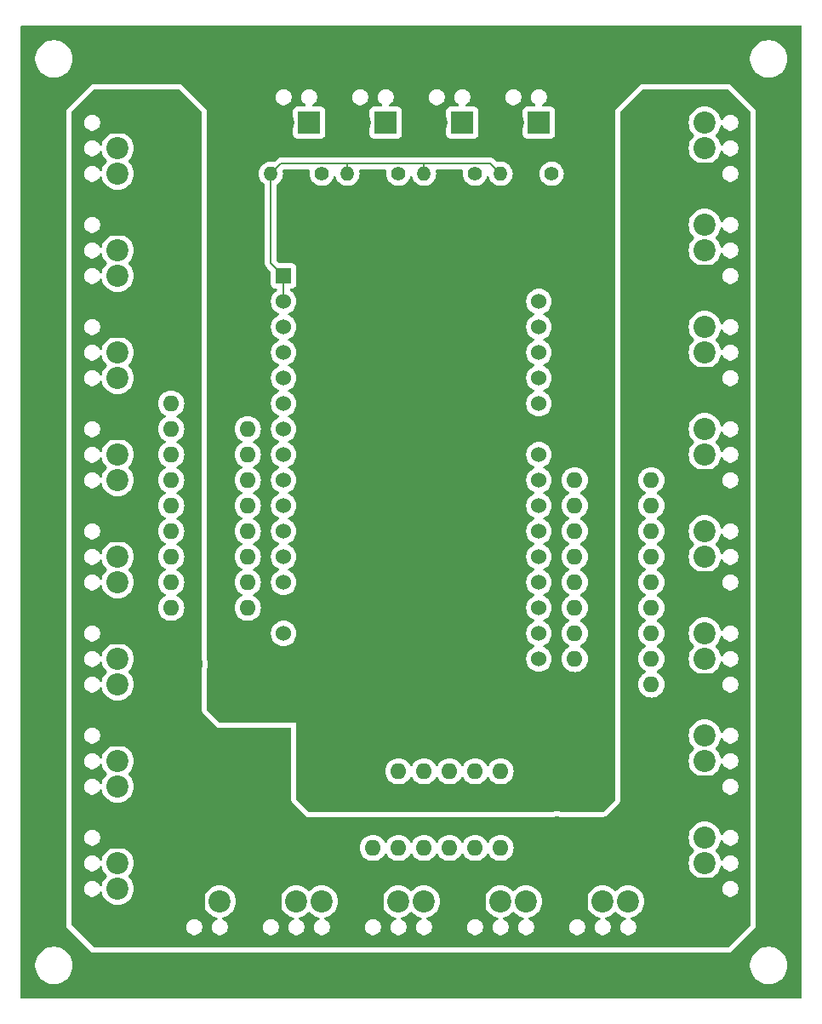
<source format=gbr>
%TF.GenerationSoftware,KiCad,Pcbnew,8.0.7-8.0.7-0~ubuntu24.04.1*%
%TF.CreationDate,2025-01-02T00:56:23+01:00*%
%TF.ProjectId,TeteDeLit4I20O,54657465-4465-44c6-9974-344932304f2e,rev?*%
%TF.SameCoordinates,PX6350ce0PY9020f90*%
%TF.FileFunction,Copper,L1,Top*%
%TF.FilePolarity,Positive*%
%FSLAX46Y46*%
G04 Gerber Fmt 4.6, Leading zero omitted, Abs format (unit mm)*
G04 Created by KiCad (PCBNEW 8.0.7-8.0.7-0~ubuntu24.04.1) date 2025-01-02 00:56:23*
%MOMM*%
%LPD*%
G01*
G04 APERTURE LIST*
%TA.AperFunction,ComponentPad*%
%ADD10R,2.200000X2.200000*%
%TD*%
%TA.AperFunction,ComponentPad*%
%ADD11C,2.200000*%
%TD*%
%TA.AperFunction,ComponentPad*%
%ADD12C,1.600000*%
%TD*%
%TA.AperFunction,ComponentPad*%
%ADD13R,1.524000X1.524000*%
%TD*%
%TA.AperFunction,ComponentPad*%
%ADD14C,1.524000*%
%TD*%
%TA.AperFunction,ComponentPad*%
%ADD15R,1.600000X1.600000*%
%TD*%
%TA.AperFunction,ComponentPad*%
%ADD16O,1.600000X1.600000*%
%TD*%
%TA.AperFunction,ComponentPad*%
%ADD17C,1.400000*%
%TD*%
%TA.AperFunction,ComponentPad*%
%ADD18O,1.400000X1.400000*%
%TD*%
%TA.AperFunction,Conductor*%
%ADD19C,0.200000*%
%TD*%
G04 APERTURE END LIST*
D10*
%TO.P,J13,1,Pin_1*%
%TO.N,+5V*%
X25400000Y10160000D03*
D11*
%TO.P,J13,2,Pin_2*%
%TO.N,STRIP5_9*%
X27940000Y10160000D03*
%TO.P,J13,3,Pin_3*%
%TO.N,GND*%
X30480000Y10160000D03*
%TD*%
D12*
%TO.P,C1,1*%
%TO.N,GND*%
X20320000Y33782000D03*
%TO.P,C1,2*%
%TO.N,+5V*%
X17820000Y33782000D03*
%TD*%
D13*
%TO.P,U1,1,+3.3V*%
%TO.N,+3V3*%
X26670000Y72390000D03*
D14*
%TO.P,U1,2,RESET*%
X26670000Y69850000D03*
%TO.P,U1,3,GPIO36/ADC1-0/RTC-0*%
%TO.N,SW_4*%
X26670000Y67310000D03*
%TO.P,U1,4,GPIO39/ADC1-3/RTC-3*%
%TO.N,SW_3*%
X26670000Y64770000D03*
%TO.P,U1,5,GPIO34/ADC1-6/RTC-4*%
%TO.N,SW_2*%
X26670000Y62230000D03*
%TO.P,U1,6,GPIO35/ADC1-7/RTC-5*%
%TO.N,SW_1*%
X26670000Y59690000D03*
%TO.P,U1,7,GPIO32/ADC1-4/Touch_9/RTC-9*%
%TO.N,STRIP_1*%
X26670000Y57150000D03*
%TO.P,U1,8,GPIO33/ADC1-5/Touch_8/RTC-8*%
%TO.N,STRIP_2*%
X26670000Y54610000D03*
%TO.P,U1,9,GPIO25/ADC2-8/DAC_1/RTC-6*%
%TO.N,STRIP_3*%
X26670000Y52070000D03*
%TO.P,U1,10,GPIO26/ADC2-9/DAC_2/RTC-6*%
%TO.N,STRIP_4*%
X26670000Y49530000D03*
%TO.P,U1,11,GPIO27/ADC2-7/Touch_7/RTC-17*%
%TO.N,STRIP_5*%
X26670000Y46990000D03*
%TO.P,U1,12,GPIO14/ADC2-6/Touch_6/RTC-16/SD_CLK/HSPICL*%
%TO.N,STRIP_6*%
X26670000Y44450000D03*
%TO.P,U1,13,GPIO12/ADC2-5/Touch_5/RTC-15/SD_D2/HSPIQ*%
%TO.N,STRIP_7*%
X26670000Y41910000D03*
%TO.P,U1,14,GND*%
%TO.N,GND*%
X26670000Y39370000D03*
%TO.P,U1,15,GPIO13/ADC2-4/RTC-14/SD_D3/HSPID*%
%TO.N,STRIP_8*%
X26670000Y36830000D03*
%TO.P,U1,16,GPIO9/SPI_D2*%
%TO.N,GND*%
X26670000Y34290000D03*
%TO.P,U1,17,GPIO10/SPI_D3*%
X26670000Y31750000D03*
%TO.P,U1,18,GPIO11/SPI_CMD*%
X26670000Y29210000D03*
%TO.P,U1,19,+5V*%
%TO.N,+5V*%
X26670000Y26670000D03*
%TO.P,U1,20,SPI_CLK/GPIO6*%
%TO.N,GND*%
X52070000Y26670000D03*
%TO.P,U1,21,SPI_D0/GPIO7*%
X52070000Y29210000D03*
%TO.P,U1,22,SPI_D1/GPIO8*%
X52070000Y31750000D03*
%TO.P,U1,23,SM_CMD/RTC-13/Touch_3/ADC2-3/GPIO15*%
%TO.N,STRIP_13*%
X52070000Y34290000D03*
%TO.P,U1,24,SD_D1/RTC-12/Touch_2/ACD2-2/GPIO2*%
%TO.N,STRIP_14*%
X52070000Y36830000D03*
%TO.P,U1,25,RTC-11/Touch_1/ADC2-1/GPIO0*%
%TO.N,STRIP_15*%
X52070000Y39370000D03*
%TO.P,U1,26,SD_D1/RTC-10/Touch_0/ACD2-0/GPIO4*%
%TO.N,STRIP_16*%
X52070000Y41910000D03*
%TO.P,U1,27,U2_RX/GPIO16*%
%TO.N,STRIP_17*%
X52070000Y44450000D03*
%TO.P,U1,28,U2_TX/GPIO17*%
%TO.N,STRIP_18*%
X52070000Y46990000D03*
%TO.P,U1,29,SS/GPIO5*%
%TO.N,STRIP_19*%
X52070000Y49530000D03*
%TO.P,U1,30,CLK/GPIO18*%
%TO.N,STRIP_20*%
X52070000Y52070000D03*
%TO.P,U1,31,MISO/GPIO19*%
%TO.N,STRIP_12*%
X52070000Y54610000D03*
%TO.P,U1,32,GND*%
%TO.N,GND*%
X52070000Y57150000D03*
%TO.P,U1,33,I2C1_DA/GPIO21*%
%TO.N,STRIP_11*%
X52070000Y59690000D03*
%TO.P,U1,34,U0_RX/GPIO3*%
%TO.N,unconnected-(U1-U0_RX{slash}GPIO3-Pad34)*%
X52070000Y62230000D03*
%TO.P,U1,35,U0_TX/GPIO1*%
%TO.N,unconnected-(U1-U0_TX{slash}GPIO1-Pad35)*%
X52070000Y64770000D03*
%TO.P,U1,36,I2C1_CL/GPIO22*%
%TO.N,STRIP_10*%
X52070000Y67310000D03*
%TO.P,U1,37,MOSI/GPIO23*%
%TO.N,STRIP_9*%
X52070000Y69850000D03*
%TO.P,U1,38,GND*%
%TO.N,GND*%
X52070000Y72390000D03*
%TD*%
D12*
%TO.P,C2,1*%
%TO.N,GND*%
X53848000Y20320000D03*
%TO.P,C2,2*%
%TO.N,+5V*%
X53848000Y17820000D03*
%TD*%
D10*
%TO.P,J2,1,Pin_1*%
%TO.N,SW_2*%
X44450000Y87630000D03*
D11*
%TO.P,J2,2,Pin_2*%
%TO.N,GND*%
X41910000Y87630000D03*
%TD*%
D15*
%TO.P,U4,1,DIR*%
%TO.N,GND*%
X55636000Y54605000D03*
D16*
%TO.P,U4,2,A0*%
%TO.N,STRIP_20*%
X55636000Y52065000D03*
%TO.P,U4,3,A1*%
%TO.N,STRIP_19*%
X55636000Y49525000D03*
%TO.P,U4,4,A2*%
%TO.N,STRIP_18*%
X55636000Y46985000D03*
%TO.P,U4,5,A3*%
%TO.N,STRIP_17*%
X55636000Y44445000D03*
%TO.P,U4,6,A4*%
%TO.N,STRIP_16*%
X55636000Y41905000D03*
%TO.P,U4,7,A5*%
%TO.N,STRIP_15*%
X55636000Y39365000D03*
%TO.P,U4,8,A6*%
%TO.N,STRIP_14*%
X55636000Y36825000D03*
%TO.P,U4,9,A7*%
%TO.N,STRIP_13*%
X55636000Y34285000D03*
%TO.P,U4,10,GND*%
%TO.N,GND*%
X55636000Y31745000D03*
%TO.P,U4,11,B7*%
%TO.N,STRIP5_13*%
X63256000Y31745000D03*
%TO.P,U4,12,B6*%
%TO.N,STRIP5_14*%
X63256000Y34285000D03*
%TO.P,U4,13,B5*%
%TO.N,STRIP5_15*%
X63256000Y36825000D03*
%TO.P,U4,14,B4*%
%TO.N,STRIP5_16*%
X63256000Y39365000D03*
%TO.P,U4,15,B3*%
%TO.N,STRIP5_17*%
X63256000Y41905000D03*
%TO.P,U4,16,B2*%
%TO.N,STRIP5_18*%
X63256000Y44445000D03*
%TO.P,U4,17,B1*%
%TO.N,STRIP5_19*%
X63256000Y46985000D03*
%TO.P,U4,18,B0*%
%TO.N,STRIP5_20*%
X63256000Y49525000D03*
%TO.P,U4,19,\u002AOE*%
%TO.N,GND*%
X63256000Y52065000D03*
%TO.P,U4,20,VCC*%
%TO.N,+5V*%
X63256000Y54605000D03*
%TD*%
D10*
%TO.P,J24,1,Pin_1*%
%TO.N,+5V*%
X68580000Y82550000D03*
D11*
%TO.P,J24,2,Pin_2*%
%TO.N,STRIP5_20*%
X68580000Y85090000D03*
%TO.P,J24,3,Pin_3*%
%TO.N,GND*%
X68580000Y87630000D03*
%TD*%
D10*
%TO.P,J22,1,Pin_1*%
%TO.N,+5V*%
X68580000Y62230000D03*
D11*
%TO.P,J22,2,Pin_2*%
%TO.N,STRIP5_18*%
X68580000Y64770000D03*
%TO.P,J22,3,Pin_3*%
%TO.N,GND*%
X68580000Y67310000D03*
%TD*%
D10*
%TO.P,J9,1,Pin_1*%
%TO.N,+5V*%
X10160000Y46990000D03*
D11*
%TO.P,J9,2,Pin_2*%
%TO.N,STRIP5_5*%
X10160000Y44450000D03*
%TO.P,J9,3,Pin_3*%
%TO.N,GND*%
X10160000Y41910000D03*
%TD*%
D10*
%TO.P,J12,1,Pin_1*%
%TO.N,+5V*%
X10160000Y16510000D03*
D11*
%TO.P,J12,2,Pin_2*%
%TO.N,STRIP5_8*%
X10160000Y13970000D03*
%TO.P,J12,3,Pin_3*%
%TO.N,GND*%
X10160000Y11430000D03*
%TD*%
D10*
%TO.P,J16,1,Pin_1*%
%TO.N,+5V*%
X55880000Y10160000D03*
D11*
%TO.P,J16,2,Pin_2*%
%TO.N,STRIP5_12*%
X58420000Y10160000D03*
%TO.P,J16,3,Pin_3*%
%TO.N,GND*%
X60960000Y10160000D03*
%TD*%
D10*
%TO.P,J10,1,Pin_1*%
%TO.N,+5V*%
X10160000Y36830000D03*
D11*
%TO.P,J10,2,Pin_2*%
%TO.N,STRIP5_6*%
X10160000Y34290000D03*
%TO.P,J10,3,Pin_3*%
%TO.N,GND*%
X10160000Y31750000D03*
%TD*%
D10*
%TO.P,J3,1,Pin_1*%
%TO.N,SW_3*%
X36830000Y87630000D03*
D11*
%TO.P,J3,2,Pin_2*%
%TO.N,GND*%
X34290000Y87630000D03*
%TD*%
D10*
%TO.P,J18,1,Pin_1*%
%TO.N,+5V*%
X68580000Y21590000D03*
D11*
%TO.P,J18,2,Pin_2*%
%TO.N,STRIP5_14*%
X68580000Y24130000D03*
%TO.P,J18,3,Pin_3*%
%TO.N,GND*%
X68580000Y26670000D03*
%TD*%
D10*
%TO.P,J25,1,Pin_1*%
%TO.N,+5V*%
X17780000Y10160000D03*
D11*
%TO.P,J25,2,Pin_2*%
%TO.N,GND*%
X20320000Y10160000D03*
%TD*%
D10*
%TO.P,J6,1,Pin_1*%
%TO.N,+5V*%
X10160000Y77470000D03*
D11*
%TO.P,J6,2,Pin_2*%
%TO.N,STRIP5_2*%
X10160000Y74930000D03*
%TO.P,J6,3,Pin_3*%
%TO.N,GND*%
X10160000Y72390000D03*
%TD*%
D10*
%TO.P,J8,1,Pin_1*%
%TO.N,+5V*%
X10160000Y57150000D03*
D11*
%TO.P,J8,2,Pin_2*%
%TO.N,STRIP5_4*%
X10160000Y54610000D03*
%TO.P,J8,3,Pin_3*%
%TO.N,GND*%
X10160000Y52070000D03*
%TD*%
D10*
%TO.P,J11,1,Pin_1*%
%TO.N,+5V*%
X10160000Y26670000D03*
D11*
%TO.P,J11,2,Pin_2*%
%TO.N,STRIP5_7*%
X10160000Y24130000D03*
%TO.P,J11,3,Pin_3*%
%TO.N,GND*%
X10160000Y21590000D03*
%TD*%
D10*
%TO.P,J23,1,Pin_1*%
%TO.N,+5V*%
X68580000Y72390000D03*
D11*
%TO.P,J23,2,Pin_2*%
%TO.N,STRIP5_19*%
X68580000Y74930000D03*
%TO.P,J23,3,Pin_3*%
%TO.N,GND*%
X68580000Y77470000D03*
%TD*%
D17*
%TO.P,R1,1*%
%TO.N,SW_1*%
X53340000Y82550000D03*
D18*
%TO.P,R1,2*%
%TO.N,+3V3*%
X48260000Y82550000D03*
%TD*%
D17*
%TO.P,R2,1*%
%TO.N,SW_2*%
X45720000Y82550000D03*
D18*
%TO.P,R2,2*%
%TO.N,+3V3*%
X40640000Y82550000D03*
%TD*%
D10*
%TO.P,J21,1,Pin_1*%
%TO.N,+5V*%
X68580000Y52070000D03*
D11*
%TO.P,J21,2,Pin_2*%
%TO.N,STRIP5_17*%
X68580000Y54610000D03*
%TO.P,J21,3,Pin_3*%
%TO.N,GND*%
X68580000Y57150000D03*
%TD*%
D10*
%TO.P,J14,1,Pin_1*%
%TO.N,+5V*%
X35560000Y10160000D03*
D11*
%TO.P,J14,2,Pin_2*%
%TO.N,STRIP5_10*%
X38100000Y10160000D03*
%TO.P,J14,3,Pin_3*%
%TO.N,GND*%
X40640000Y10160000D03*
%TD*%
D10*
%TO.P,J15,1,Pin_1*%
%TO.N,+5V*%
X45720000Y10160000D03*
D11*
%TO.P,J15,2,Pin_2*%
%TO.N,STRIP5_11*%
X48260000Y10160000D03*
%TO.P,J15,3,Pin_3*%
%TO.N,GND*%
X50800000Y10160000D03*
%TD*%
D10*
%TO.P,J7,1,Pin_1*%
%TO.N,+5V*%
X10160000Y67310000D03*
D11*
%TO.P,J7,2,Pin_2*%
%TO.N,STRIP5_3*%
X10160000Y64770000D03*
%TO.P,J7,3,Pin_3*%
%TO.N,GND*%
X10160000Y62230000D03*
%TD*%
D10*
%TO.P,J4,1,Pin_1*%
%TO.N,SW_4*%
X29210000Y87630000D03*
D11*
%TO.P,J4,2,Pin_2*%
%TO.N,GND*%
X26670000Y87630000D03*
%TD*%
D10*
%TO.P,J17,1,Pin_1*%
%TO.N,+5V*%
X68580000Y11430000D03*
D11*
%TO.P,J17,2,Pin_2*%
%TO.N,STRIP5_13*%
X68580000Y13970000D03*
%TO.P,J17,3,Pin_3*%
%TO.N,GND*%
X68580000Y16510000D03*
%TD*%
D15*
%TO.P,U3,1,\u002AOEB*%
%TO.N,GND*%
X50800000Y23114000D03*
D16*
%TO.P,U3,2,NC*%
%TO.N,unconnected-(U3-NC-Pad2)*%
X48260000Y23114000D03*
%TO.P,U3,3,A0*%
%TO.N,STRIP_12*%
X45720000Y23114000D03*
%TO.P,U3,4,A1*%
%TO.N,STRIP_11*%
X43180000Y23114000D03*
%TO.P,U3,5,A2*%
%TO.N,STRIP_10*%
X40640000Y23114000D03*
%TO.P,U3,6,A3*%
%TO.N,STRIP_9*%
X38100000Y23114000D03*
%TO.P,U3,7,GND*%
%TO.N,GND*%
X35560000Y23114000D03*
%TO.P,U3,8,B3*%
%TO.N,STRIP5_9*%
X35560000Y15494000D03*
%TO.P,U3,9,B2*%
%TO.N,STRIP5_10*%
X38100000Y15494000D03*
%TO.P,U3,10,B1*%
%TO.N,STRIP5_11*%
X40640000Y15494000D03*
%TO.P,U3,11,B0*%
%TO.N,STRIP5_12*%
X43180000Y15494000D03*
%TO.P,U3,12,NC*%
%TO.N,unconnected-(U3-NC-Pad12)*%
X45720000Y15494000D03*
%TO.P,U3,13,OEA*%
%TO.N,GND*%
X48260000Y15494000D03*
%TO.P,U3,14,VCC*%
%TO.N,+5V*%
X50800000Y15494000D03*
%TD*%
D15*
%TO.P,U2,1,DIR*%
%TO.N,GND*%
X23104000Y36835000D03*
D16*
%TO.P,U2,2,A0*%
%TO.N,STRIP_8*%
X23104000Y39375000D03*
%TO.P,U2,3,A1*%
%TO.N,STRIP_7*%
X23104000Y41915000D03*
%TO.P,U2,4,A2*%
%TO.N,STRIP_6*%
X23104000Y44455000D03*
%TO.P,U2,5,A3*%
%TO.N,STRIP_5*%
X23104000Y46995000D03*
%TO.P,U2,6,A4*%
%TO.N,STRIP_4*%
X23104000Y49535000D03*
%TO.P,U2,7,A5*%
%TO.N,STRIP_3*%
X23104000Y52075000D03*
%TO.P,U2,8,A6*%
%TO.N,STRIP_2*%
X23104000Y54615000D03*
%TO.P,U2,9,A7*%
%TO.N,STRIP_1*%
X23104000Y57155000D03*
%TO.P,U2,10,GND*%
%TO.N,GND*%
X23104000Y59695000D03*
%TO.P,U2,11,B7*%
%TO.N,STRIP5_1*%
X15484000Y59695000D03*
%TO.P,U2,12,B6*%
%TO.N,STRIP5_2*%
X15484000Y57155000D03*
%TO.P,U2,13,B5*%
%TO.N,STRIP5_3*%
X15484000Y54615000D03*
%TO.P,U2,14,B4*%
%TO.N,STRIP5_4*%
X15484000Y52075000D03*
%TO.P,U2,15,B3*%
%TO.N,STRIP5_5*%
X15484000Y49535000D03*
%TO.P,U2,16,B2*%
%TO.N,STRIP5_6*%
X15484000Y46995000D03*
%TO.P,U2,17,B1*%
%TO.N,STRIP5_7*%
X15484000Y44455000D03*
%TO.P,U2,18,B0*%
%TO.N,STRIP5_8*%
X15484000Y41915000D03*
%TO.P,U2,19,\u002AOE*%
%TO.N,GND*%
X15484000Y39375000D03*
%TO.P,U2,20,VCC*%
%TO.N,+5V*%
X15484000Y36835000D03*
%TD*%
D17*
%TO.P,R3,1*%
%TO.N,SW_3*%
X38100000Y82550000D03*
D18*
%TO.P,R3,2*%
%TO.N,+3V3*%
X33020000Y82550000D03*
%TD*%
D10*
%TO.P,J5,1,Pin_1*%
%TO.N,+5V*%
X10160000Y87630000D03*
D11*
%TO.P,J5,2,Pin_2*%
%TO.N,STRIP5_1*%
X10160000Y85090000D03*
%TO.P,J5,3,Pin_3*%
%TO.N,GND*%
X10160000Y82550000D03*
%TD*%
D10*
%TO.P,J1,1,Pin_1*%
%TO.N,SW_1*%
X52070000Y87630000D03*
D11*
%TO.P,J1,2,Pin_2*%
%TO.N,GND*%
X49530000Y87630000D03*
%TD*%
D10*
%TO.P,J20,1,Pin_1*%
%TO.N,+5V*%
X68580000Y41910000D03*
D11*
%TO.P,J20,2,Pin_2*%
%TO.N,STRIP5_16*%
X68580000Y44450000D03*
%TO.P,J20,3,Pin_3*%
%TO.N,GND*%
X68580000Y46990000D03*
%TD*%
D17*
%TO.P,R4,1*%
%TO.N,SW_4*%
X30480000Y82550000D03*
D18*
%TO.P,R4,2*%
%TO.N,+3V3*%
X25400000Y82550000D03*
%TD*%
D10*
%TO.P,J19,1,Pin_1*%
%TO.N,+5V*%
X68580000Y31750000D03*
D11*
%TO.P,J19,2,Pin_2*%
%TO.N,STRIP5_15*%
X68580000Y34290000D03*
%TO.P,J19,3,Pin_3*%
%TO.N,GND*%
X68580000Y36830000D03*
%TD*%
D12*
%TO.P,C3,1*%
%TO.N,GND*%
X58460000Y57658000D03*
%TO.P,C3,2*%
%TO.N,+5V*%
X60960000Y57658000D03*
%TD*%
D19*
%TO.N,+3V3*%
X26670000Y69850000D02*
X26670000Y72390000D01*
X40640000Y83550000D02*
X47260000Y83550000D01*
X33020000Y82550000D02*
X33020000Y83550000D01*
X25400000Y82550000D02*
X26400000Y83550000D01*
X33020000Y83550000D02*
X40640000Y83550000D01*
X40640000Y82550000D02*
X40640000Y83550000D01*
X26400000Y83550000D02*
X33020000Y83550000D01*
X26670000Y72390000D02*
X25400000Y73660000D01*
X25400000Y73660000D02*
X25400000Y82550000D01*
X47260000Y83550000D02*
X48260000Y82550000D01*
%TD*%
%TA.AperFunction,Conductor*%
%TO.N,+5V*%
G36*
X16316293Y90914815D02*
G01*
X16336935Y90898181D01*
X18508181Y88726935D01*
X18541666Y88665612D01*
X18544500Y88639255D01*
X18544500Y82550001D01*
X18544500Y67310003D01*
X18544500Y64770003D01*
X18544500Y62230003D01*
X18544500Y59690003D01*
X18544500Y57155002D01*
X18544500Y36830003D01*
X18544500Y34290003D01*
X18544500Y34232651D01*
X18545909Y34211158D01*
X18548824Y34166669D01*
X18553048Y34134585D01*
X18565949Y34069725D01*
X18603105Y33931052D01*
X18606858Y33909768D01*
X18617091Y33792808D01*
X18617091Y33771192D01*
X18606858Y33654231D01*
X18603105Y33632947D01*
X18588519Y33578509D01*
X18588512Y33578487D01*
X18588513Y33578486D01*
X18565951Y33494283D01*
X18565948Y33494271D01*
X18553049Y33429426D01*
X18553049Y33429425D01*
X18548824Y33397333D01*
X18548824Y33397329D01*
X18544500Y33331350D01*
X18544500Y33331342D01*
X18544500Y29261360D01*
X18547397Y29207312D01*
X18547397Y29207311D01*
X18550229Y29180978D01*
X18550232Y29180951D01*
X18558885Y29127555D01*
X18558885Y29127553D01*
X18609166Y28992748D01*
X18609168Y28992743D01*
X18642653Y28931420D01*
X18728877Y28816239D01*
X18728881Y28816235D01*
X18728886Y28816229D01*
X19348242Y28196874D01*
X19926239Y27618877D01*
X19926255Y27618863D01*
X19926262Y27618856D01*
X19966480Y27582729D01*
X19966492Y27582719D01*
X19966500Y27582712D01*
X19987142Y27566078D01*
X20031026Y27534433D01*
X20161903Y27474662D01*
X20228942Y27454977D01*
X20228946Y27454976D01*
X20371362Y27434500D01*
X27310500Y27434500D01*
X27377539Y27414815D01*
X27423294Y27362011D01*
X27434500Y27310500D01*
X27434500Y20371360D01*
X27437397Y20317312D01*
X27437397Y20317311D01*
X27440229Y20290978D01*
X27440232Y20290951D01*
X27448885Y20237555D01*
X27448885Y20237553D01*
X27499166Y20102748D01*
X27499168Y20102743D01*
X27532653Y20041420D01*
X27618877Y19926239D01*
X27618881Y19926235D01*
X27618886Y19926229D01*
X28816223Y18728893D01*
X28816239Y18728877D01*
X28816255Y18728863D01*
X28816262Y18728856D01*
X28856480Y18692729D01*
X28856492Y18692719D01*
X28856500Y18692712D01*
X28877142Y18676078D01*
X28921026Y18644433D01*
X29051903Y18584662D01*
X29118942Y18564977D01*
X29118946Y18564976D01*
X29261362Y18544500D01*
X29261365Y18544500D01*
X53397340Y18544500D01*
X53397349Y18544500D01*
X53463328Y18548824D01*
X53495421Y18553049D01*
X53560276Y18565950D01*
X53698952Y18603110D01*
X53720229Y18606861D01*
X53837197Y18617093D01*
X53858801Y18617093D01*
X53975762Y18606861D01*
X53997046Y18603109D01*
X54135725Y18565949D01*
X54200579Y18553049D01*
X54232672Y18548824D01*
X54298651Y18544500D01*
X54298660Y18544500D01*
X58368640Y18544500D01*
X58378786Y18545045D01*
X58422678Y18547397D01*
X58422686Y18547398D01*
X58422688Y18547398D01*
X58422689Y18547398D01*
X58429682Y18548151D01*
X58449036Y18550231D01*
X58449046Y18550233D01*
X58449049Y18550233D01*
X58458648Y18551789D01*
X58502448Y18558886D01*
X58637257Y18609168D01*
X58698580Y18642653D01*
X58813761Y18728877D01*
X60011123Y19926239D01*
X60047288Y19966500D01*
X60063922Y19987142D01*
X60095567Y20031026D01*
X60155338Y20161903D01*
X60175023Y20228942D01*
X60175024Y20228946D01*
X60195500Y20371362D01*
X60195500Y21668847D01*
X70319500Y21668847D01*
X70319500Y21511154D01*
X70350261Y21356511D01*
X70350264Y21356499D01*
X70410602Y21210828D01*
X70410609Y21210815D01*
X70498210Y21079712D01*
X70498213Y21079708D01*
X70609707Y20968214D01*
X70609711Y20968211D01*
X70740814Y20880610D01*
X70740827Y20880603D01*
X70886498Y20820265D01*
X70886503Y20820263D01*
X71041153Y20789501D01*
X71041156Y20789500D01*
X71041158Y20789500D01*
X71198844Y20789500D01*
X71198845Y20789501D01*
X71353497Y20820263D01*
X71499179Y20880606D01*
X71630289Y20968211D01*
X71741789Y21079711D01*
X71829394Y21210821D01*
X71889737Y21356503D01*
X71920500Y21511158D01*
X71920500Y21668842D01*
X71920500Y21668845D01*
X71920499Y21668847D01*
X71889738Y21823490D01*
X71889737Y21823497D01*
X71868099Y21875737D01*
X71829397Y21969173D01*
X71829390Y21969186D01*
X71741789Y22100289D01*
X71741786Y22100293D01*
X71630292Y22211787D01*
X71630288Y22211790D01*
X71499185Y22299391D01*
X71499172Y22299398D01*
X71353501Y22359736D01*
X71353489Y22359739D01*
X71198845Y22390500D01*
X71198842Y22390500D01*
X71041158Y22390500D01*
X71041155Y22390500D01*
X70886510Y22359739D01*
X70886498Y22359736D01*
X70740827Y22299398D01*
X70740814Y22299391D01*
X70609711Y22211790D01*
X70609707Y22211787D01*
X70498213Y22100293D01*
X70498210Y22100289D01*
X70410609Y21969186D01*
X70410602Y21969173D01*
X70350264Y21823502D01*
X70350261Y21823490D01*
X70319500Y21668847D01*
X60195500Y21668847D01*
X60195500Y26670000D01*
X66974551Y26670000D01*
X66994317Y26418849D01*
X67053126Y26173890D01*
X67149533Y25941141D01*
X67281160Y25726347D01*
X67281161Y25726344D01*
X67336604Y25661429D01*
X67444776Y25534776D01*
X67492178Y25494291D01*
X67492179Y25494290D01*
X67530372Y25435783D01*
X67530870Y25365915D01*
X67493516Y25306869D01*
X67492179Y25305710D01*
X67444776Y25265224D01*
X67281161Y25073657D01*
X67281160Y25073654D01*
X67149533Y24858860D01*
X67053126Y24626111D01*
X66994317Y24381152D01*
X66974551Y24130000D01*
X66994317Y23878849D01*
X67053126Y23633890D01*
X67149533Y23401141D01*
X67281160Y23186347D01*
X67281161Y23186344D01*
X67281164Y23186341D01*
X67444776Y22994776D01*
X67560682Y22895783D01*
X67636343Y22831162D01*
X67636346Y22831161D01*
X67851140Y22699534D01*
X68083889Y22603127D01*
X68328852Y22544317D01*
X68580000Y22524551D01*
X68831148Y22544317D01*
X69076111Y22603127D01*
X69308859Y22699534D01*
X69523659Y22831164D01*
X69715224Y22994776D01*
X69878836Y23186341D01*
X70010466Y23401141D01*
X70106873Y23633889D01*
X70147003Y23801046D01*
X70181792Y23861635D01*
X70243818Y23893800D01*
X70313387Y23887324D01*
X70368411Y23844265D01*
X70382137Y23819550D01*
X70410604Y23750825D01*
X70410609Y23750815D01*
X70498210Y23619712D01*
X70498213Y23619708D01*
X70609707Y23508214D01*
X70609711Y23508211D01*
X70740814Y23420610D01*
X70740827Y23420603D01*
X70886498Y23360265D01*
X70886503Y23360263D01*
X71041153Y23329501D01*
X71041156Y23329500D01*
X71041158Y23329500D01*
X71198844Y23329500D01*
X71198845Y23329501D01*
X71353497Y23360263D01*
X71499179Y23420606D01*
X71630289Y23508211D01*
X71741789Y23619711D01*
X71829394Y23750821D01*
X71889737Y23896503D01*
X71920500Y24051158D01*
X71920500Y24208842D01*
X71920500Y24208845D01*
X71920499Y24208847D01*
X71889738Y24363490D01*
X71889737Y24363497D01*
X71861197Y24432400D01*
X71829397Y24509173D01*
X71829390Y24509186D01*
X71741789Y24640289D01*
X71741786Y24640293D01*
X71630292Y24751787D01*
X71630288Y24751790D01*
X71499185Y24839391D01*
X71499172Y24839398D01*
X71353501Y24899736D01*
X71353489Y24899739D01*
X71198845Y24930500D01*
X71198842Y24930500D01*
X71041158Y24930500D01*
X71041155Y24930500D01*
X70886510Y24899739D01*
X70886498Y24899736D01*
X70740827Y24839398D01*
X70740814Y24839391D01*
X70609711Y24751790D01*
X70609707Y24751787D01*
X70498213Y24640293D01*
X70498210Y24640289D01*
X70410609Y24509186D01*
X70410606Y24509180D01*
X70382137Y24440450D01*
X70338295Y24386047D01*
X70272001Y24363983D01*
X70204302Y24381263D01*
X70156692Y24432400D01*
X70147003Y24458954D01*
X70106873Y24626111D01*
X70010466Y24858859D01*
X70010466Y24858860D01*
X69878839Y25073654D01*
X69878838Y25073657D01*
X69715224Y25265224D01*
X69667819Y25305711D01*
X69629627Y25364216D01*
X69629128Y25434084D01*
X69666482Y25493130D01*
X69667756Y25494236D01*
X69715224Y25534776D01*
X69878836Y25726341D01*
X70010466Y25941141D01*
X70106873Y26173889D01*
X70147003Y26341046D01*
X70181792Y26401635D01*
X70243818Y26433800D01*
X70313387Y26427324D01*
X70368411Y26384265D01*
X70382137Y26359550D01*
X70410604Y26290825D01*
X70410609Y26290815D01*
X70498210Y26159712D01*
X70498213Y26159708D01*
X70609707Y26048214D01*
X70609711Y26048211D01*
X70740814Y25960610D01*
X70740827Y25960603D01*
X70886498Y25900265D01*
X70886503Y25900263D01*
X71041153Y25869501D01*
X71041156Y25869500D01*
X71041158Y25869500D01*
X71198844Y25869500D01*
X71198845Y25869501D01*
X71353497Y25900263D01*
X71499179Y25960606D01*
X71630289Y26048211D01*
X71741789Y26159711D01*
X71829394Y26290821D01*
X71889737Y26436503D01*
X71920500Y26591158D01*
X71920500Y26748842D01*
X71920500Y26748845D01*
X71920499Y26748847D01*
X71889738Y26903490D01*
X71889737Y26903497D01*
X71861197Y26972400D01*
X71829397Y27049173D01*
X71829390Y27049186D01*
X71741789Y27180289D01*
X71741786Y27180293D01*
X71630292Y27291787D01*
X71630288Y27291790D01*
X71499185Y27379391D01*
X71499172Y27379398D01*
X71353501Y27439736D01*
X71353489Y27439739D01*
X71198845Y27470500D01*
X71198842Y27470500D01*
X71041158Y27470500D01*
X71041155Y27470500D01*
X70886510Y27439739D01*
X70886498Y27439736D01*
X70740827Y27379398D01*
X70740814Y27379391D01*
X70609711Y27291790D01*
X70609707Y27291787D01*
X70498213Y27180293D01*
X70498210Y27180289D01*
X70410609Y27049186D01*
X70410606Y27049180D01*
X70382137Y26980450D01*
X70338295Y26926047D01*
X70272001Y26903983D01*
X70204302Y26921263D01*
X70156692Y26972400D01*
X70147003Y26998954D01*
X70106873Y27166111D01*
X70010466Y27398859D01*
X70010466Y27398860D01*
X69878839Y27613654D01*
X69878838Y27613657D01*
X69841875Y27656934D01*
X69715224Y27805224D01*
X69588571Y27913396D01*
X69523656Y27968839D01*
X69523653Y27968840D01*
X69308859Y28100467D01*
X69076110Y28196874D01*
X68831151Y28255683D01*
X68580000Y28275449D01*
X68328848Y28255683D01*
X68083889Y28196874D01*
X67851140Y28100467D01*
X67636346Y27968840D01*
X67636343Y27968839D01*
X67444776Y27805224D01*
X67281161Y27613657D01*
X67281160Y27613654D01*
X67149533Y27398860D01*
X67053126Y27166111D01*
X66994317Y26921152D01*
X66974551Y26670000D01*
X60195500Y26670000D01*
X60195500Y52065002D01*
X61950532Y52065002D01*
X61950532Y52064999D01*
X61970364Y51838314D01*
X61970366Y51838303D01*
X62029258Y51618512D01*
X62029261Y51618503D01*
X62125431Y51412268D01*
X62125432Y51412266D01*
X62255954Y51225859D01*
X62416858Y51064955D01*
X62416861Y51064953D01*
X62603266Y50934432D01*
X62639830Y50917382D01*
X62661275Y50907382D01*
X62713714Y50861209D01*
X62732866Y50794016D01*
X62712650Y50727135D01*
X62661275Y50682618D01*
X62603267Y50655569D01*
X62603265Y50655568D01*
X62416858Y50525046D01*
X62255954Y50364142D01*
X62125432Y50177735D01*
X62125431Y50177733D01*
X62029261Y49971498D01*
X62029258Y49971489D01*
X61970366Y49751698D01*
X61970364Y49751687D01*
X61950532Y49525002D01*
X61950532Y49524999D01*
X61970364Y49298314D01*
X61970366Y49298303D01*
X62029258Y49078512D01*
X62029261Y49078503D01*
X62125431Y48872268D01*
X62125432Y48872266D01*
X62255954Y48685859D01*
X62416858Y48524955D01*
X62463693Y48492161D01*
X62603266Y48394432D01*
X62639830Y48377382D01*
X62661275Y48367382D01*
X62713714Y48321209D01*
X62732866Y48254016D01*
X62712650Y48187135D01*
X62661275Y48142618D01*
X62603267Y48115569D01*
X62603265Y48115568D01*
X62416858Y47985046D01*
X62255954Y47824142D01*
X62125432Y47637735D01*
X62125431Y47637733D01*
X62029261Y47431498D01*
X62029258Y47431489D01*
X61970366Y47211698D01*
X61970364Y47211687D01*
X61950532Y46985002D01*
X61950532Y46984999D01*
X61970364Y46758314D01*
X61970366Y46758303D01*
X62029258Y46538512D01*
X62029261Y46538503D01*
X62125431Y46332268D01*
X62125432Y46332266D01*
X62255954Y46145859D01*
X62416858Y45984955D01*
X62463693Y45952161D01*
X62603266Y45854432D01*
X62639830Y45837382D01*
X62661275Y45827382D01*
X62713714Y45781209D01*
X62732866Y45714016D01*
X62712650Y45647135D01*
X62661275Y45602618D01*
X62603267Y45575569D01*
X62603265Y45575568D01*
X62416858Y45445046D01*
X62255954Y45284142D01*
X62125432Y45097735D01*
X62125431Y45097733D01*
X62029261Y44891498D01*
X62029258Y44891489D01*
X61970366Y44671698D01*
X61970364Y44671687D01*
X61950532Y44445002D01*
X61950532Y44444999D01*
X61970364Y44218314D01*
X61970366Y44218303D01*
X62029258Y43998512D01*
X62029261Y43998503D01*
X62125431Y43792268D01*
X62125432Y43792266D01*
X62255954Y43605859D01*
X62416858Y43444955D01*
X62416861Y43444953D01*
X62603266Y43314432D01*
X62639830Y43297382D01*
X62661275Y43287382D01*
X62713714Y43241209D01*
X62732866Y43174016D01*
X62712650Y43107135D01*
X62661275Y43062618D01*
X62603267Y43035569D01*
X62603265Y43035568D01*
X62416858Y42905046D01*
X62255954Y42744142D01*
X62125432Y42557735D01*
X62125431Y42557733D01*
X62029261Y42351498D01*
X62029258Y42351489D01*
X61970366Y42131698D01*
X61970364Y42131687D01*
X61950532Y41905002D01*
X61950532Y41904999D01*
X61970364Y41678314D01*
X61970366Y41678303D01*
X62029258Y41458512D01*
X62029261Y41458503D01*
X62125431Y41252268D01*
X62125432Y41252266D01*
X62255954Y41065859D01*
X62416858Y40904955D01*
X62416861Y40904953D01*
X62603266Y40774432D01*
X62639830Y40757382D01*
X62661275Y40747382D01*
X62713714Y40701209D01*
X62732866Y40634016D01*
X62712650Y40567135D01*
X62661275Y40522618D01*
X62603267Y40495569D01*
X62603265Y40495568D01*
X62416858Y40365046D01*
X62255954Y40204142D01*
X62125432Y40017735D01*
X62125431Y40017733D01*
X62029261Y39811498D01*
X62029258Y39811489D01*
X61970366Y39591698D01*
X61970364Y39591687D01*
X61950532Y39365002D01*
X61950532Y39364999D01*
X61970364Y39138314D01*
X61970366Y39138303D01*
X62029258Y38918512D01*
X62029261Y38918503D01*
X62125431Y38712268D01*
X62125432Y38712266D01*
X62255954Y38525859D01*
X62416858Y38364955D01*
X62463693Y38332161D01*
X62603266Y38234432D01*
X62661275Y38207382D01*
X62713714Y38161209D01*
X62732866Y38094016D01*
X62712650Y38027135D01*
X62661275Y37982618D01*
X62603267Y37955569D01*
X62603265Y37955568D01*
X62416858Y37825046D01*
X62255954Y37664142D01*
X62125432Y37477735D01*
X62125431Y37477733D01*
X62029261Y37271498D01*
X62029258Y37271489D01*
X61970366Y37051698D01*
X61970364Y37051687D01*
X61950532Y36825002D01*
X61950532Y36824999D01*
X61970364Y36598314D01*
X61970366Y36598303D01*
X62029258Y36378512D01*
X62029261Y36378503D01*
X62125431Y36172268D01*
X62125432Y36172266D01*
X62255954Y35985859D01*
X62416858Y35824955D01*
X62463693Y35792161D01*
X62603266Y35694432D01*
X62661275Y35667382D01*
X62713714Y35621209D01*
X62732866Y35554016D01*
X62712650Y35487135D01*
X62661275Y35442618D01*
X62603267Y35415569D01*
X62603265Y35415568D01*
X62416858Y35285046D01*
X62255954Y35124142D01*
X62125432Y34937735D01*
X62125431Y34937733D01*
X62029261Y34731498D01*
X62029258Y34731489D01*
X61970366Y34511698D01*
X61970364Y34511687D01*
X61950532Y34285002D01*
X61950532Y34284999D01*
X61970364Y34058314D01*
X61970366Y34058303D01*
X62029258Y33838512D01*
X62029261Y33838503D01*
X62125431Y33632268D01*
X62125432Y33632266D01*
X62255954Y33445859D01*
X62416858Y33284955D01*
X62416861Y33284953D01*
X62603266Y33154432D01*
X62661275Y33127382D01*
X62713714Y33081209D01*
X62732866Y33014016D01*
X62712650Y32947135D01*
X62661275Y32902618D01*
X62603267Y32875569D01*
X62603265Y32875568D01*
X62416858Y32745046D01*
X62255954Y32584142D01*
X62125432Y32397735D01*
X62125431Y32397733D01*
X62029261Y32191498D01*
X62029258Y32191489D01*
X61970366Y31971698D01*
X61970364Y31971687D01*
X61950532Y31745002D01*
X61950532Y31744999D01*
X61970364Y31518314D01*
X61970366Y31518303D01*
X62029258Y31298512D01*
X62029261Y31298503D01*
X62125431Y31092268D01*
X62125432Y31092266D01*
X62255954Y30905859D01*
X62416858Y30744955D01*
X62416861Y30744953D01*
X62603266Y30614432D01*
X62809504Y30518261D01*
X63029308Y30459365D01*
X63191230Y30445199D01*
X63255998Y30439532D01*
X63256000Y30439532D01*
X63256002Y30439532D01*
X63312673Y30444491D01*
X63482692Y30459365D01*
X63702496Y30518261D01*
X63908734Y30614432D01*
X64095139Y30744953D01*
X64256047Y30905861D01*
X64386568Y31092266D01*
X64482739Y31298504D01*
X64541635Y31518308D01*
X64561468Y31745000D01*
X64554132Y31828847D01*
X70319500Y31828847D01*
X70319500Y31671154D01*
X70350261Y31516511D01*
X70350264Y31516499D01*
X70410602Y31370828D01*
X70410609Y31370815D01*
X70498210Y31239712D01*
X70498213Y31239708D01*
X70609707Y31128214D01*
X70609711Y31128211D01*
X70740814Y31040610D01*
X70740827Y31040603D01*
X70886498Y30980265D01*
X70886503Y30980263D01*
X71041153Y30949501D01*
X71041156Y30949500D01*
X71041158Y30949500D01*
X71198844Y30949500D01*
X71198845Y30949501D01*
X71353497Y30980263D01*
X71499179Y31040606D01*
X71630289Y31128211D01*
X71741789Y31239711D01*
X71829394Y31370821D01*
X71889737Y31516503D01*
X71920500Y31671158D01*
X71920500Y31828842D01*
X71920500Y31828845D01*
X71920499Y31828847D01*
X71889738Y31983490D01*
X71889737Y31983497D01*
X71868099Y32035737D01*
X71829397Y32129173D01*
X71829390Y32129186D01*
X71741789Y32260289D01*
X71741786Y32260293D01*
X71630292Y32371787D01*
X71630288Y32371790D01*
X71499185Y32459391D01*
X71499172Y32459398D01*
X71353501Y32519736D01*
X71353489Y32519739D01*
X71198845Y32550500D01*
X71198842Y32550500D01*
X71041158Y32550500D01*
X71041155Y32550500D01*
X70886510Y32519739D01*
X70886498Y32519736D01*
X70740827Y32459398D01*
X70740814Y32459391D01*
X70609711Y32371790D01*
X70609707Y32371787D01*
X70498213Y32260293D01*
X70498210Y32260289D01*
X70410609Y32129186D01*
X70410602Y32129173D01*
X70350264Y31983502D01*
X70350261Y31983490D01*
X70319500Y31828847D01*
X64554132Y31828847D01*
X64541635Y31971692D01*
X64482739Y32191496D01*
X64386568Y32397734D01*
X64256047Y32584139D01*
X64256045Y32584142D01*
X64095141Y32745046D01*
X63908734Y32875568D01*
X63908728Y32875571D01*
X63850725Y32902618D01*
X63798285Y32948790D01*
X63779133Y33015983D01*
X63799348Y33082865D01*
X63850725Y33127382D01*
X63908734Y33154432D01*
X64095139Y33284953D01*
X64256047Y33445861D01*
X64386568Y33632266D01*
X64482739Y33838504D01*
X64541635Y34058308D01*
X64561468Y34285000D01*
X64541635Y34511692D01*
X64482739Y34731496D01*
X64386568Y34937734D01*
X64256047Y35124139D01*
X64256045Y35124142D01*
X64095141Y35285046D01*
X63908734Y35415568D01*
X63908728Y35415571D01*
X63850725Y35442618D01*
X63798285Y35488790D01*
X63779133Y35555983D01*
X63799348Y35622865D01*
X63850725Y35667382D01*
X63908734Y35694432D01*
X64095139Y35824953D01*
X64256047Y35985861D01*
X64386568Y36172266D01*
X64482739Y36378504D01*
X64541635Y36598308D01*
X64561468Y36825000D01*
X64561031Y36830000D01*
X66974551Y36830000D01*
X66994317Y36578849D01*
X67053126Y36333890D01*
X67149533Y36101141D01*
X67281160Y35886347D01*
X67281161Y35886344D01*
X67333593Y35824955D01*
X67444776Y35694776D01*
X67492178Y35654291D01*
X67492179Y35654290D01*
X67530372Y35595783D01*
X67530870Y35525915D01*
X67493516Y35466869D01*
X67492179Y35465710D01*
X67444776Y35425224D01*
X67281161Y35233657D01*
X67281160Y35233654D01*
X67149533Y35018860D01*
X67053126Y34786111D01*
X66994317Y34541152D01*
X66974551Y34290000D01*
X66994317Y34038849D01*
X67053126Y33793890D01*
X67149533Y33561141D01*
X67281160Y33346347D01*
X67281161Y33346344D01*
X67293974Y33331342D01*
X67444776Y33154776D01*
X67528973Y33082865D01*
X67636343Y32991162D01*
X67636346Y32991161D01*
X67851140Y32859534D01*
X68083889Y32763127D01*
X68328852Y32704317D01*
X68580000Y32684551D01*
X68831148Y32704317D01*
X69076111Y32763127D01*
X69308859Y32859534D01*
X69523659Y32991164D01*
X69715224Y33154776D01*
X69878836Y33346341D01*
X70010466Y33561141D01*
X70106873Y33793889D01*
X70147003Y33961046D01*
X70181792Y34021635D01*
X70243818Y34053800D01*
X70313387Y34047324D01*
X70368411Y34004265D01*
X70382137Y33979550D01*
X70410604Y33910825D01*
X70410609Y33910815D01*
X70498210Y33779712D01*
X70498213Y33779708D01*
X70609707Y33668214D01*
X70609711Y33668211D01*
X70740814Y33580610D01*
X70740827Y33580603D01*
X70886498Y33520265D01*
X70886503Y33520263D01*
X71017158Y33494274D01*
X71041153Y33489501D01*
X71041156Y33489500D01*
X71041158Y33489500D01*
X71198844Y33489500D01*
X71198845Y33489501D01*
X71353497Y33520263D01*
X71494063Y33578487D01*
X71499172Y33580603D01*
X71499172Y33580604D01*
X71499179Y33580606D01*
X71630289Y33668211D01*
X71741789Y33779711D01*
X71829394Y33910821D01*
X71889737Y34056503D01*
X71920500Y34211158D01*
X71920500Y34368842D01*
X71920500Y34368845D01*
X71920499Y34368847D01*
X71889738Y34523490D01*
X71889737Y34523497D01*
X71861197Y34592400D01*
X71829397Y34669173D01*
X71829390Y34669186D01*
X71741789Y34800289D01*
X71741786Y34800293D01*
X71630292Y34911787D01*
X71630288Y34911790D01*
X71499185Y34999391D01*
X71499172Y34999398D01*
X71353501Y35059736D01*
X71353489Y35059739D01*
X71198845Y35090500D01*
X71198842Y35090500D01*
X71041158Y35090500D01*
X71041155Y35090500D01*
X70886510Y35059739D01*
X70886498Y35059736D01*
X70740827Y34999398D01*
X70740814Y34999391D01*
X70609711Y34911790D01*
X70609707Y34911787D01*
X70498213Y34800293D01*
X70498210Y34800289D01*
X70410609Y34669186D01*
X70410606Y34669180D01*
X70382137Y34600450D01*
X70338295Y34546047D01*
X70272001Y34523983D01*
X70204302Y34541263D01*
X70156692Y34592400D01*
X70147003Y34618954D01*
X70106873Y34786111D01*
X70010466Y35018859D01*
X70010466Y35018860D01*
X69878839Y35233654D01*
X69878838Y35233657D01*
X69715224Y35425224D01*
X69694858Y35442618D01*
X69667819Y35465711D01*
X69629627Y35524216D01*
X69629128Y35594084D01*
X69666482Y35653130D01*
X69667756Y35654236D01*
X69715224Y35694776D01*
X69878836Y35886341D01*
X70010466Y36101141D01*
X70106873Y36333889D01*
X70147003Y36501046D01*
X70181792Y36561635D01*
X70243818Y36593800D01*
X70313387Y36587324D01*
X70368411Y36544265D01*
X70382137Y36519550D01*
X70410604Y36450825D01*
X70410609Y36450815D01*
X70498210Y36319712D01*
X70498213Y36319708D01*
X70609707Y36208214D01*
X70609711Y36208211D01*
X70740814Y36120610D01*
X70740827Y36120603D01*
X70886498Y36060265D01*
X70886503Y36060263D01*
X71041153Y36029501D01*
X71041156Y36029500D01*
X71041158Y36029500D01*
X71198844Y36029500D01*
X71198845Y36029501D01*
X71353497Y36060263D01*
X71499179Y36120606D01*
X71630289Y36208211D01*
X71741789Y36319711D01*
X71829394Y36450821D01*
X71889737Y36596503D01*
X71920500Y36751158D01*
X71920500Y36908842D01*
X71920500Y36908845D01*
X71920499Y36908847D01*
X71889738Y37063490D01*
X71889737Y37063497D01*
X71861197Y37132400D01*
X71829397Y37209173D01*
X71829390Y37209186D01*
X71741789Y37340289D01*
X71741786Y37340293D01*
X71630292Y37451787D01*
X71630288Y37451790D01*
X71499185Y37539391D01*
X71499172Y37539398D01*
X71353501Y37599736D01*
X71353489Y37599739D01*
X71198845Y37630500D01*
X71198842Y37630500D01*
X71041158Y37630500D01*
X71041155Y37630500D01*
X70886510Y37599739D01*
X70886498Y37599736D01*
X70740827Y37539398D01*
X70740814Y37539391D01*
X70609711Y37451790D01*
X70609707Y37451787D01*
X70498213Y37340293D01*
X70498210Y37340289D01*
X70410609Y37209186D01*
X70410606Y37209180D01*
X70382137Y37140450D01*
X70338295Y37086047D01*
X70272001Y37063983D01*
X70204302Y37081263D01*
X70156692Y37132400D01*
X70147003Y37158954D01*
X70106873Y37326111D01*
X70010466Y37558859D01*
X70010466Y37558860D01*
X69878839Y37773654D01*
X69878838Y37773657D01*
X69834946Y37825047D01*
X69715224Y37965224D01*
X69562125Y38095983D01*
X69523656Y38128839D01*
X69523653Y38128840D01*
X69308859Y38260467D01*
X69076110Y38356874D01*
X68831151Y38415683D01*
X68580000Y38435449D01*
X68328848Y38415683D01*
X68083889Y38356874D01*
X67851140Y38260467D01*
X67636346Y38128840D01*
X67636343Y38128839D01*
X67444776Y37965224D01*
X67281161Y37773657D01*
X67281160Y37773654D01*
X67149533Y37558860D01*
X67053126Y37326111D01*
X66994317Y37081152D01*
X66974551Y36830000D01*
X64561031Y36830000D01*
X64541635Y37051692D01*
X64482739Y37271496D01*
X64386568Y37477734D01*
X64256047Y37664139D01*
X64256045Y37664142D01*
X64095141Y37825046D01*
X63908734Y37955568D01*
X63908728Y37955571D01*
X63850725Y37982618D01*
X63798285Y38028790D01*
X63779133Y38095983D01*
X63799348Y38162865D01*
X63850725Y38207382D01*
X63908734Y38234432D01*
X64095139Y38364953D01*
X64256047Y38525861D01*
X64386568Y38712266D01*
X64482739Y38918504D01*
X64541635Y39138308D01*
X64561468Y39365000D01*
X64541635Y39591692D01*
X64482739Y39811496D01*
X64386568Y40017734D01*
X64256047Y40204139D01*
X64256045Y40204142D01*
X64095141Y40365046D01*
X63908734Y40495568D01*
X63908728Y40495571D01*
X63850725Y40522618D01*
X63798285Y40568790D01*
X63779133Y40635983D01*
X63799348Y40702865D01*
X63850725Y40747382D01*
X63908734Y40774432D01*
X64095139Y40904953D01*
X64256047Y41065861D01*
X64386568Y41252266D01*
X64482739Y41458504D01*
X64541635Y41678308D01*
X64561468Y41905000D01*
X64554132Y41988847D01*
X70319500Y41988847D01*
X70319500Y41831154D01*
X70350261Y41676511D01*
X70350264Y41676499D01*
X70410602Y41530828D01*
X70410609Y41530815D01*
X70498210Y41399712D01*
X70498213Y41399708D01*
X70609707Y41288214D01*
X70609711Y41288211D01*
X70740814Y41200610D01*
X70740827Y41200603D01*
X70886498Y41140265D01*
X70886503Y41140263D01*
X71041153Y41109501D01*
X71041156Y41109500D01*
X71041158Y41109500D01*
X71198844Y41109500D01*
X71198845Y41109501D01*
X71353497Y41140263D01*
X71499179Y41200606D01*
X71630289Y41288211D01*
X71741789Y41399711D01*
X71829394Y41530821D01*
X71889737Y41676503D01*
X71920500Y41831158D01*
X71920500Y41988842D01*
X71920500Y41988845D01*
X71920499Y41988847D01*
X71890096Y42141692D01*
X71889737Y42143497D01*
X71868099Y42195737D01*
X71829397Y42289173D01*
X71829390Y42289186D01*
X71741789Y42420289D01*
X71741786Y42420293D01*
X71630292Y42531787D01*
X71630288Y42531790D01*
X71499185Y42619391D01*
X71499172Y42619398D01*
X71353501Y42679736D01*
X71353489Y42679739D01*
X71198845Y42710500D01*
X71198842Y42710500D01*
X71041158Y42710500D01*
X71041155Y42710500D01*
X70886510Y42679739D01*
X70886498Y42679736D01*
X70740827Y42619398D01*
X70740814Y42619391D01*
X70609711Y42531790D01*
X70609707Y42531787D01*
X70498213Y42420293D01*
X70498210Y42420289D01*
X70410609Y42289186D01*
X70410602Y42289173D01*
X70350264Y42143502D01*
X70350261Y42143490D01*
X70319500Y41988847D01*
X64554132Y41988847D01*
X64541635Y42131692D01*
X64482739Y42351496D01*
X64386568Y42557734D01*
X64256047Y42744139D01*
X64256045Y42744142D01*
X64095141Y42905046D01*
X63908734Y43035568D01*
X63908728Y43035571D01*
X63850725Y43062618D01*
X63798285Y43108790D01*
X63779133Y43175983D01*
X63799348Y43242865D01*
X63850725Y43287382D01*
X63908734Y43314432D01*
X64095139Y43444953D01*
X64256047Y43605861D01*
X64386568Y43792266D01*
X64482739Y43998504D01*
X64541635Y44218308D01*
X64561468Y44445000D01*
X64541635Y44671692D01*
X64482739Y44891496D01*
X64386568Y45097734D01*
X64256047Y45284139D01*
X64256045Y45284142D01*
X64095141Y45445046D01*
X63908734Y45575568D01*
X63908728Y45575571D01*
X63850725Y45602618D01*
X63798285Y45648790D01*
X63779133Y45715983D01*
X63799348Y45782865D01*
X63850725Y45827382D01*
X63908734Y45854432D01*
X64095139Y45984953D01*
X64256047Y46145861D01*
X64386568Y46332266D01*
X64482739Y46538504D01*
X64541635Y46758308D01*
X64561468Y46985000D01*
X64561031Y46990000D01*
X66974551Y46990000D01*
X66994317Y46738849D01*
X67053126Y46493890D01*
X67149533Y46261141D01*
X67281160Y46046347D01*
X67281161Y46046344D01*
X67333593Y45984955D01*
X67444776Y45854776D01*
X67492178Y45814291D01*
X67492179Y45814290D01*
X67530372Y45755783D01*
X67530870Y45685915D01*
X67493516Y45626869D01*
X67492179Y45625710D01*
X67444776Y45585224D01*
X67281161Y45393657D01*
X67281160Y45393654D01*
X67149533Y45178860D01*
X67053126Y44946111D01*
X66994317Y44701152D01*
X66974551Y44450000D01*
X66994317Y44198849D01*
X67053126Y43953890D01*
X67149533Y43721141D01*
X67281160Y43506347D01*
X67281161Y43506344D01*
X67333593Y43444955D01*
X67444776Y43314776D01*
X67528973Y43242865D01*
X67636343Y43151162D01*
X67636346Y43151161D01*
X67851140Y43019534D01*
X68083889Y42923127D01*
X68328852Y42864317D01*
X68580000Y42844551D01*
X68831148Y42864317D01*
X69076111Y42923127D01*
X69308859Y43019534D01*
X69523659Y43151164D01*
X69715224Y43314776D01*
X69878836Y43506341D01*
X70010466Y43721141D01*
X70106873Y43953889D01*
X70147003Y44121046D01*
X70181792Y44181635D01*
X70243818Y44213800D01*
X70313387Y44207324D01*
X70368411Y44164265D01*
X70382137Y44139550D01*
X70410604Y44070825D01*
X70410609Y44070815D01*
X70498210Y43939712D01*
X70498213Y43939708D01*
X70609707Y43828214D01*
X70609711Y43828211D01*
X70740814Y43740610D01*
X70740827Y43740603D01*
X70886498Y43680265D01*
X70886503Y43680263D01*
X71041153Y43649501D01*
X71041156Y43649500D01*
X71041158Y43649500D01*
X71198844Y43649500D01*
X71198845Y43649501D01*
X71353497Y43680263D01*
X71499179Y43740606D01*
X71630289Y43828211D01*
X71741789Y43939711D01*
X71829394Y44070821D01*
X71889737Y44216503D01*
X71920500Y44371158D01*
X71920500Y44528842D01*
X71920500Y44528845D01*
X71920499Y44528847D01*
X71890096Y44681692D01*
X71889737Y44683497D01*
X71861197Y44752400D01*
X71829397Y44829173D01*
X71829390Y44829186D01*
X71741789Y44960289D01*
X71741786Y44960293D01*
X71630292Y45071787D01*
X71630288Y45071790D01*
X71499185Y45159391D01*
X71499172Y45159398D01*
X71353501Y45219736D01*
X71353489Y45219739D01*
X71198845Y45250500D01*
X71198842Y45250500D01*
X71041158Y45250500D01*
X71041155Y45250500D01*
X70886510Y45219739D01*
X70886498Y45219736D01*
X70740827Y45159398D01*
X70740814Y45159391D01*
X70609711Y45071790D01*
X70609707Y45071787D01*
X70498213Y44960293D01*
X70498210Y44960289D01*
X70410609Y44829186D01*
X70410606Y44829180D01*
X70382137Y44760450D01*
X70338295Y44706047D01*
X70272001Y44683983D01*
X70204302Y44701263D01*
X70156692Y44752400D01*
X70147003Y44778954D01*
X70106873Y44946111D01*
X70039927Y45107734D01*
X70010466Y45178860D01*
X69878839Y45393654D01*
X69878838Y45393657D01*
X69715224Y45585224D01*
X69694858Y45602618D01*
X69667819Y45625711D01*
X69629627Y45684216D01*
X69629128Y45754084D01*
X69666482Y45813130D01*
X69667756Y45814236D01*
X69715224Y45854776D01*
X69878836Y46046341D01*
X70010466Y46261141D01*
X70106873Y46493889D01*
X70147003Y46661046D01*
X70181792Y46721635D01*
X70243818Y46753800D01*
X70313387Y46747324D01*
X70368411Y46704265D01*
X70382137Y46679550D01*
X70410604Y46610825D01*
X70410609Y46610815D01*
X70498210Y46479712D01*
X70498213Y46479708D01*
X70609707Y46368214D01*
X70609711Y46368211D01*
X70740814Y46280610D01*
X70740827Y46280603D01*
X70886498Y46220265D01*
X70886503Y46220263D01*
X71041153Y46189501D01*
X71041156Y46189500D01*
X71041158Y46189500D01*
X71198844Y46189500D01*
X71198845Y46189501D01*
X71353497Y46220263D01*
X71499179Y46280606D01*
X71630289Y46368211D01*
X71741789Y46479711D01*
X71829394Y46610821D01*
X71889737Y46756503D01*
X71920500Y46911158D01*
X71920500Y47068842D01*
X71920500Y47068845D01*
X71920499Y47068847D01*
X71890096Y47221692D01*
X71889737Y47223497D01*
X71861197Y47292400D01*
X71829397Y47369173D01*
X71829390Y47369186D01*
X71741789Y47500289D01*
X71741786Y47500293D01*
X71630292Y47611787D01*
X71630288Y47611790D01*
X71499185Y47699391D01*
X71499172Y47699398D01*
X71353501Y47759736D01*
X71353489Y47759739D01*
X71198845Y47790500D01*
X71198842Y47790500D01*
X71041158Y47790500D01*
X71041155Y47790500D01*
X70886510Y47759739D01*
X70886498Y47759736D01*
X70740827Y47699398D01*
X70740814Y47699391D01*
X70609711Y47611790D01*
X70609707Y47611787D01*
X70498213Y47500293D01*
X70498210Y47500289D01*
X70410609Y47369186D01*
X70410606Y47369180D01*
X70382137Y47300450D01*
X70338295Y47246047D01*
X70272001Y47223983D01*
X70204302Y47241263D01*
X70156692Y47292400D01*
X70147003Y47318954D01*
X70106873Y47486111D01*
X70039927Y47647734D01*
X70010466Y47718860D01*
X69878839Y47933654D01*
X69878838Y47933657D01*
X69834946Y47985047D01*
X69715224Y48125224D01*
X69562125Y48255983D01*
X69523656Y48288839D01*
X69523653Y48288840D01*
X69308859Y48420467D01*
X69076110Y48516874D01*
X68831151Y48575683D01*
X68580000Y48595449D01*
X68328848Y48575683D01*
X68083889Y48516874D01*
X67851140Y48420467D01*
X67636346Y48288840D01*
X67636343Y48288839D01*
X67444776Y48125224D01*
X67281161Y47933657D01*
X67281160Y47933654D01*
X67149533Y47718860D01*
X67053126Y47486111D01*
X66994317Y47241152D01*
X66974551Y46990000D01*
X64561031Y46990000D01*
X64541635Y47211692D01*
X64482739Y47431496D01*
X64386568Y47637734D01*
X64256047Y47824139D01*
X64256045Y47824142D01*
X64095141Y47985046D01*
X63908734Y48115568D01*
X63908728Y48115571D01*
X63850725Y48142618D01*
X63798285Y48188790D01*
X63779133Y48255983D01*
X63799348Y48322865D01*
X63850725Y48367382D01*
X63908734Y48394432D01*
X64095139Y48524953D01*
X64256047Y48685861D01*
X64386568Y48872266D01*
X64482739Y49078504D01*
X64541635Y49298308D01*
X64561468Y49525000D01*
X64541635Y49751692D01*
X64482739Y49971496D01*
X64386568Y50177734D01*
X64256047Y50364139D01*
X64256045Y50364142D01*
X64095141Y50525046D01*
X63908734Y50655568D01*
X63908728Y50655571D01*
X63850725Y50682618D01*
X63798285Y50728790D01*
X63779133Y50795983D01*
X63799348Y50862865D01*
X63850725Y50907382D01*
X63908734Y50934432D01*
X64095139Y51064953D01*
X64256047Y51225861D01*
X64386568Y51412266D01*
X64482739Y51618504D01*
X64541635Y51838308D01*
X64561468Y52065000D01*
X64554132Y52148847D01*
X70319500Y52148847D01*
X70319500Y51991154D01*
X70350261Y51836511D01*
X70350264Y51836499D01*
X70410602Y51690828D01*
X70410609Y51690815D01*
X70498210Y51559712D01*
X70498213Y51559708D01*
X70609707Y51448214D01*
X70609711Y51448211D01*
X70740814Y51360610D01*
X70740827Y51360603D01*
X70886498Y51300265D01*
X70886503Y51300263D01*
X71041153Y51269501D01*
X71041156Y51269500D01*
X71041158Y51269500D01*
X71198844Y51269500D01*
X71198845Y51269501D01*
X71353497Y51300263D01*
X71499179Y51360606D01*
X71630289Y51448211D01*
X71741789Y51559711D01*
X71829394Y51690821D01*
X71889737Y51836503D01*
X71920500Y51991158D01*
X71920500Y52148842D01*
X71920500Y52148845D01*
X71920499Y52148847D01*
X71890096Y52301692D01*
X71889737Y52303497D01*
X71868099Y52355737D01*
X71829397Y52449173D01*
X71829390Y52449186D01*
X71741789Y52580289D01*
X71741786Y52580293D01*
X71630292Y52691787D01*
X71630288Y52691790D01*
X71499185Y52779391D01*
X71499172Y52779398D01*
X71353501Y52839736D01*
X71353489Y52839739D01*
X71198845Y52870500D01*
X71198842Y52870500D01*
X71041158Y52870500D01*
X71041155Y52870500D01*
X70886510Y52839739D01*
X70886498Y52839736D01*
X70740827Y52779398D01*
X70740814Y52779391D01*
X70609711Y52691790D01*
X70609707Y52691787D01*
X70498213Y52580293D01*
X70498210Y52580289D01*
X70410609Y52449186D01*
X70410602Y52449173D01*
X70350264Y52303502D01*
X70350261Y52303490D01*
X70319500Y52148847D01*
X64554132Y52148847D01*
X64541635Y52291692D01*
X64482739Y52511496D01*
X64386568Y52717734D01*
X64256047Y52904139D01*
X64256045Y52904142D01*
X64095141Y53065046D01*
X63908734Y53195568D01*
X63908732Y53195569D01*
X63702497Y53291739D01*
X63702488Y53291742D01*
X63482697Y53350634D01*
X63482693Y53350635D01*
X63482692Y53350635D01*
X63482691Y53350636D01*
X63482686Y53350636D01*
X63256002Y53370468D01*
X63255998Y53370468D01*
X63029313Y53350636D01*
X63029302Y53350634D01*
X62809511Y53291742D01*
X62809502Y53291739D01*
X62603267Y53195569D01*
X62603265Y53195568D01*
X62416858Y53065046D01*
X62255954Y52904142D01*
X62125432Y52717735D01*
X62125431Y52717733D01*
X62029261Y52511498D01*
X62029258Y52511489D01*
X61970366Y52291698D01*
X61970364Y52291687D01*
X61950532Y52065002D01*
X60195500Y52065002D01*
X60195500Y57150000D01*
X66974551Y57150000D01*
X66994317Y56898849D01*
X67053126Y56653890D01*
X67149533Y56421141D01*
X67281160Y56206347D01*
X67281161Y56206344D01*
X67336604Y56141429D01*
X67444776Y56014776D01*
X67465142Y55997382D01*
X67492179Y55974290D01*
X67530372Y55915783D01*
X67530870Y55845915D01*
X67493516Y55786869D01*
X67492179Y55785710D01*
X67444776Y55745224D01*
X67281161Y55553657D01*
X67281160Y55553654D01*
X67149533Y55338860D01*
X67053126Y55106111D01*
X66994317Y54861152D01*
X66974551Y54610000D01*
X66994317Y54358849D01*
X67053126Y54113890D01*
X67149533Y53881141D01*
X67281160Y53666347D01*
X67281161Y53666344D01*
X67336604Y53601429D01*
X67444776Y53474776D01*
X67546072Y53388261D01*
X67636343Y53311162D01*
X67636346Y53311161D01*
X67851140Y53179534D01*
X68083889Y53083127D01*
X68328852Y53024317D01*
X68580000Y53004551D01*
X68831148Y53024317D01*
X69076111Y53083127D01*
X69308859Y53179534D01*
X69523659Y53311164D01*
X69715224Y53474776D01*
X69878836Y53666341D01*
X70010466Y53881141D01*
X70106873Y54113889D01*
X70147003Y54281046D01*
X70181792Y54341635D01*
X70243818Y54373800D01*
X70313387Y54367324D01*
X70368411Y54324265D01*
X70382137Y54299550D01*
X70410604Y54230825D01*
X70410609Y54230815D01*
X70498210Y54099712D01*
X70498213Y54099708D01*
X70609707Y53988214D01*
X70609711Y53988211D01*
X70740814Y53900610D01*
X70740827Y53900603D01*
X70886498Y53840265D01*
X70886503Y53840263D01*
X71041153Y53809501D01*
X71041156Y53809500D01*
X71041158Y53809500D01*
X71198844Y53809500D01*
X71198845Y53809501D01*
X71353497Y53840263D01*
X71499179Y53900606D01*
X71630289Y53988211D01*
X71741789Y54099711D01*
X71829394Y54230821D01*
X71889737Y54376503D01*
X71920500Y54531158D01*
X71920500Y54688842D01*
X71920500Y54688845D01*
X71920499Y54688847D01*
X71890096Y54841692D01*
X71889737Y54843497D01*
X71861197Y54912400D01*
X71829397Y54989173D01*
X71829390Y54989186D01*
X71741789Y55120289D01*
X71741786Y55120293D01*
X71630292Y55231787D01*
X71630288Y55231790D01*
X71499185Y55319391D01*
X71499172Y55319398D01*
X71353501Y55379736D01*
X71353489Y55379739D01*
X71198845Y55410500D01*
X71198842Y55410500D01*
X71041158Y55410500D01*
X71041155Y55410500D01*
X70886510Y55379739D01*
X70886498Y55379736D01*
X70740827Y55319398D01*
X70740814Y55319391D01*
X70609711Y55231790D01*
X70609707Y55231787D01*
X70498213Y55120293D01*
X70498210Y55120289D01*
X70410609Y54989186D01*
X70410606Y54989180D01*
X70382137Y54920450D01*
X70338295Y54866047D01*
X70272001Y54843983D01*
X70204302Y54861263D01*
X70156692Y54912400D01*
X70147003Y54938954D01*
X70106873Y55106111D01*
X70039927Y55267734D01*
X70010466Y55338860D01*
X69878839Y55553654D01*
X69878838Y55553657D01*
X69715224Y55745224D01*
X69714818Y55745571D01*
X69667819Y55785711D01*
X69629627Y55844216D01*
X69629128Y55914084D01*
X69666482Y55973130D01*
X69667756Y55974236D01*
X69715224Y56014776D01*
X69878836Y56206341D01*
X70010466Y56421141D01*
X70106873Y56653889D01*
X70147003Y56821046D01*
X70181792Y56881635D01*
X70243818Y56913800D01*
X70313387Y56907324D01*
X70368411Y56864265D01*
X70382137Y56839550D01*
X70410604Y56770825D01*
X70410609Y56770815D01*
X70498210Y56639712D01*
X70498213Y56639708D01*
X70609707Y56528214D01*
X70609711Y56528211D01*
X70740814Y56440610D01*
X70740827Y56440603D01*
X70886498Y56380265D01*
X70886503Y56380263D01*
X71041153Y56349501D01*
X71041156Y56349500D01*
X71041158Y56349500D01*
X71198844Y56349500D01*
X71198845Y56349501D01*
X71353497Y56380263D01*
X71499179Y56440606D01*
X71630289Y56528211D01*
X71741789Y56639711D01*
X71829394Y56770821D01*
X71889737Y56916503D01*
X71920500Y57071158D01*
X71920500Y57228842D01*
X71920500Y57228845D01*
X71920499Y57228847D01*
X71889737Y57383497D01*
X71860241Y57454707D01*
X71829397Y57529173D01*
X71829390Y57529186D01*
X71741789Y57660289D01*
X71741786Y57660293D01*
X71630292Y57771787D01*
X71630288Y57771790D01*
X71499185Y57859391D01*
X71499172Y57859398D01*
X71353501Y57919736D01*
X71353489Y57919739D01*
X71198845Y57950500D01*
X71198842Y57950500D01*
X71041158Y57950500D01*
X71041155Y57950500D01*
X70886510Y57919739D01*
X70886498Y57919736D01*
X70740827Y57859398D01*
X70740814Y57859391D01*
X70609711Y57771790D01*
X70609707Y57771787D01*
X70498213Y57660293D01*
X70498210Y57660289D01*
X70410609Y57529186D01*
X70410606Y57529180D01*
X70382137Y57460450D01*
X70338295Y57406047D01*
X70272001Y57383983D01*
X70204302Y57401263D01*
X70156692Y57452400D01*
X70147003Y57478954D01*
X70106873Y57646111D01*
X70047311Y57789908D01*
X70010466Y57878860D01*
X69878839Y58093654D01*
X69878838Y58093657D01*
X69841875Y58136934D01*
X69715224Y58285224D01*
X69588571Y58393396D01*
X69523656Y58448839D01*
X69523653Y58448840D01*
X69308859Y58580467D01*
X69076110Y58676874D01*
X68831151Y58735683D01*
X68580000Y58755449D01*
X68328848Y58735683D01*
X68083889Y58676874D01*
X67851140Y58580467D01*
X67636346Y58448840D01*
X67636343Y58448839D01*
X67444776Y58285224D01*
X67281161Y58093657D01*
X67281160Y58093654D01*
X67149533Y57878860D01*
X67053126Y57646111D01*
X66994317Y57401152D01*
X66974551Y57150000D01*
X60195500Y57150000D01*
X60195500Y57356633D01*
X60191175Y57422616D01*
X60186950Y57454707D01*
X60175410Y57512725D01*
X60173503Y57526080D01*
X60169385Y57573149D01*
X60169386Y57573152D01*
X60164631Y57627500D01*
X60162907Y57647204D01*
X60162907Y57668806D01*
X60173502Y57789920D01*
X60175409Y57803280D01*
X60186951Y57861296D01*
X60191176Y57893389D01*
X60195500Y57959368D01*
X60195500Y62308847D01*
X70319500Y62308847D01*
X70319500Y62151154D01*
X70350261Y61996511D01*
X70350264Y61996499D01*
X70410602Y61850828D01*
X70410609Y61850815D01*
X70498210Y61719712D01*
X70498213Y61719708D01*
X70609707Y61608214D01*
X70609711Y61608211D01*
X70740814Y61520610D01*
X70740827Y61520603D01*
X70886498Y61460265D01*
X70886503Y61460263D01*
X71041153Y61429501D01*
X71041156Y61429500D01*
X71041158Y61429500D01*
X71198844Y61429500D01*
X71198845Y61429501D01*
X71353497Y61460263D01*
X71499179Y61520606D01*
X71630289Y61608211D01*
X71741789Y61719711D01*
X71829394Y61850821D01*
X71889737Y61996503D01*
X71920500Y62151158D01*
X71920500Y62308842D01*
X71920500Y62308845D01*
X71920499Y62308847D01*
X71889738Y62463490D01*
X71889737Y62463497D01*
X71868099Y62515737D01*
X71829397Y62609173D01*
X71829390Y62609186D01*
X71741789Y62740289D01*
X71741786Y62740293D01*
X71630292Y62851787D01*
X71630288Y62851790D01*
X71499185Y62939391D01*
X71499172Y62939398D01*
X71353501Y62999736D01*
X71353489Y62999739D01*
X71198845Y63030500D01*
X71198842Y63030500D01*
X71041158Y63030500D01*
X71041155Y63030500D01*
X70886510Y62999739D01*
X70886498Y62999736D01*
X70740827Y62939398D01*
X70740814Y62939391D01*
X70609711Y62851790D01*
X70609707Y62851787D01*
X70498213Y62740293D01*
X70498210Y62740289D01*
X70410609Y62609186D01*
X70410602Y62609173D01*
X70350264Y62463502D01*
X70350261Y62463490D01*
X70319500Y62308847D01*
X60195500Y62308847D01*
X60195500Y67310000D01*
X66974551Y67310000D01*
X66994317Y67058849D01*
X67053126Y66813890D01*
X67149533Y66581141D01*
X67281160Y66366347D01*
X67281161Y66366344D01*
X67336604Y66301429D01*
X67444776Y66174776D01*
X67492178Y66134291D01*
X67492179Y66134290D01*
X67530372Y66075783D01*
X67530870Y66005915D01*
X67493516Y65946869D01*
X67492179Y65945710D01*
X67444776Y65905224D01*
X67281161Y65713657D01*
X67281160Y65713654D01*
X67149533Y65498860D01*
X67053126Y65266111D01*
X66994317Y65021152D01*
X66974551Y64770000D01*
X66994317Y64518849D01*
X67053126Y64273890D01*
X67149533Y64041141D01*
X67281160Y63826347D01*
X67281161Y63826344D01*
X67281164Y63826341D01*
X67444776Y63634776D01*
X67560682Y63535783D01*
X67636343Y63471162D01*
X67636346Y63471161D01*
X67851140Y63339534D01*
X68083889Y63243127D01*
X68328852Y63184317D01*
X68580000Y63164551D01*
X68831148Y63184317D01*
X69076111Y63243127D01*
X69308859Y63339534D01*
X69523659Y63471164D01*
X69715224Y63634776D01*
X69878836Y63826341D01*
X70010466Y64041141D01*
X70106873Y64273889D01*
X70147003Y64441046D01*
X70181792Y64501635D01*
X70243818Y64533800D01*
X70313387Y64527324D01*
X70368411Y64484265D01*
X70382137Y64459550D01*
X70410604Y64390825D01*
X70410609Y64390815D01*
X70498210Y64259712D01*
X70498213Y64259708D01*
X70609707Y64148214D01*
X70609711Y64148211D01*
X70740814Y64060610D01*
X70740827Y64060603D01*
X70886498Y64000265D01*
X70886503Y64000263D01*
X71041153Y63969501D01*
X71041156Y63969500D01*
X71041158Y63969500D01*
X71198844Y63969500D01*
X71198845Y63969501D01*
X71353497Y64000263D01*
X71499179Y64060606D01*
X71630289Y64148211D01*
X71741789Y64259711D01*
X71829394Y64390821D01*
X71889737Y64536503D01*
X71920500Y64691158D01*
X71920500Y64848842D01*
X71920500Y64848845D01*
X71920499Y64848847D01*
X71889738Y65003490D01*
X71889737Y65003497D01*
X71861197Y65072400D01*
X71829397Y65149173D01*
X71829390Y65149186D01*
X71741789Y65280289D01*
X71741786Y65280293D01*
X71630292Y65391787D01*
X71630288Y65391790D01*
X71499185Y65479391D01*
X71499172Y65479398D01*
X71353501Y65539736D01*
X71353489Y65539739D01*
X71198845Y65570500D01*
X71198842Y65570500D01*
X71041158Y65570500D01*
X71041155Y65570500D01*
X70886510Y65539739D01*
X70886498Y65539736D01*
X70740827Y65479398D01*
X70740814Y65479391D01*
X70609711Y65391790D01*
X70609707Y65391787D01*
X70498213Y65280293D01*
X70498210Y65280289D01*
X70410609Y65149186D01*
X70410606Y65149180D01*
X70382137Y65080450D01*
X70338295Y65026047D01*
X70272001Y65003983D01*
X70204302Y65021263D01*
X70156692Y65072400D01*
X70147003Y65098954D01*
X70106873Y65266111D01*
X70010466Y65498859D01*
X70010466Y65498860D01*
X69878839Y65713654D01*
X69878838Y65713657D01*
X69715224Y65905224D01*
X69667819Y65945711D01*
X69629627Y66004216D01*
X69629128Y66074084D01*
X69666482Y66133130D01*
X69667756Y66134236D01*
X69715224Y66174776D01*
X69878836Y66366341D01*
X70010466Y66581141D01*
X70106873Y66813889D01*
X70147003Y66981046D01*
X70181792Y67041635D01*
X70243818Y67073800D01*
X70313387Y67067324D01*
X70368411Y67024265D01*
X70382137Y66999550D01*
X70410604Y66930825D01*
X70410609Y66930815D01*
X70498210Y66799712D01*
X70498213Y66799708D01*
X70609707Y66688214D01*
X70609711Y66688211D01*
X70740814Y66600610D01*
X70740827Y66600603D01*
X70886498Y66540265D01*
X70886503Y66540263D01*
X71041153Y66509501D01*
X71041156Y66509500D01*
X71041158Y66509500D01*
X71198844Y66509500D01*
X71198845Y66509501D01*
X71353497Y66540263D01*
X71499179Y66600606D01*
X71630289Y66688211D01*
X71741789Y66799711D01*
X71829394Y66930821D01*
X71889737Y67076503D01*
X71920500Y67231158D01*
X71920500Y67388842D01*
X71920500Y67388845D01*
X71920499Y67388847D01*
X71889738Y67543490D01*
X71889737Y67543497D01*
X71861197Y67612400D01*
X71829397Y67689173D01*
X71829390Y67689186D01*
X71741789Y67820289D01*
X71741786Y67820293D01*
X71630292Y67931787D01*
X71630288Y67931790D01*
X71499185Y68019391D01*
X71499172Y68019398D01*
X71353501Y68079736D01*
X71353489Y68079739D01*
X71198845Y68110500D01*
X71198842Y68110500D01*
X71041158Y68110500D01*
X71041155Y68110500D01*
X70886510Y68079739D01*
X70886498Y68079736D01*
X70740827Y68019398D01*
X70740814Y68019391D01*
X70609711Y67931790D01*
X70609707Y67931787D01*
X70498213Y67820293D01*
X70498210Y67820289D01*
X70410609Y67689186D01*
X70410606Y67689180D01*
X70382137Y67620450D01*
X70338295Y67566047D01*
X70272001Y67543983D01*
X70204302Y67561263D01*
X70156692Y67612400D01*
X70147003Y67638954D01*
X70106873Y67806111D01*
X70010466Y68038859D01*
X70010466Y68038860D01*
X69878839Y68253654D01*
X69878838Y68253657D01*
X69841875Y68296934D01*
X69715224Y68445224D01*
X69588571Y68553396D01*
X69523656Y68608839D01*
X69523653Y68608840D01*
X69308859Y68740467D01*
X69076110Y68836874D01*
X68831151Y68895683D01*
X68580000Y68915449D01*
X68328848Y68895683D01*
X68083889Y68836874D01*
X67851140Y68740467D01*
X67636346Y68608840D01*
X67636343Y68608839D01*
X67444776Y68445224D01*
X67281161Y68253657D01*
X67281160Y68253654D01*
X67149533Y68038860D01*
X67053126Y67806111D01*
X66994317Y67561152D01*
X66974551Y67310000D01*
X60195500Y67310000D01*
X60195500Y72468847D01*
X70319500Y72468847D01*
X70319500Y72311154D01*
X70350261Y72156511D01*
X70350264Y72156499D01*
X70410602Y72010828D01*
X70410609Y72010815D01*
X70498210Y71879712D01*
X70498213Y71879708D01*
X70609707Y71768214D01*
X70609711Y71768211D01*
X70740814Y71680610D01*
X70740827Y71680603D01*
X70886498Y71620265D01*
X70886503Y71620263D01*
X71041153Y71589501D01*
X71041156Y71589500D01*
X71041158Y71589500D01*
X71198844Y71589500D01*
X71198845Y71589501D01*
X71353497Y71620263D01*
X71499179Y71680606D01*
X71630289Y71768211D01*
X71741789Y71879711D01*
X71829394Y72010821D01*
X71889737Y72156503D01*
X71920500Y72311158D01*
X71920500Y72468842D01*
X71920500Y72468845D01*
X71920499Y72468847D01*
X71889738Y72623490D01*
X71889737Y72623497D01*
X71868099Y72675737D01*
X71829397Y72769173D01*
X71829390Y72769186D01*
X71741789Y72900289D01*
X71741786Y72900293D01*
X71630292Y73011787D01*
X71630288Y73011790D01*
X71499185Y73099391D01*
X71499172Y73099398D01*
X71353501Y73159736D01*
X71353489Y73159739D01*
X71198845Y73190500D01*
X71198842Y73190500D01*
X71041158Y73190500D01*
X71041155Y73190500D01*
X70886510Y73159739D01*
X70886498Y73159736D01*
X70740827Y73099398D01*
X70740814Y73099391D01*
X70609711Y73011790D01*
X70609707Y73011787D01*
X70498213Y72900293D01*
X70498210Y72900289D01*
X70410609Y72769186D01*
X70410602Y72769173D01*
X70350264Y72623502D01*
X70350261Y72623490D01*
X70319500Y72468847D01*
X60195500Y72468847D01*
X60195500Y77470000D01*
X66974551Y77470000D01*
X66994317Y77218849D01*
X67053126Y76973890D01*
X67149533Y76741141D01*
X67281160Y76526347D01*
X67281161Y76526344D01*
X67336604Y76461429D01*
X67444776Y76334776D01*
X67492178Y76294291D01*
X67492179Y76294290D01*
X67530372Y76235783D01*
X67530870Y76165915D01*
X67493516Y76106869D01*
X67492179Y76105710D01*
X67444776Y76065224D01*
X67281161Y75873657D01*
X67281160Y75873654D01*
X67149533Y75658860D01*
X67053126Y75426111D01*
X66994317Y75181152D01*
X66974551Y74930000D01*
X66994317Y74678849D01*
X67053126Y74433890D01*
X67149533Y74201141D01*
X67281160Y73986347D01*
X67281161Y73986344D01*
X67281164Y73986341D01*
X67444776Y73794776D01*
X67560682Y73695783D01*
X67636343Y73631162D01*
X67636346Y73631161D01*
X67851140Y73499534D01*
X68083889Y73403127D01*
X68328852Y73344317D01*
X68580000Y73324551D01*
X68831148Y73344317D01*
X69076111Y73403127D01*
X69308859Y73499534D01*
X69523659Y73631164D01*
X69715224Y73794776D01*
X69878836Y73986341D01*
X70010466Y74201141D01*
X70106873Y74433889D01*
X70147003Y74601046D01*
X70181792Y74661635D01*
X70243818Y74693800D01*
X70313387Y74687324D01*
X70368411Y74644265D01*
X70382137Y74619550D01*
X70410604Y74550825D01*
X70410609Y74550815D01*
X70498210Y74419712D01*
X70498213Y74419708D01*
X70609707Y74308214D01*
X70609711Y74308211D01*
X70740814Y74220610D01*
X70740827Y74220603D01*
X70886498Y74160265D01*
X70886503Y74160263D01*
X71041153Y74129501D01*
X71041156Y74129500D01*
X71041158Y74129500D01*
X71198844Y74129500D01*
X71198845Y74129501D01*
X71353497Y74160263D01*
X71499179Y74220606D01*
X71630289Y74308211D01*
X71741789Y74419711D01*
X71829394Y74550821D01*
X71889737Y74696503D01*
X71920500Y74851158D01*
X71920500Y75008842D01*
X71920500Y75008845D01*
X71920499Y75008847D01*
X71889738Y75163490D01*
X71889737Y75163497D01*
X71861197Y75232400D01*
X71829397Y75309173D01*
X71829390Y75309186D01*
X71741789Y75440289D01*
X71741786Y75440293D01*
X71630292Y75551787D01*
X71630288Y75551790D01*
X71499185Y75639391D01*
X71499172Y75639398D01*
X71353501Y75699736D01*
X71353489Y75699739D01*
X71198845Y75730500D01*
X71198842Y75730500D01*
X71041158Y75730500D01*
X71041155Y75730500D01*
X70886510Y75699739D01*
X70886498Y75699736D01*
X70740827Y75639398D01*
X70740814Y75639391D01*
X70609711Y75551790D01*
X70609707Y75551787D01*
X70498213Y75440293D01*
X70498210Y75440289D01*
X70410609Y75309186D01*
X70410606Y75309180D01*
X70382137Y75240450D01*
X70338295Y75186047D01*
X70272001Y75163983D01*
X70204302Y75181263D01*
X70156692Y75232400D01*
X70147003Y75258954D01*
X70106873Y75426111D01*
X70010466Y75658859D01*
X70010466Y75658860D01*
X69878839Y75873654D01*
X69878838Y75873657D01*
X69715224Y76065224D01*
X69667819Y76105711D01*
X69629627Y76164216D01*
X69629128Y76234084D01*
X69666482Y76293130D01*
X69667756Y76294236D01*
X69715224Y76334776D01*
X69878836Y76526341D01*
X70010466Y76741141D01*
X70106873Y76973889D01*
X70147003Y77141046D01*
X70181792Y77201635D01*
X70243818Y77233800D01*
X70313387Y77227324D01*
X70368411Y77184265D01*
X70382137Y77159550D01*
X70410604Y77090825D01*
X70410609Y77090815D01*
X70498210Y76959712D01*
X70498213Y76959708D01*
X70609707Y76848214D01*
X70609711Y76848211D01*
X70740814Y76760610D01*
X70740827Y76760603D01*
X70886498Y76700265D01*
X70886503Y76700263D01*
X71041153Y76669501D01*
X71041156Y76669500D01*
X71041158Y76669500D01*
X71198844Y76669500D01*
X71198845Y76669501D01*
X71353497Y76700263D01*
X71499179Y76760606D01*
X71630289Y76848211D01*
X71741789Y76959711D01*
X71829394Y77090821D01*
X71889737Y77236503D01*
X71920500Y77391158D01*
X71920500Y77548842D01*
X71920500Y77548845D01*
X71920499Y77548847D01*
X71889738Y77703490D01*
X71889737Y77703497D01*
X71861197Y77772400D01*
X71829397Y77849173D01*
X71829390Y77849186D01*
X71741789Y77980289D01*
X71741786Y77980293D01*
X71630292Y78091787D01*
X71630288Y78091790D01*
X71499185Y78179391D01*
X71499172Y78179398D01*
X71353501Y78239736D01*
X71353489Y78239739D01*
X71198845Y78270500D01*
X71198842Y78270500D01*
X71041158Y78270500D01*
X71041155Y78270500D01*
X70886510Y78239739D01*
X70886498Y78239736D01*
X70740827Y78179398D01*
X70740814Y78179391D01*
X70609711Y78091790D01*
X70609707Y78091787D01*
X70498213Y77980293D01*
X70498210Y77980289D01*
X70410609Y77849186D01*
X70410606Y77849180D01*
X70382137Y77780450D01*
X70338295Y77726047D01*
X70272001Y77703983D01*
X70204302Y77721263D01*
X70156692Y77772400D01*
X70147003Y77798954D01*
X70106873Y77966111D01*
X70010466Y78198859D01*
X70010466Y78198860D01*
X69878839Y78413654D01*
X69878838Y78413657D01*
X69841875Y78456934D01*
X69715224Y78605224D01*
X69588571Y78713396D01*
X69523656Y78768839D01*
X69523653Y78768840D01*
X69308859Y78900467D01*
X69076110Y78996874D01*
X68831151Y79055683D01*
X68580000Y79075449D01*
X68328848Y79055683D01*
X68083889Y78996874D01*
X67851140Y78900467D01*
X67636346Y78768840D01*
X67636343Y78768839D01*
X67444776Y78605224D01*
X67281161Y78413657D01*
X67281160Y78413654D01*
X67149533Y78198860D01*
X67053126Y77966111D01*
X66994317Y77721152D01*
X66974551Y77470000D01*
X60195500Y77470000D01*
X60195500Y82628847D01*
X70319500Y82628847D01*
X70319500Y82471154D01*
X70350261Y82316511D01*
X70350264Y82316499D01*
X70410602Y82170828D01*
X70410609Y82170815D01*
X70498210Y82039712D01*
X70498213Y82039708D01*
X70609707Y81928214D01*
X70609711Y81928211D01*
X70740814Y81840610D01*
X70740827Y81840603D01*
X70886498Y81780265D01*
X70886503Y81780263D01*
X71041153Y81749501D01*
X71041156Y81749500D01*
X71041158Y81749500D01*
X71198844Y81749500D01*
X71198845Y81749501D01*
X71353497Y81780263D01*
X71499179Y81840606D01*
X71630289Y81928211D01*
X71741789Y82039711D01*
X71829394Y82170821D01*
X71889737Y82316503D01*
X71920500Y82471158D01*
X71920500Y82628842D01*
X71920500Y82628845D01*
X71920499Y82628847D01*
X71889738Y82783490D01*
X71889737Y82783497D01*
X71868099Y82835737D01*
X71829397Y82929173D01*
X71829390Y82929186D01*
X71741789Y83060289D01*
X71741786Y83060293D01*
X71630292Y83171787D01*
X71630288Y83171790D01*
X71499185Y83259391D01*
X71499172Y83259398D01*
X71353501Y83319736D01*
X71353489Y83319739D01*
X71198845Y83350500D01*
X71198842Y83350500D01*
X71041158Y83350500D01*
X71041155Y83350500D01*
X70886510Y83319739D01*
X70886498Y83319736D01*
X70740827Y83259398D01*
X70740814Y83259391D01*
X70609711Y83171790D01*
X70609707Y83171787D01*
X70498213Y83060293D01*
X70498210Y83060289D01*
X70410609Y82929186D01*
X70410602Y82929173D01*
X70350264Y82783502D01*
X70350261Y82783490D01*
X70319500Y82628847D01*
X60195500Y82628847D01*
X60195500Y87630000D01*
X66974551Y87630000D01*
X66994317Y87378849D01*
X67053126Y87133890D01*
X67149533Y86901141D01*
X67281160Y86686347D01*
X67281161Y86686344D01*
X67336604Y86621429D01*
X67444776Y86494776D01*
X67492178Y86454291D01*
X67492179Y86454290D01*
X67530372Y86395783D01*
X67530870Y86325915D01*
X67493516Y86266869D01*
X67492179Y86265710D01*
X67444776Y86225224D01*
X67281161Y86033657D01*
X67281160Y86033654D01*
X67149533Y85818860D01*
X67053126Y85586111D01*
X66994317Y85341152D01*
X66974551Y85090000D01*
X66994317Y84838849D01*
X67053126Y84593890D01*
X67149533Y84361141D01*
X67281160Y84146347D01*
X67281161Y84146344D01*
X67281164Y84146341D01*
X67444776Y83954776D01*
X67560682Y83855783D01*
X67636343Y83791162D01*
X67636346Y83791161D01*
X67851140Y83659534D01*
X68083889Y83563127D01*
X68328852Y83504317D01*
X68580000Y83484551D01*
X68831148Y83504317D01*
X69076111Y83563127D01*
X69308859Y83659534D01*
X69523659Y83791164D01*
X69715224Y83954776D01*
X69878836Y84146341D01*
X70010466Y84361141D01*
X70106873Y84593889D01*
X70147003Y84761046D01*
X70181792Y84821635D01*
X70243818Y84853800D01*
X70313387Y84847324D01*
X70368411Y84804265D01*
X70382137Y84779550D01*
X70410604Y84710825D01*
X70410609Y84710815D01*
X70498210Y84579712D01*
X70498213Y84579708D01*
X70609707Y84468214D01*
X70609711Y84468211D01*
X70740814Y84380610D01*
X70740827Y84380603D01*
X70886498Y84320265D01*
X70886503Y84320263D01*
X71041153Y84289501D01*
X71041156Y84289500D01*
X71041158Y84289500D01*
X71198844Y84289500D01*
X71198845Y84289501D01*
X71353497Y84320263D01*
X71499179Y84380606D01*
X71630289Y84468211D01*
X71741789Y84579711D01*
X71829394Y84710821D01*
X71889737Y84856503D01*
X71920500Y85011158D01*
X71920500Y85168842D01*
X71920500Y85168845D01*
X71920499Y85168847D01*
X71889738Y85323490D01*
X71889737Y85323497D01*
X71861197Y85392400D01*
X71829397Y85469173D01*
X71829390Y85469186D01*
X71741789Y85600289D01*
X71741786Y85600293D01*
X71630292Y85711787D01*
X71630288Y85711790D01*
X71499185Y85799391D01*
X71499172Y85799398D01*
X71353501Y85859736D01*
X71353489Y85859739D01*
X71198845Y85890500D01*
X71198842Y85890500D01*
X71041158Y85890500D01*
X71041155Y85890500D01*
X70886510Y85859739D01*
X70886498Y85859736D01*
X70740827Y85799398D01*
X70740814Y85799391D01*
X70609711Y85711790D01*
X70609707Y85711787D01*
X70498213Y85600293D01*
X70498210Y85600289D01*
X70410609Y85469186D01*
X70410606Y85469180D01*
X70382137Y85400450D01*
X70338295Y85346047D01*
X70272001Y85323983D01*
X70204302Y85341263D01*
X70156692Y85392400D01*
X70147003Y85418954D01*
X70106873Y85586111D01*
X70010466Y85818859D01*
X70010466Y85818860D01*
X69878839Y86033654D01*
X69878838Y86033657D01*
X69715224Y86225224D01*
X69667819Y86265711D01*
X69629627Y86324216D01*
X69629128Y86394084D01*
X69666482Y86453130D01*
X69667756Y86454236D01*
X69715224Y86494776D01*
X69878836Y86686341D01*
X70010466Y86901141D01*
X70106873Y87133889D01*
X70147003Y87301046D01*
X70181792Y87361635D01*
X70243818Y87393800D01*
X70313387Y87387324D01*
X70368411Y87344265D01*
X70382137Y87319550D01*
X70410604Y87250825D01*
X70410609Y87250815D01*
X70498210Y87119712D01*
X70498213Y87119708D01*
X70609707Y87008214D01*
X70609711Y87008211D01*
X70740814Y86920610D01*
X70740827Y86920603D01*
X70886498Y86860265D01*
X70886503Y86860263D01*
X71041153Y86829501D01*
X71041156Y86829500D01*
X71041158Y86829500D01*
X71198844Y86829500D01*
X71198845Y86829501D01*
X71353497Y86860263D01*
X71499179Y86920606D01*
X71630289Y87008211D01*
X71741789Y87119711D01*
X71829394Y87250821D01*
X71889737Y87396503D01*
X71920500Y87551158D01*
X71920500Y87708842D01*
X71920500Y87708845D01*
X71920499Y87708847D01*
X71889738Y87863490D01*
X71889737Y87863497D01*
X71861197Y87932400D01*
X71829397Y88009173D01*
X71829390Y88009186D01*
X71741789Y88140289D01*
X71741786Y88140293D01*
X71630292Y88251787D01*
X71630288Y88251790D01*
X71499185Y88339391D01*
X71499172Y88339398D01*
X71353501Y88399736D01*
X71353489Y88399739D01*
X71198845Y88430500D01*
X71198842Y88430500D01*
X71041158Y88430500D01*
X71041155Y88430500D01*
X70886510Y88399739D01*
X70886498Y88399736D01*
X70740827Y88339398D01*
X70740814Y88339391D01*
X70609711Y88251790D01*
X70609707Y88251787D01*
X70498213Y88140293D01*
X70498210Y88140289D01*
X70410609Y88009186D01*
X70410606Y88009180D01*
X70382137Y87940450D01*
X70338295Y87886047D01*
X70272001Y87863983D01*
X70204302Y87881263D01*
X70156692Y87932400D01*
X70147003Y87958954D01*
X70106873Y88126111D01*
X70010466Y88358859D01*
X70010466Y88358860D01*
X69878839Y88573654D01*
X69878838Y88573657D01*
X69841875Y88616934D01*
X69715224Y88765224D01*
X69588571Y88873396D01*
X69523656Y88928839D01*
X69523653Y88928840D01*
X69308859Y89060467D01*
X69076110Y89156874D01*
X68831151Y89215683D01*
X68580000Y89235449D01*
X68328848Y89215683D01*
X68083889Y89156874D01*
X67851140Y89060467D01*
X67636346Y88928840D01*
X67636343Y88928839D01*
X67444776Y88765224D01*
X67281161Y88573657D01*
X67281160Y88573654D01*
X67149533Y88358860D01*
X67053126Y88126111D01*
X66994317Y87881152D01*
X66974551Y87630000D01*
X60195500Y87630000D01*
X60195500Y88639255D01*
X60215185Y88706294D01*
X60231819Y88726936D01*
X62403064Y90898181D01*
X62464387Y90931666D01*
X62490745Y90934500D01*
X70859254Y90934500D01*
X70926293Y90914815D01*
X70946935Y90898181D01*
X73118181Y88726935D01*
X73151666Y88665612D01*
X73154500Y88639254D01*
X73154500Y7880746D01*
X73134815Y7813707D01*
X73118181Y7793065D01*
X70946935Y5621819D01*
X70885612Y5588334D01*
X70859254Y5585500D01*
X7880746Y5585500D01*
X7813707Y5605185D01*
X7793065Y5621819D01*
X5716037Y7698847D01*
X16979500Y7698847D01*
X16979500Y7541154D01*
X17010261Y7386511D01*
X17010264Y7386499D01*
X17070602Y7240828D01*
X17070609Y7240815D01*
X17158210Y7109712D01*
X17158213Y7109708D01*
X17269707Y6998214D01*
X17269711Y6998211D01*
X17400814Y6910610D01*
X17400827Y6910603D01*
X17546498Y6850265D01*
X17546503Y6850263D01*
X17701153Y6819501D01*
X17701156Y6819500D01*
X17701158Y6819500D01*
X17858844Y6819500D01*
X17858845Y6819501D01*
X18013497Y6850263D01*
X18159179Y6910606D01*
X18290289Y6998211D01*
X18401789Y7109711D01*
X18489394Y7240821D01*
X18549737Y7386503D01*
X18580500Y7541158D01*
X18580500Y7698842D01*
X18580500Y7698845D01*
X18580499Y7698847D01*
X18561758Y7793065D01*
X18549737Y7853497D01*
X18538450Y7880746D01*
X18489397Y7999173D01*
X18489390Y7999186D01*
X18401789Y8130289D01*
X18401786Y8130293D01*
X18290292Y8241787D01*
X18290288Y8241790D01*
X18159185Y8329391D01*
X18159172Y8329398D01*
X18013501Y8389736D01*
X18013489Y8389739D01*
X17858845Y8420500D01*
X17858842Y8420500D01*
X17701158Y8420500D01*
X17701155Y8420500D01*
X17546510Y8389739D01*
X17546498Y8389736D01*
X17400827Y8329398D01*
X17400814Y8329391D01*
X17269711Y8241790D01*
X17269707Y8241787D01*
X17158213Y8130293D01*
X17158210Y8130289D01*
X17070609Y7999186D01*
X17070602Y7999173D01*
X17010264Y7853502D01*
X17010261Y7853490D01*
X16979500Y7698847D01*
X5716037Y7698847D01*
X5621819Y7793065D01*
X5588334Y7854388D01*
X5585500Y7880746D01*
X5585500Y14048847D01*
X6819500Y14048847D01*
X6819500Y13891154D01*
X6850261Y13736511D01*
X6850264Y13736499D01*
X6910602Y13590828D01*
X6910609Y13590815D01*
X6998210Y13459712D01*
X6998213Y13459708D01*
X7109707Y13348214D01*
X7109711Y13348211D01*
X7240814Y13260610D01*
X7240827Y13260603D01*
X7386498Y13200265D01*
X7386503Y13200263D01*
X7541153Y13169501D01*
X7541156Y13169500D01*
X7541158Y13169500D01*
X7698844Y13169500D01*
X7698845Y13169501D01*
X7853497Y13200263D01*
X7999179Y13260606D01*
X8130289Y13348211D01*
X8241789Y13459711D01*
X8329394Y13590821D01*
X8329396Y13590825D01*
X8329397Y13590827D01*
X8357862Y13659549D01*
X8401702Y13713953D01*
X8467996Y13736018D01*
X8535696Y13718739D01*
X8583307Y13667602D01*
X8592997Y13641044D01*
X8633126Y13473890D01*
X8729533Y13241141D01*
X8861160Y13026347D01*
X8861161Y13026344D01*
X8861164Y13026341D01*
X9024776Y12834776D01*
X9072178Y12794291D01*
X9072179Y12794290D01*
X9110372Y12735783D01*
X9110870Y12665915D01*
X9073516Y12606869D01*
X9072179Y12605710D01*
X9024776Y12565224D01*
X8861161Y12373657D01*
X8861160Y12373654D01*
X8729533Y12158860D01*
X8633126Y11926111D01*
X8592997Y11758957D01*
X8558206Y11698365D01*
X8496180Y11666201D01*
X8426611Y11672677D01*
X8371587Y11715737D01*
X8357862Y11740452D01*
X8329397Y11809173D01*
X8329390Y11809186D01*
X8241789Y11940289D01*
X8241786Y11940293D01*
X8130292Y12051787D01*
X8130288Y12051790D01*
X7999185Y12139391D01*
X7999172Y12139398D01*
X7853501Y12199736D01*
X7853489Y12199739D01*
X7698845Y12230500D01*
X7698842Y12230500D01*
X7541158Y12230500D01*
X7541155Y12230500D01*
X7386510Y12199739D01*
X7386498Y12199736D01*
X7240827Y12139398D01*
X7240814Y12139391D01*
X7109711Y12051790D01*
X7109707Y12051787D01*
X6998213Y11940293D01*
X6998210Y11940289D01*
X6910609Y11809186D01*
X6910602Y11809173D01*
X6850264Y11663502D01*
X6850261Y11663490D01*
X6819500Y11508847D01*
X6819500Y11351154D01*
X6850261Y11196511D01*
X6850264Y11196499D01*
X6910602Y11050828D01*
X6910609Y11050815D01*
X6998210Y10919712D01*
X6998213Y10919708D01*
X7109707Y10808214D01*
X7109711Y10808211D01*
X7240814Y10720610D01*
X7240827Y10720603D01*
X7386498Y10660265D01*
X7386503Y10660263D01*
X7541153Y10629501D01*
X7541156Y10629500D01*
X7541158Y10629500D01*
X7698844Y10629500D01*
X7698845Y10629501D01*
X7853497Y10660263D01*
X7999179Y10720606D01*
X8130289Y10808211D01*
X8241789Y10919711D01*
X8329394Y11050821D01*
X8329395Y11050824D01*
X8329397Y11050827D01*
X8357862Y11119549D01*
X8401702Y11173953D01*
X8467996Y11196018D01*
X8535696Y11178739D01*
X8583307Y11127602D01*
X8592997Y11101044D01*
X8633126Y10933890D01*
X8729533Y10701141D01*
X8861160Y10486347D01*
X8861161Y10486344D01*
X8861164Y10486341D01*
X9024776Y10294776D01*
X9173066Y10168125D01*
X9216343Y10131162D01*
X9216346Y10131161D01*
X9431140Y9999534D01*
X9650068Y9908852D01*
X9663889Y9903127D01*
X9908852Y9844317D01*
X10160000Y9824551D01*
X10411148Y9844317D01*
X10656111Y9903127D01*
X10888859Y9999534D01*
X11103659Y10131164D01*
X11137422Y10160000D01*
X18714551Y10160000D01*
X18734317Y9908849D01*
X18793126Y9663890D01*
X18889533Y9431141D01*
X19021160Y9216347D01*
X19021161Y9216344D01*
X19021164Y9216341D01*
X19184776Y9024776D01*
X19333066Y8898125D01*
X19376343Y8861162D01*
X19376346Y8861161D01*
X19591140Y8729534D01*
X19707515Y8681331D01*
X19823889Y8633127D01*
X19991043Y8592997D01*
X20051634Y8558208D01*
X20083799Y8496182D01*
X20077323Y8426613D01*
X20034264Y8371589D01*
X20009550Y8357863D01*
X19940820Y8329394D01*
X19940814Y8329391D01*
X19809711Y8241790D01*
X19809707Y8241787D01*
X19698213Y8130293D01*
X19698210Y8130289D01*
X19610609Y7999186D01*
X19610602Y7999173D01*
X19550264Y7853502D01*
X19550261Y7853490D01*
X19519500Y7698847D01*
X19519500Y7541154D01*
X19550261Y7386511D01*
X19550264Y7386499D01*
X19610602Y7240828D01*
X19610609Y7240815D01*
X19698210Y7109712D01*
X19698213Y7109708D01*
X19809707Y6998214D01*
X19809711Y6998211D01*
X19940814Y6910610D01*
X19940827Y6910603D01*
X20086498Y6850265D01*
X20086503Y6850263D01*
X20241153Y6819501D01*
X20241156Y6819500D01*
X20241158Y6819500D01*
X20398844Y6819500D01*
X20398845Y6819501D01*
X20553497Y6850263D01*
X20699179Y6910606D01*
X20830289Y6998211D01*
X20941789Y7109711D01*
X21029394Y7240821D01*
X21089737Y7386503D01*
X21120500Y7541158D01*
X21120500Y7698842D01*
X21120500Y7698845D01*
X21120499Y7698847D01*
X24599500Y7698847D01*
X24599500Y7541154D01*
X24630261Y7386511D01*
X24630264Y7386499D01*
X24690602Y7240828D01*
X24690609Y7240815D01*
X24778210Y7109712D01*
X24778213Y7109708D01*
X24889707Y6998214D01*
X24889711Y6998211D01*
X25020814Y6910610D01*
X25020827Y6910603D01*
X25166498Y6850265D01*
X25166503Y6850263D01*
X25321153Y6819501D01*
X25321156Y6819500D01*
X25321158Y6819500D01*
X25478844Y6819500D01*
X25478845Y6819501D01*
X25633497Y6850263D01*
X25779179Y6910606D01*
X25910289Y6998211D01*
X26021789Y7109711D01*
X26109394Y7240821D01*
X26169737Y7386503D01*
X26200500Y7541158D01*
X26200500Y7698842D01*
X26200500Y7698845D01*
X26200499Y7698847D01*
X26181758Y7793065D01*
X26169737Y7853497D01*
X26158450Y7880746D01*
X26109397Y7999173D01*
X26109390Y7999186D01*
X26021789Y8130289D01*
X26021786Y8130293D01*
X25910292Y8241787D01*
X25910288Y8241790D01*
X25779185Y8329391D01*
X25779172Y8329398D01*
X25633501Y8389736D01*
X25633489Y8389739D01*
X25478845Y8420500D01*
X25478842Y8420500D01*
X25321158Y8420500D01*
X25321155Y8420500D01*
X25166510Y8389739D01*
X25166498Y8389736D01*
X25020827Y8329398D01*
X25020814Y8329391D01*
X24889711Y8241790D01*
X24889707Y8241787D01*
X24778213Y8130293D01*
X24778210Y8130289D01*
X24690609Y7999186D01*
X24690602Y7999173D01*
X24630264Y7853502D01*
X24630261Y7853490D01*
X24599500Y7698847D01*
X21120499Y7698847D01*
X21101758Y7793065D01*
X21089737Y7853497D01*
X21078450Y7880746D01*
X21029397Y7999173D01*
X21029390Y7999186D01*
X20941789Y8130289D01*
X20941786Y8130293D01*
X20830292Y8241787D01*
X20830288Y8241790D01*
X20699185Y8329391D01*
X20699175Y8329396D01*
X20630450Y8357863D01*
X20576047Y8401704D01*
X20553982Y8467999D01*
X20571261Y8535698D01*
X20622399Y8583308D01*
X20648950Y8592996D01*
X20816111Y8633127D01*
X21048859Y8729534D01*
X21263659Y8861164D01*
X21455224Y9024776D01*
X21618836Y9216341D01*
X21750466Y9431141D01*
X21846873Y9663889D01*
X21905683Y9908852D01*
X21925449Y10160000D01*
X26334551Y10160000D01*
X26354317Y9908849D01*
X26413126Y9663890D01*
X26509533Y9431141D01*
X26641160Y9216347D01*
X26641161Y9216344D01*
X26641164Y9216341D01*
X26804776Y9024776D01*
X26953066Y8898125D01*
X26996343Y8861162D01*
X26996346Y8861161D01*
X27211140Y8729534D01*
X27327515Y8681331D01*
X27443889Y8633127D01*
X27611043Y8592997D01*
X27671634Y8558208D01*
X27703799Y8496182D01*
X27697323Y8426613D01*
X27654264Y8371589D01*
X27629550Y8357863D01*
X27560820Y8329394D01*
X27560814Y8329391D01*
X27429711Y8241790D01*
X27429707Y8241787D01*
X27318213Y8130293D01*
X27318210Y8130289D01*
X27230609Y7999186D01*
X27230602Y7999173D01*
X27170264Y7853502D01*
X27170261Y7853490D01*
X27139500Y7698847D01*
X27139500Y7541154D01*
X27170261Y7386511D01*
X27170264Y7386499D01*
X27230602Y7240828D01*
X27230609Y7240815D01*
X27318210Y7109712D01*
X27318213Y7109708D01*
X27429707Y6998214D01*
X27429711Y6998211D01*
X27560814Y6910610D01*
X27560827Y6910603D01*
X27706498Y6850265D01*
X27706503Y6850263D01*
X27861153Y6819501D01*
X27861156Y6819500D01*
X27861158Y6819500D01*
X28018844Y6819500D01*
X28018845Y6819501D01*
X28173497Y6850263D01*
X28319179Y6910606D01*
X28450289Y6998211D01*
X28561789Y7109711D01*
X28649394Y7240821D01*
X28709737Y7386503D01*
X28740500Y7541158D01*
X28740500Y7698842D01*
X28740500Y7698845D01*
X28740499Y7698847D01*
X28721758Y7793065D01*
X28709737Y7853497D01*
X28698450Y7880746D01*
X28649397Y7999173D01*
X28649390Y7999186D01*
X28561789Y8130289D01*
X28561786Y8130293D01*
X28450292Y8241787D01*
X28450288Y8241790D01*
X28319185Y8329391D01*
X28319175Y8329396D01*
X28250450Y8357863D01*
X28196047Y8401704D01*
X28173982Y8467999D01*
X28191261Y8535698D01*
X28242399Y8583308D01*
X28268950Y8592996D01*
X28436111Y8633127D01*
X28668859Y8729534D01*
X28883659Y8861164D01*
X29075224Y9024776D01*
X29115710Y9072181D01*
X29174216Y9110373D01*
X29244084Y9110872D01*
X29303130Y9073518D01*
X29304235Y9072244D01*
X29344775Y9024777D01*
X29344776Y9024776D01*
X29536343Y8861162D01*
X29536346Y8861161D01*
X29751140Y8729534D01*
X29867515Y8681331D01*
X29983889Y8633127D01*
X30151043Y8592997D01*
X30211634Y8558208D01*
X30243799Y8496182D01*
X30237323Y8426613D01*
X30194264Y8371589D01*
X30169550Y8357863D01*
X30100820Y8329394D01*
X30100814Y8329391D01*
X29969711Y8241790D01*
X29969707Y8241787D01*
X29858213Y8130293D01*
X29858210Y8130289D01*
X29770609Y7999186D01*
X29770602Y7999173D01*
X29710264Y7853502D01*
X29710261Y7853490D01*
X29679500Y7698847D01*
X29679500Y7541154D01*
X29710261Y7386511D01*
X29710264Y7386499D01*
X29770602Y7240828D01*
X29770609Y7240815D01*
X29858210Y7109712D01*
X29858213Y7109708D01*
X29969707Y6998214D01*
X29969711Y6998211D01*
X30100814Y6910610D01*
X30100827Y6910603D01*
X30246498Y6850265D01*
X30246503Y6850263D01*
X30401153Y6819501D01*
X30401156Y6819500D01*
X30401158Y6819500D01*
X30558844Y6819500D01*
X30558845Y6819501D01*
X30713497Y6850263D01*
X30859179Y6910606D01*
X30990289Y6998211D01*
X31101789Y7109711D01*
X31189394Y7240821D01*
X31249737Y7386503D01*
X31280500Y7541158D01*
X31280500Y7698842D01*
X31280500Y7698845D01*
X31280499Y7698847D01*
X34759500Y7698847D01*
X34759500Y7541154D01*
X34790261Y7386511D01*
X34790264Y7386499D01*
X34850602Y7240828D01*
X34850609Y7240815D01*
X34938210Y7109712D01*
X34938213Y7109708D01*
X35049707Y6998214D01*
X35049711Y6998211D01*
X35180814Y6910610D01*
X35180827Y6910603D01*
X35326498Y6850265D01*
X35326503Y6850263D01*
X35481153Y6819501D01*
X35481156Y6819500D01*
X35481158Y6819500D01*
X35638844Y6819500D01*
X35638845Y6819501D01*
X35793497Y6850263D01*
X35939179Y6910606D01*
X36070289Y6998211D01*
X36181789Y7109711D01*
X36269394Y7240821D01*
X36329737Y7386503D01*
X36360500Y7541158D01*
X36360500Y7698842D01*
X36360500Y7698845D01*
X36360499Y7698847D01*
X36341758Y7793065D01*
X36329737Y7853497D01*
X36318450Y7880746D01*
X36269397Y7999173D01*
X36269390Y7999186D01*
X36181789Y8130289D01*
X36181786Y8130293D01*
X36070292Y8241787D01*
X36070288Y8241790D01*
X35939185Y8329391D01*
X35939172Y8329398D01*
X35793501Y8389736D01*
X35793489Y8389739D01*
X35638845Y8420500D01*
X35638842Y8420500D01*
X35481158Y8420500D01*
X35481155Y8420500D01*
X35326510Y8389739D01*
X35326498Y8389736D01*
X35180827Y8329398D01*
X35180814Y8329391D01*
X35049711Y8241790D01*
X35049707Y8241787D01*
X34938213Y8130293D01*
X34938210Y8130289D01*
X34850609Y7999186D01*
X34850602Y7999173D01*
X34790264Y7853502D01*
X34790261Y7853490D01*
X34759500Y7698847D01*
X31280499Y7698847D01*
X31261758Y7793065D01*
X31249737Y7853497D01*
X31238450Y7880746D01*
X31189397Y7999173D01*
X31189390Y7999186D01*
X31101789Y8130289D01*
X31101786Y8130293D01*
X30990292Y8241787D01*
X30990288Y8241790D01*
X30859185Y8329391D01*
X30859175Y8329396D01*
X30790450Y8357863D01*
X30736047Y8401704D01*
X30713982Y8467999D01*
X30731261Y8535698D01*
X30782399Y8583308D01*
X30808950Y8592996D01*
X30976111Y8633127D01*
X31208859Y8729534D01*
X31423659Y8861164D01*
X31615224Y9024776D01*
X31778836Y9216341D01*
X31910466Y9431141D01*
X32006873Y9663889D01*
X32065683Y9908852D01*
X32085449Y10160000D01*
X36494551Y10160000D01*
X36514317Y9908849D01*
X36573126Y9663890D01*
X36669533Y9431141D01*
X36801160Y9216347D01*
X36801161Y9216344D01*
X36801164Y9216341D01*
X36964776Y9024776D01*
X37113066Y8898125D01*
X37156343Y8861162D01*
X37156346Y8861161D01*
X37371140Y8729534D01*
X37487515Y8681331D01*
X37603889Y8633127D01*
X37771043Y8592997D01*
X37831634Y8558208D01*
X37863799Y8496182D01*
X37857323Y8426613D01*
X37814264Y8371589D01*
X37789550Y8357863D01*
X37720820Y8329394D01*
X37720814Y8329391D01*
X37589711Y8241790D01*
X37589707Y8241787D01*
X37478213Y8130293D01*
X37478210Y8130289D01*
X37390609Y7999186D01*
X37390602Y7999173D01*
X37330264Y7853502D01*
X37330261Y7853490D01*
X37299500Y7698847D01*
X37299500Y7541154D01*
X37330261Y7386511D01*
X37330264Y7386499D01*
X37390602Y7240828D01*
X37390609Y7240815D01*
X37478210Y7109712D01*
X37478213Y7109708D01*
X37589707Y6998214D01*
X37589711Y6998211D01*
X37720814Y6910610D01*
X37720827Y6910603D01*
X37866498Y6850265D01*
X37866503Y6850263D01*
X38021153Y6819501D01*
X38021156Y6819500D01*
X38021158Y6819500D01*
X38178844Y6819500D01*
X38178845Y6819501D01*
X38333497Y6850263D01*
X38479179Y6910606D01*
X38610289Y6998211D01*
X38721789Y7109711D01*
X38809394Y7240821D01*
X38869737Y7386503D01*
X38900500Y7541158D01*
X38900500Y7698842D01*
X38900500Y7698845D01*
X38900499Y7698847D01*
X38881758Y7793065D01*
X38869737Y7853497D01*
X38858450Y7880746D01*
X38809397Y7999173D01*
X38809390Y7999186D01*
X38721789Y8130289D01*
X38721786Y8130293D01*
X38610292Y8241787D01*
X38610288Y8241790D01*
X38479185Y8329391D01*
X38479175Y8329396D01*
X38410450Y8357863D01*
X38356047Y8401704D01*
X38333982Y8467999D01*
X38351261Y8535698D01*
X38402399Y8583308D01*
X38428950Y8592996D01*
X38596111Y8633127D01*
X38828859Y8729534D01*
X39043659Y8861164D01*
X39235224Y9024776D01*
X39275710Y9072181D01*
X39334216Y9110373D01*
X39404084Y9110872D01*
X39463130Y9073518D01*
X39464235Y9072244D01*
X39504775Y9024777D01*
X39504776Y9024776D01*
X39696343Y8861162D01*
X39696346Y8861161D01*
X39911140Y8729534D01*
X40027515Y8681331D01*
X40143889Y8633127D01*
X40311043Y8592997D01*
X40371634Y8558208D01*
X40403799Y8496182D01*
X40397323Y8426613D01*
X40354264Y8371589D01*
X40329550Y8357863D01*
X40260820Y8329394D01*
X40260814Y8329391D01*
X40129711Y8241790D01*
X40129707Y8241787D01*
X40018213Y8130293D01*
X40018210Y8130289D01*
X39930609Y7999186D01*
X39930602Y7999173D01*
X39870264Y7853502D01*
X39870261Y7853490D01*
X39839500Y7698847D01*
X39839500Y7541154D01*
X39870261Y7386511D01*
X39870264Y7386499D01*
X39930602Y7240828D01*
X39930609Y7240815D01*
X40018210Y7109712D01*
X40018213Y7109708D01*
X40129707Y6998214D01*
X40129711Y6998211D01*
X40260814Y6910610D01*
X40260827Y6910603D01*
X40406498Y6850265D01*
X40406503Y6850263D01*
X40561153Y6819501D01*
X40561156Y6819500D01*
X40561158Y6819500D01*
X40718844Y6819500D01*
X40718845Y6819501D01*
X40873497Y6850263D01*
X41019179Y6910606D01*
X41150289Y6998211D01*
X41261789Y7109711D01*
X41349394Y7240821D01*
X41409737Y7386503D01*
X41440500Y7541158D01*
X41440500Y7698842D01*
X41440500Y7698845D01*
X41440499Y7698847D01*
X44919500Y7698847D01*
X44919500Y7541154D01*
X44950261Y7386511D01*
X44950264Y7386499D01*
X45010602Y7240828D01*
X45010609Y7240815D01*
X45098210Y7109712D01*
X45098213Y7109708D01*
X45209707Y6998214D01*
X45209711Y6998211D01*
X45340814Y6910610D01*
X45340827Y6910603D01*
X45486498Y6850265D01*
X45486503Y6850263D01*
X45641153Y6819501D01*
X45641156Y6819500D01*
X45641158Y6819500D01*
X45798844Y6819500D01*
X45798845Y6819501D01*
X45953497Y6850263D01*
X46099179Y6910606D01*
X46230289Y6998211D01*
X46341789Y7109711D01*
X46429394Y7240821D01*
X46489737Y7386503D01*
X46520500Y7541158D01*
X46520500Y7698842D01*
X46520500Y7698845D01*
X46520499Y7698847D01*
X46501758Y7793065D01*
X46489737Y7853497D01*
X46478450Y7880746D01*
X46429397Y7999173D01*
X46429390Y7999186D01*
X46341789Y8130289D01*
X46341786Y8130293D01*
X46230292Y8241787D01*
X46230288Y8241790D01*
X46099185Y8329391D01*
X46099172Y8329398D01*
X45953501Y8389736D01*
X45953489Y8389739D01*
X45798845Y8420500D01*
X45798842Y8420500D01*
X45641158Y8420500D01*
X45641155Y8420500D01*
X45486510Y8389739D01*
X45486498Y8389736D01*
X45340827Y8329398D01*
X45340814Y8329391D01*
X45209711Y8241790D01*
X45209707Y8241787D01*
X45098213Y8130293D01*
X45098210Y8130289D01*
X45010609Y7999186D01*
X45010602Y7999173D01*
X44950264Y7853502D01*
X44950261Y7853490D01*
X44919500Y7698847D01*
X41440499Y7698847D01*
X41421758Y7793065D01*
X41409737Y7853497D01*
X41398450Y7880746D01*
X41349397Y7999173D01*
X41349390Y7999186D01*
X41261789Y8130289D01*
X41261786Y8130293D01*
X41150292Y8241787D01*
X41150288Y8241790D01*
X41019185Y8329391D01*
X41019175Y8329396D01*
X40950450Y8357863D01*
X40896047Y8401704D01*
X40873982Y8467999D01*
X40891261Y8535698D01*
X40942399Y8583308D01*
X40968950Y8592996D01*
X41136111Y8633127D01*
X41368859Y8729534D01*
X41583659Y8861164D01*
X41775224Y9024776D01*
X41938836Y9216341D01*
X42070466Y9431141D01*
X42166873Y9663889D01*
X42225683Y9908852D01*
X42245449Y10160000D01*
X46654551Y10160000D01*
X46674317Y9908849D01*
X46733126Y9663890D01*
X46829533Y9431141D01*
X46961160Y9216347D01*
X46961161Y9216344D01*
X46961164Y9216341D01*
X47124776Y9024776D01*
X47273066Y8898125D01*
X47316343Y8861162D01*
X47316346Y8861161D01*
X47531140Y8729534D01*
X47647515Y8681331D01*
X47763889Y8633127D01*
X47931043Y8592997D01*
X47991634Y8558208D01*
X48023799Y8496182D01*
X48017323Y8426613D01*
X47974264Y8371589D01*
X47949550Y8357863D01*
X47880820Y8329394D01*
X47880814Y8329391D01*
X47749711Y8241790D01*
X47749707Y8241787D01*
X47638213Y8130293D01*
X47638210Y8130289D01*
X47550609Y7999186D01*
X47550602Y7999173D01*
X47490264Y7853502D01*
X47490261Y7853490D01*
X47459500Y7698847D01*
X47459500Y7541154D01*
X47490261Y7386511D01*
X47490264Y7386499D01*
X47550602Y7240828D01*
X47550609Y7240815D01*
X47638210Y7109712D01*
X47638213Y7109708D01*
X47749707Y6998214D01*
X47749711Y6998211D01*
X47880814Y6910610D01*
X47880827Y6910603D01*
X48026498Y6850265D01*
X48026503Y6850263D01*
X48181153Y6819501D01*
X48181156Y6819500D01*
X48181158Y6819500D01*
X48338844Y6819500D01*
X48338845Y6819501D01*
X48493497Y6850263D01*
X48639179Y6910606D01*
X48770289Y6998211D01*
X48881789Y7109711D01*
X48969394Y7240821D01*
X49029737Y7386503D01*
X49060500Y7541158D01*
X49060500Y7698842D01*
X49060500Y7698845D01*
X49060499Y7698847D01*
X49041758Y7793065D01*
X49029737Y7853497D01*
X49018450Y7880746D01*
X48969397Y7999173D01*
X48969390Y7999186D01*
X48881789Y8130289D01*
X48881786Y8130293D01*
X48770292Y8241787D01*
X48770288Y8241790D01*
X48639185Y8329391D01*
X48639175Y8329396D01*
X48570450Y8357863D01*
X48516047Y8401704D01*
X48493982Y8467999D01*
X48511261Y8535698D01*
X48562399Y8583308D01*
X48588950Y8592996D01*
X48756111Y8633127D01*
X48988859Y8729534D01*
X49203659Y8861164D01*
X49395224Y9024776D01*
X49435710Y9072181D01*
X49494216Y9110373D01*
X49564084Y9110872D01*
X49623130Y9073518D01*
X49624235Y9072244D01*
X49664775Y9024777D01*
X49664776Y9024776D01*
X49856343Y8861162D01*
X49856346Y8861161D01*
X50071140Y8729534D01*
X50187515Y8681331D01*
X50303889Y8633127D01*
X50471043Y8592997D01*
X50531634Y8558208D01*
X50563799Y8496182D01*
X50557323Y8426613D01*
X50514264Y8371589D01*
X50489550Y8357863D01*
X50420820Y8329394D01*
X50420814Y8329391D01*
X50289711Y8241790D01*
X50289707Y8241787D01*
X50178213Y8130293D01*
X50178210Y8130289D01*
X50090609Y7999186D01*
X50090602Y7999173D01*
X50030264Y7853502D01*
X50030261Y7853490D01*
X49999500Y7698847D01*
X49999500Y7541154D01*
X50030261Y7386511D01*
X50030264Y7386499D01*
X50090602Y7240828D01*
X50090609Y7240815D01*
X50178210Y7109712D01*
X50178213Y7109708D01*
X50289707Y6998214D01*
X50289711Y6998211D01*
X50420814Y6910610D01*
X50420827Y6910603D01*
X50566498Y6850265D01*
X50566503Y6850263D01*
X50721153Y6819501D01*
X50721156Y6819500D01*
X50721158Y6819500D01*
X50878844Y6819500D01*
X50878845Y6819501D01*
X51033497Y6850263D01*
X51179179Y6910606D01*
X51310289Y6998211D01*
X51421789Y7109711D01*
X51509394Y7240821D01*
X51569737Y7386503D01*
X51600500Y7541158D01*
X51600500Y7698842D01*
X51600500Y7698845D01*
X51600499Y7698847D01*
X55079500Y7698847D01*
X55079500Y7541154D01*
X55110261Y7386511D01*
X55110264Y7386499D01*
X55170602Y7240828D01*
X55170609Y7240815D01*
X55258210Y7109712D01*
X55258213Y7109708D01*
X55369707Y6998214D01*
X55369711Y6998211D01*
X55500814Y6910610D01*
X55500827Y6910603D01*
X55646498Y6850265D01*
X55646503Y6850263D01*
X55801153Y6819501D01*
X55801156Y6819500D01*
X55801158Y6819500D01*
X55958844Y6819500D01*
X55958845Y6819501D01*
X56113497Y6850263D01*
X56259179Y6910606D01*
X56390289Y6998211D01*
X56501789Y7109711D01*
X56589394Y7240821D01*
X56649737Y7386503D01*
X56680500Y7541158D01*
X56680500Y7698842D01*
X56680500Y7698845D01*
X56680499Y7698847D01*
X56661758Y7793065D01*
X56649737Y7853497D01*
X56638450Y7880746D01*
X56589397Y7999173D01*
X56589390Y7999186D01*
X56501789Y8130289D01*
X56501786Y8130293D01*
X56390292Y8241787D01*
X56390288Y8241790D01*
X56259185Y8329391D01*
X56259172Y8329398D01*
X56113501Y8389736D01*
X56113489Y8389739D01*
X55958845Y8420500D01*
X55958842Y8420500D01*
X55801158Y8420500D01*
X55801155Y8420500D01*
X55646510Y8389739D01*
X55646498Y8389736D01*
X55500827Y8329398D01*
X55500814Y8329391D01*
X55369711Y8241790D01*
X55369707Y8241787D01*
X55258213Y8130293D01*
X55258210Y8130289D01*
X55170609Y7999186D01*
X55170602Y7999173D01*
X55110264Y7853502D01*
X55110261Y7853490D01*
X55079500Y7698847D01*
X51600499Y7698847D01*
X51581758Y7793065D01*
X51569737Y7853497D01*
X51558450Y7880746D01*
X51509397Y7999173D01*
X51509390Y7999186D01*
X51421789Y8130289D01*
X51421786Y8130293D01*
X51310292Y8241787D01*
X51310288Y8241790D01*
X51179185Y8329391D01*
X51179175Y8329396D01*
X51110450Y8357863D01*
X51056047Y8401704D01*
X51033982Y8467999D01*
X51051261Y8535698D01*
X51102399Y8583308D01*
X51128950Y8592996D01*
X51296111Y8633127D01*
X51528859Y8729534D01*
X51743659Y8861164D01*
X51935224Y9024776D01*
X52098836Y9216341D01*
X52230466Y9431141D01*
X52326873Y9663889D01*
X52385683Y9908852D01*
X52405449Y10160000D01*
X56814551Y10160000D01*
X56834317Y9908849D01*
X56893126Y9663890D01*
X56989533Y9431141D01*
X57121160Y9216347D01*
X57121161Y9216344D01*
X57121164Y9216341D01*
X57284776Y9024776D01*
X57433066Y8898125D01*
X57476343Y8861162D01*
X57476346Y8861161D01*
X57691140Y8729534D01*
X57807515Y8681331D01*
X57923889Y8633127D01*
X58091043Y8592997D01*
X58151634Y8558208D01*
X58183799Y8496182D01*
X58177323Y8426613D01*
X58134264Y8371589D01*
X58109550Y8357863D01*
X58040820Y8329394D01*
X58040814Y8329391D01*
X57909711Y8241790D01*
X57909707Y8241787D01*
X57798213Y8130293D01*
X57798210Y8130289D01*
X57710609Y7999186D01*
X57710602Y7999173D01*
X57650264Y7853502D01*
X57650261Y7853490D01*
X57619500Y7698847D01*
X57619500Y7541154D01*
X57650261Y7386511D01*
X57650264Y7386499D01*
X57710602Y7240828D01*
X57710609Y7240815D01*
X57798210Y7109712D01*
X57798213Y7109708D01*
X57909707Y6998214D01*
X57909711Y6998211D01*
X58040814Y6910610D01*
X58040827Y6910603D01*
X58186498Y6850265D01*
X58186503Y6850263D01*
X58341153Y6819501D01*
X58341156Y6819500D01*
X58341158Y6819500D01*
X58498844Y6819500D01*
X58498845Y6819501D01*
X58653497Y6850263D01*
X58799179Y6910606D01*
X58930289Y6998211D01*
X59041789Y7109711D01*
X59129394Y7240821D01*
X59189737Y7386503D01*
X59220500Y7541158D01*
X59220500Y7698842D01*
X59220500Y7698845D01*
X59220499Y7698847D01*
X59201758Y7793065D01*
X59189737Y7853497D01*
X59178450Y7880746D01*
X59129397Y7999173D01*
X59129390Y7999186D01*
X59041789Y8130289D01*
X59041786Y8130293D01*
X58930292Y8241787D01*
X58930288Y8241790D01*
X58799185Y8329391D01*
X58799175Y8329396D01*
X58730450Y8357863D01*
X58676047Y8401704D01*
X58653982Y8467999D01*
X58671261Y8535698D01*
X58722399Y8583308D01*
X58748950Y8592996D01*
X58916111Y8633127D01*
X59148859Y8729534D01*
X59363659Y8861164D01*
X59555224Y9024776D01*
X59595710Y9072181D01*
X59654216Y9110373D01*
X59724084Y9110872D01*
X59783130Y9073518D01*
X59784235Y9072244D01*
X59824775Y9024777D01*
X59824776Y9024776D01*
X60016343Y8861162D01*
X60016346Y8861161D01*
X60231140Y8729534D01*
X60347515Y8681331D01*
X60463889Y8633127D01*
X60631043Y8592997D01*
X60691634Y8558208D01*
X60723799Y8496182D01*
X60717323Y8426613D01*
X60674264Y8371589D01*
X60649550Y8357863D01*
X60580820Y8329394D01*
X60580814Y8329391D01*
X60449711Y8241790D01*
X60449707Y8241787D01*
X60338213Y8130293D01*
X60338210Y8130289D01*
X60250609Y7999186D01*
X60250602Y7999173D01*
X60190264Y7853502D01*
X60190261Y7853490D01*
X60159500Y7698847D01*
X60159500Y7541154D01*
X60190261Y7386511D01*
X60190264Y7386499D01*
X60250602Y7240828D01*
X60250609Y7240815D01*
X60338210Y7109712D01*
X60338213Y7109708D01*
X60449707Y6998214D01*
X60449711Y6998211D01*
X60580814Y6910610D01*
X60580827Y6910603D01*
X60726498Y6850265D01*
X60726503Y6850263D01*
X60881153Y6819501D01*
X60881156Y6819500D01*
X60881158Y6819500D01*
X61038844Y6819500D01*
X61038845Y6819501D01*
X61193497Y6850263D01*
X61339179Y6910606D01*
X61470289Y6998211D01*
X61581789Y7109711D01*
X61669394Y7240821D01*
X61729737Y7386503D01*
X61760500Y7541158D01*
X61760500Y7698842D01*
X61760500Y7698845D01*
X61760499Y7698847D01*
X61741758Y7793065D01*
X61729737Y7853497D01*
X61718450Y7880746D01*
X61669397Y7999173D01*
X61669390Y7999186D01*
X61581789Y8130289D01*
X61581786Y8130293D01*
X61470292Y8241787D01*
X61470288Y8241790D01*
X61339185Y8329391D01*
X61339175Y8329396D01*
X61270450Y8357863D01*
X61216047Y8401704D01*
X61193982Y8467999D01*
X61211261Y8535698D01*
X61262399Y8583308D01*
X61288950Y8592996D01*
X61456111Y8633127D01*
X61688859Y8729534D01*
X61903659Y8861164D01*
X62095224Y9024776D01*
X62258836Y9216341D01*
X62390466Y9431141D01*
X62486873Y9663889D01*
X62545683Y9908852D01*
X62565449Y10160000D01*
X62545683Y10411148D01*
X62486873Y10656111D01*
X62460160Y10720603D01*
X62390466Y10888860D01*
X62258839Y11103654D01*
X62258838Y11103657D01*
X62198799Y11173953D01*
X62095224Y11295224D01*
X61937422Y11430000D01*
X61903656Y11458839D01*
X61903653Y11458840D01*
X61822050Y11508847D01*
X70319500Y11508847D01*
X70319500Y11351154D01*
X70350261Y11196511D01*
X70350264Y11196499D01*
X70410602Y11050828D01*
X70410609Y11050815D01*
X70498210Y10919712D01*
X70498213Y10919708D01*
X70609707Y10808214D01*
X70609711Y10808211D01*
X70740814Y10720610D01*
X70740827Y10720603D01*
X70886498Y10660265D01*
X70886503Y10660263D01*
X71041153Y10629501D01*
X71041156Y10629500D01*
X71041158Y10629500D01*
X71198844Y10629500D01*
X71198845Y10629501D01*
X71353497Y10660263D01*
X71499179Y10720606D01*
X71630289Y10808211D01*
X71741789Y10919711D01*
X71829394Y11050821D01*
X71889737Y11196503D01*
X71920500Y11351158D01*
X71920500Y11508842D01*
X71920500Y11508845D01*
X71920499Y11508847D01*
X71904264Y11590466D01*
X71889737Y11663497D01*
X71882424Y11681152D01*
X71829397Y11809173D01*
X71829390Y11809186D01*
X71741789Y11940289D01*
X71741786Y11940293D01*
X71630292Y12051787D01*
X71630288Y12051790D01*
X71499185Y12139391D01*
X71499172Y12139398D01*
X71353501Y12199736D01*
X71353489Y12199739D01*
X71198845Y12230500D01*
X71198842Y12230500D01*
X71041158Y12230500D01*
X71041155Y12230500D01*
X70886510Y12199739D01*
X70886498Y12199736D01*
X70740827Y12139398D01*
X70740814Y12139391D01*
X70609711Y12051790D01*
X70609707Y12051787D01*
X70498213Y11940293D01*
X70498210Y11940289D01*
X70410609Y11809186D01*
X70410602Y11809173D01*
X70350264Y11663502D01*
X70350261Y11663490D01*
X70319500Y11508847D01*
X61822050Y11508847D01*
X61688859Y11590467D01*
X61456110Y11686874D01*
X61211151Y11745683D01*
X60960000Y11765449D01*
X60708848Y11745683D01*
X60463889Y11686874D01*
X60231140Y11590467D01*
X60016346Y11458840D01*
X60016343Y11458839D01*
X59824776Y11295224D01*
X59784290Y11247821D01*
X59725783Y11209628D01*
X59655915Y11209130D01*
X59596869Y11246484D01*
X59595710Y11247821D01*
X59555224Y11295224D01*
X59397422Y11430000D01*
X59363656Y11458839D01*
X59363653Y11458840D01*
X59148859Y11590467D01*
X58916110Y11686874D01*
X58671151Y11745683D01*
X58420000Y11765449D01*
X58168848Y11745683D01*
X57923889Y11686874D01*
X57691140Y11590467D01*
X57476346Y11458840D01*
X57476343Y11458839D01*
X57284776Y11295224D01*
X57121161Y11103657D01*
X57121160Y11103654D01*
X56989533Y10888860D01*
X56893126Y10656111D01*
X56834317Y10411152D01*
X56814551Y10160000D01*
X52405449Y10160000D01*
X52385683Y10411148D01*
X52326873Y10656111D01*
X52300160Y10720603D01*
X52230466Y10888860D01*
X52098839Y11103654D01*
X52098838Y11103657D01*
X52038799Y11173953D01*
X51935224Y11295224D01*
X51777422Y11430000D01*
X51743656Y11458839D01*
X51743653Y11458840D01*
X51528859Y11590467D01*
X51296110Y11686874D01*
X51051151Y11745683D01*
X50800000Y11765449D01*
X50548848Y11745683D01*
X50303889Y11686874D01*
X50071140Y11590467D01*
X49856346Y11458840D01*
X49856343Y11458839D01*
X49664776Y11295224D01*
X49624290Y11247821D01*
X49565783Y11209628D01*
X49495915Y11209130D01*
X49436869Y11246484D01*
X49435710Y11247821D01*
X49395224Y11295224D01*
X49237422Y11430000D01*
X49203656Y11458839D01*
X49203653Y11458840D01*
X48988859Y11590467D01*
X48756110Y11686874D01*
X48511151Y11745683D01*
X48260000Y11765449D01*
X48008848Y11745683D01*
X47763889Y11686874D01*
X47531140Y11590467D01*
X47316346Y11458840D01*
X47316343Y11458839D01*
X47124776Y11295224D01*
X46961161Y11103657D01*
X46961160Y11103654D01*
X46829533Y10888860D01*
X46733126Y10656111D01*
X46674317Y10411152D01*
X46654551Y10160000D01*
X42245449Y10160000D01*
X42225683Y10411148D01*
X42166873Y10656111D01*
X42140160Y10720603D01*
X42070466Y10888860D01*
X41938839Y11103654D01*
X41938838Y11103657D01*
X41878799Y11173953D01*
X41775224Y11295224D01*
X41617422Y11430000D01*
X41583656Y11458839D01*
X41583653Y11458840D01*
X41368859Y11590467D01*
X41136110Y11686874D01*
X40891151Y11745683D01*
X40640000Y11765449D01*
X40388848Y11745683D01*
X40143889Y11686874D01*
X39911140Y11590467D01*
X39696346Y11458840D01*
X39696343Y11458839D01*
X39504776Y11295224D01*
X39464290Y11247821D01*
X39405783Y11209628D01*
X39335915Y11209130D01*
X39276869Y11246484D01*
X39275710Y11247821D01*
X39235224Y11295224D01*
X39077422Y11430000D01*
X39043656Y11458839D01*
X39043653Y11458840D01*
X38828859Y11590467D01*
X38596110Y11686874D01*
X38351151Y11745683D01*
X38100000Y11765449D01*
X37848848Y11745683D01*
X37603889Y11686874D01*
X37371140Y11590467D01*
X37156346Y11458840D01*
X37156343Y11458839D01*
X36964776Y11295224D01*
X36801161Y11103657D01*
X36801160Y11103654D01*
X36669533Y10888860D01*
X36573126Y10656111D01*
X36514317Y10411152D01*
X36494551Y10160000D01*
X32085449Y10160000D01*
X32065683Y10411148D01*
X32006873Y10656111D01*
X31980160Y10720603D01*
X31910466Y10888860D01*
X31778839Y11103654D01*
X31778838Y11103657D01*
X31718799Y11173953D01*
X31615224Y11295224D01*
X31457422Y11430000D01*
X31423656Y11458839D01*
X31423653Y11458840D01*
X31208859Y11590467D01*
X30976110Y11686874D01*
X30731151Y11745683D01*
X30480000Y11765449D01*
X30228848Y11745683D01*
X29983889Y11686874D01*
X29751140Y11590467D01*
X29536346Y11458840D01*
X29536343Y11458839D01*
X29344776Y11295224D01*
X29304290Y11247821D01*
X29245783Y11209628D01*
X29175915Y11209130D01*
X29116869Y11246484D01*
X29115710Y11247821D01*
X29075224Y11295224D01*
X28917422Y11430000D01*
X28883656Y11458839D01*
X28883653Y11458840D01*
X28668859Y11590467D01*
X28436110Y11686874D01*
X28191151Y11745683D01*
X27940000Y11765449D01*
X27688848Y11745683D01*
X27443889Y11686874D01*
X27211140Y11590467D01*
X26996346Y11458840D01*
X26996343Y11458839D01*
X26804776Y11295224D01*
X26641161Y11103657D01*
X26641160Y11103654D01*
X26509533Y10888860D01*
X26413126Y10656111D01*
X26354317Y10411152D01*
X26334551Y10160000D01*
X21925449Y10160000D01*
X21905683Y10411148D01*
X21846873Y10656111D01*
X21820160Y10720603D01*
X21750466Y10888860D01*
X21618839Y11103654D01*
X21618838Y11103657D01*
X21558799Y11173953D01*
X21455224Y11295224D01*
X21297422Y11430000D01*
X21263656Y11458839D01*
X21263653Y11458840D01*
X21048859Y11590467D01*
X20816110Y11686874D01*
X20571151Y11745683D01*
X20320000Y11765449D01*
X20068848Y11745683D01*
X19823889Y11686874D01*
X19591140Y11590467D01*
X19376346Y11458840D01*
X19376343Y11458839D01*
X19184776Y11295224D01*
X19021161Y11103657D01*
X19021160Y11103654D01*
X18889533Y10888860D01*
X18793126Y10656111D01*
X18734317Y10411152D01*
X18714551Y10160000D01*
X11137422Y10160000D01*
X11295224Y10294776D01*
X11458836Y10486341D01*
X11590466Y10701141D01*
X11686873Y10933889D01*
X11745683Y11178852D01*
X11765449Y11430000D01*
X11745683Y11681148D01*
X11686873Y11926111D01*
X11590466Y12158859D01*
X11590466Y12158860D01*
X11458839Y12373654D01*
X11458838Y12373657D01*
X11295224Y12565224D01*
X11247819Y12605711D01*
X11209627Y12664216D01*
X11209128Y12734084D01*
X11246482Y12793130D01*
X11247756Y12794236D01*
X11295224Y12834776D01*
X11458836Y13026341D01*
X11590466Y13241141D01*
X11686873Y13473889D01*
X11745683Y13718852D01*
X11765449Y13970000D01*
X11745683Y14221148D01*
X11686873Y14466111D01*
X11634815Y14591790D01*
X11590466Y14698860D01*
X11458839Y14913654D01*
X11458838Y14913657D01*
X11344522Y15047503D01*
X11295224Y15105224D01*
X11105454Y15267303D01*
X11103656Y15268839D01*
X11103653Y15268840D01*
X10888859Y15400467D01*
X10663044Y15494002D01*
X34254532Y15494002D01*
X34254532Y15493999D01*
X34274364Y15267314D01*
X34274366Y15267303D01*
X34333258Y15047512D01*
X34333261Y15047503D01*
X34429431Y14841268D01*
X34429432Y14841266D01*
X34559954Y14654859D01*
X34720858Y14493955D01*
X34720861Y14493953D01*
X34907266Y14363432D01*
X35113504Y14267261D01*
X35333308Y14208365D01*
X35495230Y14194199D01*
X35559998Y14188532D01*
X35560000Y14188532D01*
X35560002Y14188532D01*
X35616673Y14193491D01*
X35786692Y14208365D01*
X36006496Y14267261D01*
X36212734Y14363432D01*
X36399139Y14493953D01*
X36560047Y14654861D01*
X36690568Y14841266D01*
X36717618Y14899276D01*
X36763790Y14951715D01*
X36830983Y14970867D01*
X36897865Y14950652D01*
X36942382Y14899275D01*
X36969429Y14841272D01*
X36969432Y14841266D01*
X37099954Y14654859D01*
X37260858Y14493955D01*
X37260861Y14493953D01*
X37447266Y14363432D01*
X37653504Y14267261D01*
X37873308Y14208365D01*
X38035230Y14194199D01*
X38099998Y14188532D01*
X38100000Y14188532D01*
X38100002Y14188532D01*
X38156673Y14193491D01*
X38326692Y14208365D01*
X38546496Y14267261D01*
X38752734Y14363432D01*
X38939139Y14493953D01*
X39100047Y14654861D01*
X39230568Y14841266D01*
X39257618Y14899276D01*
X39303790Y14951715D01*
X39370983Y14970867D01*
X39437865Y14950652D01*
X39482382Y14899275D01*
X39509429Y14841272D01*
X39509432Y14841266D01*
X39639954Y14654859D01*
X39800858Y14493955D01*
X39800861Y14493953D01*
X39987266Y14363432D01*
X40193504Y14267261D01*
X40413308Y14208365D01*
X40575230Y14194199D01*
X40639998Y14188532D01*
X40640000Y14188532D01*
X40640002Y14188532D01*
X40696673Y14193491D01*
X40866692Y14208365D01*
X41086496Y14267261D01*
X41292734Y14363432D01*
X41479139Y14493953D01*
X41640047Y14654861D01*
X41770568Y14841266D01*
X41797618Y14899276D01*
X41843790Y14951715D01*
X41910983Y14970867D01*
X41977865Y14950652D01*
X42022382Y14899275D01*
X42049429Y14841272D01*
X42049432Y14841266D01*
X42179954Y14654859D01*
X42340858Y14493955D01*
X42340861Y14493953D01*
X42527266Y14363432D01*
X42733504Y14267261D01*
X42953308Y14208365D01*
X43115230Y14194199D01*
X43179998Y14188532D01*
X43180000Y14188532D01*
X43180002Y14188532D01*
X43236673Y14193491D01*
X43406692Y14208365D01*
X43626496Y14267261D01*
X43832734Y14363432D01*
X44019139Y14493953D01*
X44180047Y14654861D01*
X44310568Y14841266D01*
X44337618Y14899276D01*
X44383790Y14951715D01*
X44450983Y14970867D01*
X44517865Y14950652D01*
X44562382Y14899275D01*
X44589429Y14841272D01*
X44589432Y14841266D01*
X44719954Y14654859D01*
X44880858Y14493955D01*
X44880861Y14493953D01*
X45067266Y14363432D01*
X45273504Y14267261D01*
X45493308Y14208365D01*
X45655230Y14194199D01*
X45719998Y14188532D01*
X45720000Y14188532D01*
X45720002Y14188532D01*
X45776673Y14193491D01*
X45946692Y14208365D01*
X46166496Y14267261D01*
X46372734Y14363432D01*
X46559139Y14493953D01*
X46720047Y14654861D01*
X46850568Y14841266D01*
X46877618Y14899276D01*
X46923790Y14951715D01*
X46990983Y14970867D01*
X47057865Y14950652D01*
X47102382Y14899275D01*
X47129429Y14841272D01*
X47129432Y14841266D01*
X47259954Y14654859D01*
X47420858Y14493955D01*
X47420861Y14493953D01*
X47607266Y14363432D01*
X47813504Y14267261D01*
X48033308Y14208365D01*
X48195230Y14194199D01*
X48259998Y14188532D01*
X48260000Y14188532D01*
X48260002Y14188532D01*
X48316673Y14193491D01*
X48486692Y14208365D01*
X48706496Y14267261D01*
X48912734Y14363432D01*
X49099139Y14493953D01*
X49260047Y14654861D01*
X49390568Y14841266D01*
X49486739Y15047504D01*
X49545635Y15267308D01*
X49565468Y15494000D01*
X49545635Y15720692D01*
X49486739Y15940496D01*
X49390568Y16146734D01*
X49260047Y16333139D01*
X49260045Y16333142D01*
X49099141Y16494046D01*
X49076356Y16510000D01*
X66974551Y16510000D01*
X66994317Y16258849D01*
X67053126Y16013890D01*
X67149533Y15781141D01*
X67281160Y15566347D01*
X67281161Y15566344D01*
X67336604Y15501429D01*
X67444776Y15374776D01*
X67492178Y15334291D01*
X67492179Y15334290D01*
X67530372Y15275783D01*
X67530870Y15205915D01*
X67493516Y15146869D01*
X67492179Y15145710D01*
X67444776Y15105224D01*
X67281161Y14913657D01*
X67281160Y14913654D01*
X67149533Y14698860D01*
X67053126Y14466111D01*
X66994317Y14221152D01*
X66974551Y13970000D01*
X66994317Y13718849D01*
X67053126Y13473890D01*
X67149533Y13241141D01*
X67281160Y13026347D01*
X67281161Y13026344D01*
X67281164Y13026341D01*
X67444776Y12834776D01*
X67560682Y12735783D01*
X67636343Y12671162D01*
X67636346Y12671161D01*
X67851140Y12539534D01*
X68083889Y12443127D01*
X68328852Y12384317D01*
X68580000Y12364551D01*
X68831148Y12384317D01*
X69076111Y12443127D01*
X69308859Y12539534D01*
X69523659Y12671164D01*
X69715224Y12834776D01*
X69878836Y13026341D01*
X70010466Y13241141D01*
X70106873Y13473889D01*
X70147003Y13641046D01*
X70181792Y13701635D01*
X70243818Y13733800D01*
X70313387Y13727324D01*
X70368411Y13684265D01*
X70382137Y13659550D01*
X70410604Y13590825D01*
X70410609Y13590815D01*
X70498210Y13459712D01*
X70498213Y13459708D01*
X70609707Y13348214D01*
X70609711Y13348211D01*
X70740814Y13260610D01*
X70740827Y13260603D01*
X70886498Y13200265D01*
X70886503Y13200263D01*
X71041153Y13169501D01*
X71041156Y13169500D01*
X71041158Y13169500D01*
X71198844Y13169500D01*
X71198845Y13169501D01*
X71353497Y13200263D01*
X71499179Y13260606D01*
X71630289Y13348211D01*
X71741789Y13459711D01*
X71829394Y13590821D01*
X71889737Y13736503D01*
X71920500Y13891158D01*
X71920500Y14048842D01*
X71920500Y14048845D01*
X71920499Y14048847D01*
X71889737Y14203497D01*
X71863326Y14267259D01*
X71829397Y14349173D01*
X71829390Y14349186D01*
X71741789Y14480289D01*
X71741786Y14480293D01*
X71630292Y14591787D01*
X71630288Y14591790D01*
X71499185Y14679391D01*
X71499172Y14679398D01*
X71353501Y14739736D01*
X71353489Y14739739D01*
X71198845Y14770500D01*
X71198842Y14770500D01*
X71041158Y14770500D01*
X71041155Y14770500D01*
X70886510Y14739739D01*
X70886498Y14739736D01*
X70740827Y14679398D01*
X70740814Y14679391D01*
X70609711Y14591790D01*
X70609707Y14591787D01*
X70498213Y14480293D01*
X70498210Y14480289D01*
X70410609Y14349186D01*
X70410606Y14349180D01*
X70382137Y14280450D01*
X70338295Y14226047D01*
X70272001Y14203983D01*
X70204302Y14221263D01*
X70156692Y14272400D01*
X70147003Y14298954D01*
X70106873Y14466111D01*
X70054815Y14591790D01*
X70010466Y14698860D01*
X69878839Y14913654D01*
X69878838Y14913657D01*
X69715224Y15105224D01*
X69667819Y15145711D01*
X69629627Y15204216D01*
X69629128Y15274084D01*
X69666482Y15333130D01*
X69667756Y15334236D01*
X69715224Y15374776D01*
X69878836Y15566341D01*
X70010466Y15781141D01*
X70106873Y16013889D01*
X70147003Y16181046D01*
X70181792Y16241635D01*
X70243818Y16273800D01*
X70313387Y16267324D01*
X70368411Y16224265D01*
X70382137Y16199550D01*
X70410604Y16130825D01*
X70410609Y16130815D01*
X70498210Y15999712D01*
X70498213Y15999708D01*
X70609707Y15888214D01*
X70609711Y15888211D01*
X70740814Y15800610D01*
X70740827Y15800603D01*
X70886498Y15740265D01*
X70886503Y15740263D01*
X70984918Y15720687D01*
X71041153Y15709501D01*
X71041156Y15709500D01*
X71041158Y15709500D01*
X71198844Y15709500D01*
X71198845Y15709501D01*
X71353497Y15740263D01*
X71499179Y15800606D01*
X71630289Y15888211D01*
X71741789Y15999711D01*
X71829394Y16130821D01*
X71889737Y16276503D01*
X71920500Y16431158D01*
X71920500Y16588842D01*
X71920500Y16588845D01*
X71920499Y16588847D01*
X71889738Y16743490D01*
X71889737Y16743497D01*
X71861197Y16812400D01*
X71829397Y16889173D01*
X71829390Y16889186D01*
X71741789Y17020289D01*
X71741786Y17020293D01*
X71630292Y17131787D01*
X71630288Y17131790D01*
X71499185Y17219391D01*
X71499172Y17219398D01*
X71353501Y17279736D01*
X71353489Y17279739D01*
X71198845Y17310500D01*
X71198842Y17310500D01*
X71041158Y17310500D01*
X71041155Y17310500D01*
X70886510Y17279739D01*
X70886498Y17279736D01*
X70740827Y17219398D01*
X70740814Y17219391D01*
X70609711Y17131790D01*
X70609707Y17131787D01*
X70498213Y17020293D01*
X70498210Y17020289D01*
X70410609Y16889186D01*
X70410606Y16889180D01*
X70382137Y16820450D01*
X70338295Y16766047D01*
X70272001Y16743983D01*
X70204302Y16761263D01*
X70156692Y16812400D01*
X70147003Y16838954D01*
X70106873Y17006111D01*
X70010466Y17238859D01*
X70010466Y17238860D01*
X69878839Y17453654D01*
X69878838Y17453657D01*
X69841875Y17496934D01*
X69715224Y17645224D01*
X69588571Y17753396D01*
X69523656Y17808839D01*
X69523653Y17808840D01*
X69308859Y17940467D01*
X69076110Y18036874D01*
X68831151Y18095683D01*
X68580000Y18115449D01*
X68328848Y18095683D01*
X68083889Y18036874D01*
X67851140Y17940467D01*
X67636346Y17808840D01*
X67636343Y17808839D01*
X67444776Y17645224D01*
X67281161Y17453657D01*
X67281160Y17453654D01*
X67149533Y17238860D01*
X67053126Y17006111D01*
X66994317Y16761152D01*
X66974551Y16510000D01*
X49076356Y16510000D01*
X48912734Y16624568D01*
X48912732Y16624569D01*
X48706497Y16720739D01*
X48706488Y16720742D01*
X48486697Y16779634D01*
X48486693Y16779635D01*
X48486692Y16779635D01*
X48486691Y16779636D01*
X48486686Y16779636D01*
X48260002Y16799468D01*
X48259998Y16799468D01*
X48033313Y16779636D01*
X48033302Y16779634D01*
X47813511Y16720742D01*
X47813502Y16720739D01*
X47607267Y16624569D01*
X47607265Y16624568D01*
X47420858Y16494046D01*
X47259954Y16333142D01*
X47129432Y16146735D01*
X47129431Y16146733D01*
X47102382Y16088725D01*
X47056209Y16036286D01*
X46989016Y16017134D01*
X46922135Y16037350D01*
X46877618Y16088725D01*
X46857988Y16130821D01*
X46850568Y16146734D01*
X46720047Y16333139D01*
X46720045Y16333142D01*
X46559141Y16494046D01*
X46372734Y16624568D01*
X46372732Y16624569D01*
X46166497Y16720739D01*
X46166488Y16720742D01*
X45946697Y16779634D01*
X45946693Y16779635D01*
X45946692Y16779635D01*
X45946691Y16779636D01*
X45946686Y16779636D01*
X45720002Y16799468D01*
X45719998Y16799468D01*
X45493313Y16779636D01*
X45493302Y16779634D01*
X45273511Y16720742D01*
X45273502Y16720739D01*
X45067267Y16624569D01*
X45067265Y16624568D01*
X44880858Y16494046D01*
X44719954Y16333142D01*
X44589432Y16146735D01*
X44589431Y16146733D01*
X44562382Y16088725D01*
X44516209Y16036286D01*
X44449016Y16017134D01*
X44382135Y16037350D01*
X44337618Y16088725D01*
X44317988Y16130821D01*
X44310568Y16146734D01*
X44180047Y16333139D01*
X44180045Y16333142D01*
X44019141Y16494046D01*
X43832734Y16624568D01*
X43832732Y16624569D01*
X43626497Y16720739D01*
X43626488Y16720742D01*
X43406697Y16779634D01*
X43406693Y16779635D01*
X43406692Y16779635D01*
X43406691Y16779636D01*
X43406686Y16779636D01*
X43180002Y16799468D01*
X43179998Y16799468D01*
X42953313Y16779636D01*
X42953302Y16779634D01*
X42733511Y16720742D01*
X42733502Y16720739D01*
X42527267Y16624569D01*
X42527265Y16624568D01*
X42340858Y16494046D01*
X42179954Y16333142D01*
X42049432Y16146735D01*
X42049431Y16146733D01*
X42022382Y16088725D01*
X41976209Y16036286D01*
X41909016Y16017134D01*
X41842135Y16037350D01*
X41797618Y16088725D01*
X41777988Y16130821D01*
X41770568Y16146734D01*
X41640047Y16333139D01*
X41640045Y16333142D01*
X41479141Y16494046D01*
X41292734Y16624568D01*
X41292732Y16624569D01*
X41086497Y16720739D01*
X41086488Y16720742D01*
X40866697Y16779634D01*
X40866693Y16779635D01*
X40866692Y16779635D01*
X40866691Y16779636D01*
X40866686Y16779636D01*
X40640002Y16799468D01*
X40639998Y16799468D01*
X40413313Y16779636D01*
X40413302Y16779634D01*
X40193511Y16720742D01*
X40193502Y16720739D01*
X39987267Y16624569D01*
X39987265Y16624568D01*
X39800858Y16494046D01*
X39639954Y16333142D01*
X39509432Y16146735D01*
X39509431Y16146733D01*
X39482382Y16088725D01*
X39436209Y16036286D01*
X39369016Y16017134D01*
X39302135Y16037350D01*
X39257618Y16088725D01*
X39237988Y16130821D01*
X39230568Y16146734D01*
X39100047Y16333139D01*
X39100045Y16333142D01*
X38939141Y16494046D01*
X38752734Y16624568D01*
X38752732Y16624569D01*
X38546497Y16720739D01*
X38546488Y16720742D01*
X38326697Y16779634D01*
X38326693Y16779635D01*
X38326692Y16779635D01*
X38326691Y16779636D01*
X38326686Y16779636D01*
X38100002Y16799468D01*
X38099998Y16799468D01*
X37873313Y16779636D01*
X37873302Y16779634D01*
X37653511Y16720742D01*
X37653502Y16720739D01*
X37447267Y16624569D01*
X37447265Y16624568D01*
X37260858Y16494046D01*
X37099954Y16333142D01*
X36969432Y16146735D01*
X36969431Y16146733D01*
X36942382Y16088725D01*
X36896209Y16036286D01*
X36829016Y16017134D01*
X36762135Y16037350D01*
X36717618Y16088725D01*
X36697988Y16130821D01*
X36690568Y16146734D01*
X36560047Y16333139D01*
X36560045Y16333142D01*
X36399141Y16494046D01*
X36212734Y16624568D01*
X36212732Y16624569D01*
X36006497Y16720739D01*
X36006488Y16720742D01*
X35786697Y16779634D01*
X35786693Y16779635D01*
X35786692Y16779635D01*
X35786691Y16779636D01*
X35786686Y16779636D01*
X35560002Y16799468D01*
X35559998Y16799468D01*
X35333313Y16779636D01*
X35333302Y16779634D01*
X35113511Y16720742D01*
X35113502Y16720739D01*
X34907267Y16624569D01*
X34907265Y16624568D01*
X34720858Y16494046D01*
X34559954Y16333142D01*
X34429432Y16146735D01*
X34429431Y16146733D01*
X34333261Y15940498D01*
X34333258Y15940489D01*
X34274366Y15720698D01*
X34274364Y15720687D01*
X34254532Y15494002D01*
X10663044Y15494002D01*
X10656110Y15496874D01*
X10411151Y15555683D01*
X10160000Y15575449D01*
X9908848Y15555683D01*
X9663889Y15496874D01*
X9431140Y15400467D01*
X9216346Y15268840D01*
X9216343Y15268839D01*
X9024776Y15105224D01*
X8861161Y14913657D01*
X8861160Y14913654D01*
X8729533Y14698860D01*
X8633126Y14466111D01*
X8592997Y14298957D01*
X8558206Y14238365D01*
X8496180Y14206201D01*
X8426611Y14212677D01*
X8371587Y14255737D01*
X8357862Y14280452D01*
X8329397Y14349173D01*
X8329390Y14349186D01*
X8241789Y14480289D01*
X8241786Y14480293D01*
X8130292Y14591787D01*
X8130288Y14591790D01*
X7999185Y14679391D01*
X7999172Y14679398D01*
X7853501Y14739736D01*
X7853489Y14739739D01*
X7698845Y14770500D01*
X7698842Y14770500D01*
X7541158Y14770500D01*
X7541155Y14770500D01*
X7386510Y14739739D01*
X7386498Y14739736D01*
X7240827Y14679398D01*
X7240814Y14679391D01*
X7109711Y14591790D01*
X7109707Y14591787D01*
X6998213Y14480293D01*
X6998210Y14480289D01*
X6910609Y14349186D01*
X6910602Y14349173D01*
X6850264Y14203502D01*
X6850261Y14203490D01*
X6819500Y14048847D01*
X5585500Y14048847D01*
X5585500Y16588847D01*
X6819500Y16588847D01*
X6819500Y16431154D01*
X6850261Y16276511D01*
X6850264Y16276499D01*
X6910602Y16130828D01*
X6910609Y16130815D01*
X6998210Y15999712D01*
X6998213Y15999708D01*
X7109707Y15888214D01*
X7109711Y15888211D01*
X7240814Y15800610D01*
X7240827Y15800603D01*
X7386498Y15740265D01*
X7386503Y15740263D01*
X7484918Y15720687D01*
X7541153Y15709501D01*
X7541156Y15709500D01*
X7541158Y15709500D01*
X7698844Y15709500D01*
X7698845Y15709501D01*
X7853497Y15740263D01*
X7999179Y15800606D01*
X8130289Y15888211D01*
X8241789Y15999711D01*
X8329394Y16130821D01*
X8389737Y16276503D01*
X8420500Y16431158D01*
X8420500Y16588842D01*
X8420500Y16588845D01*
X8420499Y16588847D01*
X8389738Y16743490D01*
X8389737Y16743497D01*
X8361197Y16812400D01*
X8329397Y16889173D01*
X8329390Y16889186D01*
X8241789Y17020289D01*
X8241786Y17020293D01*
X8130292Y17131787D01*
X8130288Y17131790D01*
X7999185Y17219391D01*
X7999172Y17219398D01*
X7853501Y17279736D01*
X7853489Y17279739D01*
X7698845Y17310500D01*
X7698842Y17310500D01*
X7541158Y17310500D01*
X7541155Y17310500D01*
X7386510Y17279739D01*
X7386498Y17279736D01*
X7240827Y17219398D01*
X7240814Y17219391D01*
X7109711Y17131790D01*
X7109707Y17131787D01*
X6998213Y17020293D01*
X6998210Y17020289D01*
X6910609Y16889186D01*
X6910602Y16889173D01*
X6850264Y16743502D01*
X6850261Y16743490D01*
X6819500Y16588847D01*
X5585500Y16588847D01*
X5585500Y24208847D01*
X6819500Y24208847D01*
X6819500Y24051154D01*
X6850261Y23896511D01*
X6850264Y23896499D01*
X6910602Y23750828D01*
X6910609Y23750815D01*
X6998210Y23619712D01*
X6998213Y23619708D01*
X7109707Y23508214D01*
X7109711Y23508211D01*
X7240814Y23420610D01*
X7240827Y23420603D01*
X7386498Y23360265D01*
X7386503Y23360263D01*
X7541153Y23329501D01*
X7541156Y23329500D01*
X7541158Y23329500D01*
X7698844Y23329500D01*
X7698845Y23329501D01*
X7853497Y23360263D01*
X7999179Y23420606D01*
X8130289Y23508211D01*
X8241789Y23619711D01*
X8329394Y23750821D01*
X8329396Y23750825D01*
X8329397Y23750827D01*
X8357862Y23819549D01*
X8401702Y23873953D01*
X8467996Y23896018D01*
X8535696Y23878739D01*
X8583307Y23827602D01*
X8592997Y23801044D01*
X8633126Y23633890D01*
X8729533Y23401141D01*
X8861160Y23186347D01*
X8861161Y23186344D01*
X8861164Y23186341D01*
X9024776Y22994776D01*
X9072178Y22954291D01*
X9072179Y22954290D01*
X9110372Y22895783D01*
X9110870Y22825915D01*
X9073516Y22766869D01*
X9072179Y22765710D01*
X9024776Y22725224D01*
X8861161Y22533657D01*
X8861160Y22533654D01*
X8729533Y22318860D01*
X8633126Y22086111D01*
X8592997Y21918957D01*
X8558206Y21858365D01*
X8496180Y21826201D01*
X8426611Y21832677D01*
X8371587Y21875737D01*
X8357862Y21900452D01*
X8329397Y21969173D01*
X8329390Y21969186D01*
X8241789Y22100289D01*
X8241786Y22100293D01*
X8130292Y22211787D01*
X8130288Y22211790D01*
X7999185Y22299391D01*
X7999172Y22299398D01*
X7853501Y22359736D01*
X7853489Y22359739D01*
X7698845Y22390500D01*
X7698842Y22390500D01*
X7541158Y22390500D01*
X7541155Y22390500D01*
X7386510Y22359739D01*
X7386498Y22359736D01*
X7240827Y22299398D01*
X7240814Y22299391D01*
X7109711Y22211790D01*
X7109707Y22211787D01*
X6998213Y22100293D01*
X6998210Y22100289D01*
X6910609Y21969186D01*
X6910602Y21969173D01*
X6850264Y21823502D01*
X6850261Y21823490D01*
X6819500Y21668847D01*
X6819500Y21511154D01*
X6850261Y21356511D01*
X6850264Y21356499D01*
X6910602Y21210828D01*
X6910609Y21210815D01*
X6998210Y21079712D01*
X6998213Y21079708D01*
X7109707Y20968214D01*
X7109711Y20968211D01*
X7240814Y20880610D01*
X7240827Y20880603D01*
X7386498Y20820265D01*
X7386503Y20820263D01*
X7541153Y20789501D01*
X7541156Y20789500D01*
X7541158Y20789500D01*
X7698844Y20789500D01*
X7698845Y20789501D01*
X7853497Y20820263D01*
X7999179Y20880606D01*
X8130289Y20968211D01*
X8241789Y21079711D01*
X8329394Y21210821D01*
X8329395Y21210824D01*
X8329397Y21210827D01*
X8357862Y21279549D01*
X8401702Y21333953D01*
X8467996Y21356018D01*
X8535696Y21338739D01*
X8583307Y21287602D01*
X8592997Y21261044D01*
X8633126Y21093890D01*
X8729533Y20861141D01*
X8861160Y20646347D01*
X8861161Y20646344D01*
X8861164Y20646341D01*
X9024776Y20454776D01*
X9122444Y20371360D01*
X9216343Y20291162D01*
X9216346Y20291161D01*
X9431140Y20159534D01*
X9568235Y20102748D01*
X9663889Y20063127D01*
X9908852Y20004317D01*
X10160000Y19984551D01*
X10411148Y20004317D01*
X10656111Y20063127D01*
X10888859Y20159534D01*
X11103659Y20291164D01*
X11295224Y20454776D01*
X11458836Y20646341D01*
X11590466Y20861141D01*
X11686873Y21093889D01*
X11745683Y21338852D01*
X11765449Y21590000D01*
X11745683Y21841148D01*
X11686873Y22086111D01*
X11590466Y22318859D01*
X11590466Y22318860D01*
X11458839Y22533654D01*
X11458838Y22533657D01*
X11295224Y22725224D01*
X11247819Y22765711D01*
X11209627Y22824216D01*
X11209128Y22894084D01*
X11246482Y22953130D01*
X11247756Y22954236D01*
X11295224Y22994776D01*
X11458836Y23186341D01*
X11590466Y23401141D01*
X11686873Y23633889D01*
X11745683Y23878852D01*
X11765449Y24130000D01*
X11745683Y24381148D01*
X11686873Y24626111D01*
X11590466Y24858859D01*
X11590466Y24858860D01*
X11458839Y25073654D01*
X11458838Y25073657D01*
X11421875Y25116934D01*
X11295224Y25265224D01*
X11137422Y25400000D01*
X11103656Y25428839D01*
X11103653Y25428840D01*
X10888859Y25560467D01*
X10656110Y25656874D01*
X10411151Y25715683D01*
X10160000Y25735449D01*
X9908848Y25715683D01*
X9663889Y25656874D01*
X9431140Y25560467D01*
X9216346Y25428840D01*
X9216343Y25428839D01*
X9024776Y25265224D01*
X8861161Y25073657D01*
X8861160Y25073654D01*
X8729533Y24858860D01*
X8633126Y24626111D01*
X8592997Y24458957D01*
X8558206Y24398365D01*
X8496180Y24366201D01*
X8426611Y24372677D01*
X8371587Y24415737D01*
X8357862Y24440452D01*
X8329397Y24509173D01*
X8329390Y24509186D01*
X8241789Y24640289D01*
X8241786Y24640293D01*
X8130292Y24751787D01*
X8130288Y24751790D01*
X7999185Y24839391D01*
X7999172Y24839398D01*
X7853501Y24899736D01*
X7853489Y24899739D01*
X7698845Y24930500D01*
X7698842Y24930500D01*
X7541158Y24930500D01*
X7541155Y24930500D01*
X7386510Y24899739D01*
X7386498Y24899736D01*
X7240827Y24839398D01*
X7240814Y24839391D01*
X7109711Y24751790D01*
X7109707Y24751787D01*
X6998213Y24640293D01*
X6998210Y24640289D01*
X6910609Y24509186D01*
X6910602Y24509173D01*
X6850264Y24363502D01*
X6850261Y24363490D01*
X6819500Y24208847D01*
X5585500Y24208847D01*
X5585500Y26748847D01*
X6819500Y26748847D01*
X6819500Y26591154D01*
X6850261Y26436511D01*
X6850264Y26436499D01*
X6910602Y26290828D01*
X6910609Y26290815D01*
X6998210Y26159712D01*
X6998213Y26159708D01*
X7109707Y26048214D01*
X7109711Y26048211D01*
X7240814Y25960610D01*
X7240827Y25960603D01*
X7386498Y25900265D01*
X7386503Y25900263D01*
X7541153Y25869501D01*
X7541156Y25869500D01*
X7541158Y25869500D01*
X7698844Y25869500D01*
X7698845Y25869501D01*
X7853497Y25900263D01*
X7999179Y25960606D01*
X8130289Y26048211D01*
X8241789Y26159711D01*
X8329394Y26290821D01*
X8389737Y26436503D01*
X8420500Y26591158D01*
X8420500Y26748842D01*
X8420500Y26748845D01*
X8420499Y26748847D01*
X8389738Y26903490D01*
X8389737Y26903497D01*
X8361197Y26972400D01*
X8329397Y27049173D01*
X8329390Y27049186D01*
X8241789Y27180289D01*
X8241786Y27180293D01*
X8130292Y27291787D01*
X8130288Y27291790D01*
X7999185Y27379391D01*
X7999172Y27379398D01*
X7853501Y27439736D01*
X7853489Y27439739D01*
X7698845Y27470500D01*
X7698842Y27470500D01*
X7541158Y27470500D01*
X7541155Y27470500D01*
X7386510Y27439739D01*
X7386498Y27439736D01*
X7240827Y27379398D01*
X7240814Y27379391D01*
X7109711Y27291790D01*
X7109707Y27291787D01*
X6998213Y27180293D01*
X6998210Y27180289D01*
X6910609Y27049186D01*
X6910602Y27049173D01*
X6850264Y26903502D01*
X6850261Y26903490D01*
X6819500Y26748847D01*
X5585500Y26748847D01*
X5585500Y34368847D01*
X6819500Y34368847D01*
X6819500Y34211154D01*
X6850261Y34056511D01*
X6850264Y34056499D01*
X6910602Y33910828D01*
X6910609Y33910815D01*
X6998210Y33779712D01*
X6998213Y33779708D01*
X7109707Y33668214D01*
X7109711Y33668211D01*
X7240814Y33580610D01*
X7240827Y33580603D01*
X7386498Y33520265D01*
X7386503Y33520263D01*
X7517158Y33494274D01*
X7541153Y33489501D01*
X7541156Y33489500D01*
X7541158Y33489500D01*
X7698844Y33489500D01*
X7698845Y33489501D01*
X7853497Y33520263D01*
X7994063Y33578487D01*
X7999172Y33580603D01*
X7999172Y33580604D01*
X7999179Y33580606D01*
X8130289Y33668211D01*
X8241789Y33779711D01*
X8329394Y33910821D01*
X8329396Y33910825D01*
X8329397Y33910827D01*
X8357862Y33979549D01*
X8401702Y34033953D01*
X8467996Y34056018D01*
X8535696Y34038739D01*
X8583307Y33987602D01*
X8592997Y33961044D01*
X8633126Y33793890D01*
X8729533Y33561141D01*
X8861160Y33346347D01*
X8861161Y33346344D01*
X8873974Y33331342D01*
X9024776Y33154776D01*
X9072178Y33114291D01*
X9072179Y33114290D01*
X9110372Y33055783D01*
X9110870Y32985915D01*
X9073516Y32926869D01*
X9072179Y32925710D01*
X9024776Y32885224D01*
X8861161Y32693657D01*
X8861160Y32693654D01*
X8729533Y32478860D01*
X8633126Y32246111D01*
X8592997Y32078957D01*
X8558206Y32018365D01*
X8496180Y31986201D01*
X8426611Y31992677D01*
X8371587Y32035737D01*
X8357862Y32060452D01*
X8329397Y32129173D01*
X8329390Y32129186D01*
X8241789Y32260289D01*
X8241786Y32260293D01*
X8130292Y32371787D01*
X8130288Y32371790D01*
X7999185Y32459391D01*
X7999172Y32459398D01*
X7853501Y32519736D01*
X7853489Y32519739D01*
X7698845Y32550500D01*
X7698842Y32550500D01*
X7541158Y32550500D01*
X7541155Y32550500D01*
X7386510Y32519739D01*
X7386498Y32519736D01*
X7240827Y32459398D01*
X7240814Y32459391D01*
X7109711Y32371790D01*
X7109707Y32371787D01*
X6998213Y32260293D01*
X6998210Y32260289D01*
X6910609Y32129186D01*
X6910602Y32129173D01*
X6850264Y31983502D01*
X6850261Y31983490D01*
X6819500Y31828847D01*
X6819500Y31671154D01*
X6850261Y31516511D01*
X6850264Y31516499D01*
X6910602Y31370828D01*
X6910609Y31370815D01*
X6998210Y31239712D01*
X6998213Y31239708D01*
X7109707Y31128214D01*
X7109711Y31128211D01*
X7240814Y31040610D01*
X7240827Y31040603D01*
X7386498Y30980265D01*
X7386503Y30980263D01*
X7541153Y30949501D01*
X7541156Y30949500D01*
X7541158Y30949500D01*
X7698844Y30949500D01*
X7698845Y30949501D01*
X7853497Y30980263D01*
X7999179Y31040606D01*
X8130289Y31128211D01*
X8241789Y31239711D01*
X8329394Y31370821D01*
X8329395Y31370824D01*
X8329397Y31370827D01*
X8357862Y31439549D01*
X8401702Y31493953D01*
X8467996Y31516018D01*
X8535696Y31498739D01*
X8583307Y31447602D01*
X8592997Y31421044D01*
X8633126Y31253890D01*
X8729533Y31021141D01*
X8861160Y30806347D01*
X8861161Y30806344D01*
X8861164Y30806341D01*
X9024776Y30614776D01*
X9137781Y30518261D01*
X9216343Y30451162D01*
X9216346Y30451161D01*
X9431140Y30319534D01*
X9663889Y30223127D01*
X9908852Y30164317D01*
X10160000Y30144551D01*
X10411148Y30164317D01*
X10656111Y30223127D01*
X10888859Y30319534D01*
X11103659Y30451164D01*
X11295224Y30614776D01*
X11458836Y30806341D01*
X11590466Y31021141D01*
X11686873Y31253889D01*
X11745683Y31498852D01*
X11765449Y31750000D01*
X11745683Y32001148D01*
X11686873Y32246111D01*
X11634815Y32371790D01*
X11590466Y32478860D01*
X11458839Y32693654D01*
X11458838Y32693657D01*
X11295224Y32885224D01*
X11274858Y32902618D01*
X11247819Y32925711D01*
X11209627Y32984216D01*
X11209128Y33054084D01*
X11246482Y33113130D01*
X11247756Y33114236D01*
X11295224Y33154776D01*
X11458836Y33346341D01*
X11590466Y33561141D01*
X11686873Y33793889D01*
X11745683Y34038852D01*
X11765449Y34290000D01*
X11745683Y34541148D01*
X11686873Y34786111D01*
X11634815Y34911790D01*
X11590466Y35018860D01*
X11458839Y35233654D01*
X11458838Y35233657D01*
X11414946Y35285047D01*
X11295224Y35425224D01*
X11137422Y35560000D01*
X11103656Y35588839D01*
X11103653Y35588840D01*
X10888859Y35720467D01*
X10656110Y35816874D01*
X10411151Y35875683D01*
X10160000Y35895449D01*
X9908848Y35875683D01*
X9663889Y35816874D01*
X9431140Y35720467D01*
X9216346Y35588840D01*
X9216343Y35588839D01*
X9024776Y35425224D01*
X8861161Y35233657D01*
X8861160Y35233654D01*
X8729533Y35018860D01*
X8633126Y34786111D01*
X8592997Y34618957D01*
X8558206Y34558365D01*
X8496180Y34526201D01*
X8426611Y34532677D01*
X8371587Y34575737D01*
X8357862Y34600452D01*
X8329397Y34669173D01*
X8329390Y34669186D01*
X8241789Y34800289D01*
X8241786Y34800293D01*
X8130292Y34911787D01*
X8130288Y34911790D01*
X7999185Y34999391D01*
X7999172Y34999398D01*
X7853501Y35059736D01*
X7853489Y35059739D01*
X7698845Y35090500D01*
X7698842Y35090500D01*
X7541158Y35090500D01*
X7541155Y35090500D01*
X7386510Y35059739D01*
X7386498Y35059736D01*
X7240827Y34999398D01*
X7240814Y34999391D01*
X7109711Y34911790D01*
X7109707Y34911787D01*
X6998213Y34800293D01*
X6998210Y34800289D01*
X6910609Y34669186D01*
X6910602Y34669173D01*
X6850264Y34523502D01*
X6850261Y34523490D01*
X6819500Y34368847D01*
X5585500Y34368847D01*
X5585500Y36908847D01*
X6819500Y36908847D01*
X6819500Y36751154D01*
X6850261Y36596511D01*
X6850264Y36596499D01*
X6910602Y36450828D01*
X6910609Y36450815D01*
X6998210Y36319712D01*
X6998213Y36319708D01*
X7109707Y36208214D01*
X7109711Y36208211D01*
X7240814Y36120610D01*
X7240827Y36120603D01*
X7386498Y36060265D01*
X7386503Y36060263D01*
X7541153Y36029501D01*
X7541156Y36029500D01*
X7541158Y36029500D01*
X7698844Y36029500D01*
X7698845Y36029501D01*
X7853497Y36060263D01*
X7999179Y36120606D01*
X8130289Y36208211D01*
X8241789Y36319711D01*
X8329394Y36450821D01*
X8389737Y36596503D01*
X8420500Y36751158D01*
X8420500Y36908842D01*
X8420500Y36908845D01*
X8420499Y36908847D01*
X8389738Y37063490D01*
X8389737Y37063497D01*
X8361197Y37132400D01*
X8329397Y37209173D01*
X8329390Y37209186D01*
X8241789Y37340289D01*
X8241786Y37340293D01*
X8130292Y37451787D01*
X8130288Y37451790D01*
X7999185Y37539391D01*
X7999172Y37539398D01*
X7853501Y37599736D01*
X7853489Y37599739D01*
X7698845Y37630500D01*
X7698842Y37630500D01*
X7541158Y37630500D01*
X7541155Y37630500D01*
X7386510Y37599739D01*
X7386498Y37599736D01*
X7240827Y37539398D01*
X7240814Y37539391D01*
X7109711Y37451790D01*
X7109707Y37451787D01*
X6998213Y37340293D01*
X6998210Y37340289D01*
X6910609Y37209186D01*
X6910602Y37209173D01*
X6850264Y37063502D01*
X6850261Y37063490D01*
X6819500Y36908847D01*
X5585500Y36908847D01*
X5585500Y44528847D01*
X6819500Y44528847D01*
X6819500Y44371154D01*
X6850261Y44216511D01*
X6850264Y44216499D01*
X6910602Y44070828D01*
X6910609Y44070815D01*
X6998210Y43939712D01*
X6998213Y43939708D01*
X7109707Y43828214D01*
X7109711Y43828211D01*
X7240814Y43740610D01*
X7240827Y43740603D01*
X7386498Y43680265D01*
X7386503Y43680263D01*
X7541153Y43649501D01*
X7541156Y43649500D01*
X7541158Y43649500D01*
X7698844Y43649500D01*
X7698845Y43649501D01*
X7853497Y43680263D01*
X7999179Y43740606D01*
X8130289Y43828211D01*
X8241789Y43939711D01*
X8329394Y44070821D01*
X8329396Y44070825D01*
X8329397Y44070827D01*
X8357862Y44139549D01*
X8401702Y44193953D01*
X8467996Y44216018D01*
X8535696Y44198739D01*
X8583307Y44147602D01*
X8592997Y44121044D01*
X8633126Y43953890D01*
X8729533Y43721141D01*
X8861160Y43506347D01*
X8861161Y43506344D01*
X8913593Y43444955D01*
X9024776Y43314776D01*
X9072178Y43274291D01*
X9072179Y43274290D01*
X9110372Y43215783D01*
X9110870Y43145915D01*
X9073516Y43086869D01*
X9072179Y43085710D01*
X9024776Y43045224D01*
X8861161Y42853657D01*
X8861160Y42853654D01*
X8729533Y42638860D01*
X8633126Y42406111D01*
X8592997Y42238957D01*
X8558206Y42178365D01*
X8496180Y42146201D01*
X8426611Y42152677D01*
X8371587Y42195737D01*
X8357862Y42220452D01*
X8329397Y42289173D01*
X8329390Y42289186D01*
X8241789Y42420289D01*
X8241786Y42420293D01*
X8130292Y42531787D01*
X8130288Y42531790D01*
X7999185Y42619391D01*
X7999172Y42619398D01*
X7853501Y42679736D01*
X7853489Y42679739D01*
X7698845Y42710500D01*
X7698842Y42710500D01*
X7541158Y42710500D01*
X7541155Y42710500D01*
X7386510Y42679739D01*
X7386498Y42679736D01*
X7240827Y42619398D01*
X7240814Y42619391D01*
X7109711Y42531790D01*
X7109707Y42531787D01*
X6998213Y42420293D01*
X6998210Y42420289D01*
X6910609Y42289186D01*
X6910602Y42289173D01*
X6850264Y42143502D01*
X6850261Y42143490D01*
X6819500Y41988847D01*
X6819500Y41831154D01*
X6850261Y41676511D01*
X6850264Y41676499D01*
X6910602Y41530828D01*
X6910609Y41530815D01*
X6998210Y41399712D01*
X6998213Y41399708D01*
X7109707Y41288214D01*
X7109711Y41288211D01*
X7240814Y41200610D01*
X7240827Y41200603D01*
X7386498Y41140265D01*
X7386503Y41140263D01*
X7541153Y41109501D01*
X7541156Y41109500D01*
X7541158Y41109500D01*
X7698844Y41109500D01*
X7698845Y41109501D01*
X7853497Y41140263D01*
X7999179Y41200606D01*
X8130289Y41288211D01*
X8241789Y41399711D01*
X8329394Y41530821D01*
X8329395Y41530824D01*
X8329397Y41530827D01*
X8357862Y41599549D01*
X8401702Y41653953D01*
X8467996Y41676018D01*
X8535696Y41658739D01*
X8583307Y41607602D01*
X8592997Y41581044D01*
X8633126Y41413890D01*
X8729533Y41181141D01*
X8861160Y40966347D01*
X8861161Y40966344D01*
X8913593Y40904955D01*
X9024776Y40774776D01*
X9108973Y40702865D01*
X9216343Y40611162D01*
X9216346Y40611161D01*
X9431140Y40479534D01*
X9663889Y40383127D01*
X9908852Y40324317D01*
X10160000Y40304551D01*
X10411148Y40324317D01*
X10656111Y40383127D01*
X10888859Y40479534D01*
X11103659Y40611164D01*
X11295224Y40774776D01*
X11458836Y40966341D01*
X11590466Y41181141D01*
X11686873Y41413889D01*
X11745683Y41658852D01*
X11765449Y41910000D01*
X11745683Y42161148D01*
X11686873Y42406111D01*
X11634815Y42531790D01*
X11590466Y42638860D01*
X11458839Y42853654D01*
X11458838Y42853657D01*
X11295224Y43045224D01*
X11274858Y43062618D01*
X11247819Y43085711D01*
X11209627Y43144216D01*
X11209128Y43214084D01*
X11246482Y43273130D01*
X11247756Y43274236D01*
X11295224Y43314776D01*
X11458836Y43506341D01*
X11590466Y43721141D01*
X11686873Y43953889D01*
X11745683Y44198852D01*
X11765449Y44450000D01*
X11745683Y44701148D01*
X11686873Y44946111D01*
X11634815Y45071790D01*
X11590466Y45178860D01*
X11458839Y45393654D01*
X11458838Y45393657D01*
X11414946Y45445047D01*
X11295224Y45585224D01*
X11137422Y45720000D01*
X11103656Y45748839D01*
X11103653Y45748840D01*
X10888859Y45880467D01*
X10656110Y45976874D01*
X10411151Y46035683D01*
X10160000Y46055449D01*
X9908848Y46035683D01*
X9663889Y45976874D01*
X9431140Y45880467D01*
X9216346Y45748840D01*
X9216343Y45748839D01*
X9024776Y45585224D01*
X8861161Y45393657D01*
X8861160Y45393654D01*
X8729533Y45178860D01*
X8633126Y44946111D01*
X8592997Y44778957D01*
X8558206Y44718365D01*
X8496180Y44686201D01*
X8426611Y44692677D01*
X8371587Y44735737D01*
X8357862Y44760452D01*
X8329397Y44829173D01*
X8329390Y44829186D01*
X8241789Y44960289D01*
X8241786Y44960293D01*
X8130292Y45071787D01*
X8130288Y45071790D01*
X7999185Y45159391D01*
X7999172Y45159398D01*
X7853501Y45219736D01*
X7853489Y45219739D01*
X7698845Y45250500D01*
X7698842Y45250500D01*
X7541158Y45250500D01*
X7541155Y45250500D01*
X7386510Y45219739D01*
X7386498Y45219736D01*
X7240827Y45159398D01*
X7240814Y45159391D01*
X7109711Y45071790D01*
X7109707Y45071787D01*
X6998213Y44960293D01*
X6998210Y44960289D01*
X6910609Y44829186D01*
X6910602Y44829173D01*
X6850264Y44683502D01*
X6850261Y44683490D01*
X6819500Y44528847D01*
X5585500Y44528847D01*
X5585500Y47068847D01*
X6819500Y47068847D01*
X6819500Y46911154D01*
X6850261Y46756511D01*
X6850264Y46756499D01*
X6910602Y46610828D01*
X6910609Y46610815D01*
X6998210Y46479712D01*
X6998213Y46479708D01*
X7109707Y46368214D01*
X7109711Y46368211D01*
X7240814Y46280610D01*
X7240827Y46280603D01*
X7386498Y46220265D01*
X7386503Y46220263D01*
X7541153Y46189501D01*
X7541156Y46189500D01*
X7541158Y46189500D01*
X7698844Y46189500D01*
X7698845Y46189501D01*
X7853497Y46220263D01*
X7999179Y46280606D01*
X8130289Y46368211D01*
X8241789Y46479711D01*
X8329394Y46610821D01*
X8389737Y46756503D01*
X8420500Y46911158D01*
X8420500Y47068842D01*
X8420500Y47068845D01*
X8420499Y47068847D01*
X8390096Y47221692D01*
X8389737Y47223497D01*
X8361197Y47292400D01*
X8329397Y47369173D01*
X8329390Y47369186D01*
X8241789Y47500289D01*
X8241786Y47500293D01*
X8130292Y47611787D01*
X8130288Y47611790D01*
X7999185Y47699391D01*
X7999172Y47699398D01*
X7853501Y47759736D01*
X7853489Y47759739D01*
X7698845Y47790500D01*
X7698842Y47790500D01*
X7541158Y47790500D01*
X7541155Y47790500D01*
X7386510Y47759739D01*
X7386498Y47759736D01*
X7240827Y47699398D01*
X7240814Y47699391D01*
X7109711Y47611790D01*
X7109707Y47611787D01*
X6998213Y47500293D01*
X6998210Y47500289D01*
X6910609Y47369186D01*
X6910602Y47369173D01*
X6850264Y47223502D01*
X6850261Y47223490D01*
X6819500Y47068847D01*
X5585500Y47068847D01*
X5585500Y54688847D01*
X6819500Y54688847D01*
X6819500Y54531154D01*
X6850261Y54376511D01*
X6850264Y54376499D01*
X6910602Y54230828D01*
X6910609Y54230815D01*
X6998210Y54099712D01*
X6998213Y54099708D01*
X7109707Y53988214D01*
X7109711Y53988211D01*
X7240814Y53900610D01*
X7240827Y53900603D01*
X7386498Y53840265D01*
X7386503Y53840263D01*
X7541153Y53809501D01*
X7541156Y53809500D01*
X7541158Y53809500D01*
X7698844Y53809500D01*
X7698845Y53809501D01*
X7853497Y53840263D01*
X7999179Y53900606D01*
X8130289Y53988211D01*
X8241789Y54099711D01*
X8329394Y54230821D01*
X8329396Y54230825D01*
X8329397Y54230827D01*
X8357862Y54299549D01*
X8401702Y54353953D01*
X8467996Y54376018D01*
X8535696Y54358739D01*
X8583307Y54307602D01*
X8592997Y54281044D01*
X8633126Y54113890D01*
X8729533Y53881141D01*
X8861160Y53666347D01*
X8861161Y53666344D01*
X8916604Y53601429D01*
X9024776Y53474776D01*
X9045142Y53457382D01*
X9072179Y53434290D01*
X9110372Y53375783D01*
X9110870Y53305915D01*
X9073516Y53246869D01*
X9072179Y53245710D01*
X9024776Y53205224D01*
X8861161Y53013657D01*
X8861160Y53013654D01*
X8729533Y52798860D01*
X8633126Y52566111D01*
X8592997Y52398957D01*
X8558206Y52338365D01*
X8496180Y52306201D01*
X8426611Y52312677D01*
X8371587Y52355737D01*
X8357862Y52380452D01*
X8329397Y52449173D01*
X8329390Y52449186D01*
X8241789Y52580289D01*
X8241786Y52580293D01*
X8130292Y52691787D01*
X8130288Y52691790D01*
X7999185Y52779391D01*
X7999172Y52779398D01*
X7853501Y52839736D01*
X7853489Y52839739D01*
X7698845Y52870500D01*
X7698842Y52870500D01*
X7541158Y52870500D01*
X7541155Y52870500D01*
X7386510Y52839739D01*
X7386498Y52839736D01*
X7240827Y52779398D01*
X7240814Y52779391D01*
X7109711Y52691790D01*
X7109707Y52691787D01*
X6998213Y52580293D01*
X6998210Y52580289D01*
X6910609Y52449186D01*
X6910602Y52449173D01*
X6850264Y52303502D01*
X6850261Y52303490D01*
X6819500Y52148847D01*
X6819500Y51991154D01*
X6850261Y51836511D01*
X6850264Y51836499D01*
X6910602Y51690828D01*
X6910609Y51690815D01*
X6998210Y51559712D01*
X6998213Y51559708D01*
X7109707Y51448214D01*
X7109711Y51448211D01*
X7240814Y51360610D01*
X7240827Y51360603D01*
X7386498Y51300265D01*
X7386503Y51300263D01*
X7541153Y51269501D01*
X7541156Y51269500D01*
X7541158Y51269500D01*
X7698844Y51269500D01*
X7698845Y51269501D01*
X7853497Y51300263D01*
X7999179Y51360606D01*
X8130289Y51448211D01*
X8241789Y51559711D01*
X8329394Y51690821D01*
X8329395Y51690824D01*
X8329397Y51690827D01*
X8357862Y51759549D01*
X8401702Y51813953D01*
X8467996Y51836018D01*
X8535696Y51818739D01*
X8583307Y51767602D01*
X8592997Y51741044D01*
X8633126Y51573890D01*
X8729533Y51341141D01*
X8861160Y51126347D01*
X8861161Y51126344D01*
X8913593Y51064955D01*
X9024776Y50934776D01*
X9108973Y50862865D01*
X9216343Y50771162D01*
X9216346Y50771161D01*
X9431140Y50639534D01*
X9663889Y50543127D01*
X9908852Y50484317D01*
X10160000Y50464551D01*
X10411148Y50484317D01*
X10656111Y50543127D01*
X10888859Y50639534D01*
X11103659Y50771164D01*
X11295224Y50934776D01*
X11458836Y51126341D01*
X11590466Y51341141D01*
X11686873Y51573889D01*
X11745683Y51818852D01*
X11765449Y52070000D01*
X11745683Y52321148D01*
X11686873Y52566111D01*
X11634815Y52691790D01*
X11590466Y52798860D01*
X11458839Y53013654D01*
X11458838Y53013657D01*
X11295224Y53205224D01*
X11294818Y53205571D01*
X11247819Y53245711D01*
X11209627Y53304216D01*
X11209128Y53374084D01*
X11246482Y53433130D01*
X11247756Y53434236D01*
X11295224Y53474776D01*
X11458836Y53666341D01*
X11590466Y53881141D01*
X11686873Y54113889D01*
X11745683Y54358852D01*
X11765449Y54610000D01*
X11745683Y54861148D01*
X11686873Y55106111D01*
X11634815Y55231790D01*
X11590466Y55338860D01*
X11458839Y55553654D01*
X11458838Y55553657D01*
X11421875Y55596934D01*
X11295224Y55745224D01*
X11137422Y55880000D01*
X11103656Y55908839D01*
X11103653Y55908840D01*
X10888859Y56040467D01*
X10656110Y56136874D01*
X10411151Y56195683D01*
X10160000Y56215449D01*
X9908848Y56195683D01*
X9663889Y56136874D01*
X9431140Y56040467D01*
X9216346Y55908840D01*
X9216343Y55908839D01*
X9024776Y55745224D01*
X8861161Y55553657D01*
X8861160Y55553654D01*
X8729533Y55338860D01*
X8633126Y55106111D01*
X8592997Y54938957D01*
X8558206Y54878365D01*
X8496180Y54846201D01*
X8426611Y54852677D01*
X8371587Y54895737D01*
X8357862Y54920452D01*
X8329397Y54989173D01*
X8329390Y54989186D01*
X8241789Y55120289D01*
X8241786Y55120293D01*
X8130292Y55231787D01*
X8130288Y55231790D01*
X7999185Y55319391D01*
X7999172Y55319398D01*
X7853501Y55379736D01*
X7853489Y55379739D01*
X7698845Y55410500D01*
X7698842Y55410500D01*
X7541158Y55410500D01*
X7541155Y55410500D01*
X7386510Y55379739D01*
X7386498Y55379736D01*
X7240827Y55319398D01*
X7240814Y55319391D01*
X7109711Y55231790D01*
X7109707Y55231787D01*
X6998213Y55120293D01*
X6998210Y55120289D01*
X6910609Y54989186D01*
X6910602Y54989173D01*
X6850264Y54843502D01*
X6850261Y54843490D01*
X6819500Y54688847D01*
X5585500Y54688847D01*
X5585500Y57228847D01*
X6819500Y57228847D01*
X6819500Y57071154D01*
X6850261Y56916511D01*
X6850264Y56916499D01*
X6910602Y56770828D01*
X6910609Y56770815D01*
X6998210Y56639712D01*
X6998213Y56639708D01*
X7109707Y56528214D01*
X7109711Y56528211D01*
X7240814Y56440610D01*
X7240827Y56440603D01*
X7386498Y56380265D01*
X7386503Y56380263D01*
X7541153Y56349501D01*
X7541156Y56349500D01*
X7541158Y56349500D01*
X7698844Y56349500D01*
X7698845Y56349501D01*
X7853497Y56380263D01*
X7999179Y56440606D01*
X8130289Y56528211D01*
X8241789Y56639711D01*
X8329394Y56770821D01*
X8389737Y56916503D01*
X8420500Y57071158D01*
X8420500Y57228842D01*
X8420500Y57228845D01*
X8420499Y57228847D01*
X8389737Y57383497D01*
X8360241Y57454707D01*
X8329397Y57529173D01*
X8329390Y57529186D01*
X8241789Y57660289D01*
X8241786Y57660293D01*
X8130292Y57771787D01*
X8130288Y57771790D01*
X7999185Y57859391D01*
X7999172Y57859398D01*
X7853501Y57919736D01*
X7853489Y57919739D01*
X7698845Y57950500D01*
X7698842Y57950500D01*
X7541158Y57950500D01*
X7541155Y57950500D01*
X7386510Y57919739D01*
X7386498Y57919736D01*
X7240827Y57859398D01*
X7240814Y57859391D01*
X7109711Y57771790D01*
X7109707Y57771787D01*
X6998213Y57660293D01*
X6998210Y57660289D01*
X6910609Y57529186D01*
X6910602Y57529173D01*
X6850264Y57383502D01*
X6850261Y57383490D01*
X6819500Y57228847D01*
X5585500Y57228847D01*
X5585500Y59695002D01*
X14178532Y59695002D01*
X14178532Y59694999D01*
X14198364Y59468314D01*
X14198366Y59468303D01*
X14257258Y59248512D01*
X14257261Y59248503D01*
X14353431Y59042268D01*
X14353432Y59042266D01*
X14483954Y58855859D01*
X14644858Y58694955D01*
X14644861Y58694953D01*
X14831266Y58564432D01*
X14889275Y58537382D01*
X14941714Y58491209D01*
X14960866Y58424016D01*
X14940650Y58357135D01*
X14889275Y58312618D01*
X14831267Y58285569D01*
X14831265Y58285568D01*
X14644858Y58155046D01*
X14483954Y57994142D01*
X14353432Y57807735D01*
X14353431Y57807733D01*
X14257261Y57601498D01*
X14257258Y57601489D01*
X14198366Y57381698D01*
X14198364Y57381687D01*
X14178532Y57155002D01*
X14178532Y57154999D01*
X14198364Y56928314D01*
X14198366Y56928303D01*
X14257258Y56708512D01*
X14257261Y56708503D01*
X14353431Y56502268D01*
X14353432Y56502266D01*
X14483954Y56315859D01*
X14644858Y56154955D01*
X14644861Y56154953D01*
X14831266Y56024432D01*
X14889275Y55997382D01*
X14941714Y55951209D01*
X14960866Y55884016D01*
X14940650Y55817135D01*
X14889275Y55772618D01*
X14831267Y55745569D01*
X14831265Y55745568D01*
X14644858Y55615046D01*
X14483954Y55454142D01*
X14353432Y55267735D01*
X14353431Y55267733D01*
X14257261Y55061498D01*
X14257258Y55061489D01*
X14198366Y54841698D01*
X14198364Y54841687D01*
X14178532Y54615002D01*
X14178532Y54614999D01*
X14198364Y54388314D01*
X14198366Y54388303D01*
X14257258Y54168512D01*
X14257261Y54168503D01*
X14353431Y53962268D01*
X14353432Y53962266D01*
X14483954Y53775859D01*
X14644858Y53614955D01*
X14644861Y53614953D01*
X14831266Y53484432D01*
X14889275Y53457382D01*
X14941714Y53411209D01*
X14960866Y53344016D01*
X14940650Y53277135D01*
X14889275Y53232618D01*
X14831267Y53205569D01*
X14831265Y53205568D01*
X14644858Y53075046D01*
X14483954Y52914142D01*
X14353432Y52727735D01*
X14353431Y52727733D01*
X14257261Y52521498D01*
X14257258Y52521489D01*
X14198366Y52301698D01*
X14198364Y52301687D01*
X14178532Y52075002D01*
X14178532Y52074999D01*
X14198364Y51848314D01*
X14198366Y51848303D01*
X14257258Y51628512D01*
X14257261Y51628503D01*
X14353431Y51422268D01*
X14353432Y51422266D01*
X14483954Y51235859D01*
X14644858Y51074955D01*
X14644861Y51074953D01*
X14831266Y50944432D01*
X14889275Y50917382D01*
X14941714Y50871209D01*
X14960866Y50804016D01*
X14940650Y50737135D01*
X14889275Y50692618D01*
X14831267Y50665569D01*
X14831265Y50665568D01*
X14644858Y50535046D01*
X14483954Y50374142D01*
X14353432Y50187735D01*
X14353431Y50187733D01*
X14257261Y49981498D01*
X14257258Y49981489D01*
X14198366Y49761698D01*
X14198364Y49761687D01*
X14178532Y49535002D01*
X14178532Y49534999D01*
X14198364Y49308314D01*
X14198366Y49308303D01*
X14257258Y49088512D01*
X14257261Y49088503D01*
X14353431Y48882268D01*
X14353432Y48882266D01*
X14483954Y48695859D01*
X14644858Y48534955D01*
X14644861Y48534953D01*
X14831266Y48404432D01*
X14889275Y48377382D01*
X14941714Y48331209D01*
X14960866Y48264016D01*
X14940650Y48197135D01*
X14889275Y48152618D01*
X14831267Y48125569D01*
X14831265Y48125568D01*
X14644858Y47995046D01*
X14483954Y47834142D01*
X14353432Y47647735D01*
X14353431Y47647733D01*
X14257261Y47441498D01*
X14257258Y47441489D01*
X14198366Y47221698D01*
X14198364Y47221687D01*
X14178532Y46995002D01*
X14178532Y46994999D01*
X14198364Y46768314D01*
X14198366Y46768303D01*
X14257258Y46548512D01*
X14257261Y46548503D01*
X14353431Y46342268D01*
X14353432Y46342266D01*
X14483954Y46155859D01*
X14644858Y45994955D01*
X14644861Y45994953D01*
X14831266Y45864432D01*
X14889275Y45837382D01*
X14941714Y45791209D01*
X14960866Y45724016D01*
X14940650Y45657135D01*
X14889275Y45612618D01*
X14831267Y45585569D01*
X14831265Y45585568D01*
X14644858Y45455046D01*
X14483954Y45294142D01*
X14353432Y45107735D01*
X14353431Y45107733D01*
X14257261Y44901498D01*
X14257258Y44901489D01*
X14198366Y44681698D01*
X14198364Y44681687D01*
X14178532Y44455002D01*
X14178532Y44454999D01*
X14198364Y44228314D01*
X14198366Y44228303D01*
X14257258Y44008512D01*
X14257261Y44008503D01*
X14353431Y43802268D01*
X14353432Y43802266D01*
X14483954Y43615859D01*
X14644858Y43454955D01*
X14644861Y43454953D01*
X14831266Y43324432D01*
X14889275Y43297382D01*
X14941714Y43251209D01*
X14960866Y43184016D01*
X14940650Y43117135D01*
X14889275Y43072618D01*
X14831267Y43045569D01*
X14831265Y43045568D01*
X14644858Y42915046D01*
X14483954Y42754142D01*
X14353432Y42567735D01*
X14353431Y42567733D01*
X14257261Y42361498D01*
X14257258Y42361489D01*
X14198366Y42141698D01*
X14198364Y42141687D01*
X14178532Y41915002D01*
X14178532Y41914999D01*
X14198364Y41688314D01*
X14198366Y41688303D01*
X14257258Y41468512D01*
X14257261Y41468503D01*
X14353431Y41262268D01*
X14353432Y41262266D01*
X14483954Y41075859D01*
X14644858Y40914955D01*
X14644861Y40914953D01*
X14831266Y40784432D01*
X14889275Y40757382D01*
X14941714Y40711209D01*
X14960866Y40644016D01*
X14940650Y40577135D01*
X14889275Y40532618D01*
X14831267Y40505569D01*
X14831265Y40505568D01*
X14644858Y40375046D01*
X14483954Y40214142D01*
X14353432Y40027735D01*
X14353431Y40027733D01*
X14257261Y39821498D01*
X14257258Y39821489D01*
X14198366Y39601698D01*
X14198364Y39601687D01*
X14178532Y39375002D01*
X14178532Y39374999D01*
X14198364Y39148314D01*
X14198366Y39148303D01*
X14257258Y38928512D01*
X14257261Y38928503D01*
X14353431Y38722268D01*
X14353432Y38722266D01*
X14483954Y38535859D01*
X14644858Y38374955D01*
X14644861Y38374953D01*
X14831266Y38244432D01*
X15037504Y38148261D01*
X15257308Y38089365D01*
X15419230Y38075199D01*
X15483998Y38069532D01*
X15484000Y38069532D01*
X15484002Y38069532D01*
X15540673Y38074491D01*
X15710692Y38089365D01*
X15930496Y38148261D01*
X16136734Y38244432D01*
X16323139Y38374953D01*
X16484047Y38535861D01*
X16614568Y38722266D01*
X16710739Y38928504D01*
X16769635Y39148308D01*
X16789468Y39375000D01*
X16769635Y39601692D01*
X16713420Y39811489D01*
X16710741Y39821489D01*
X16710738Y39821498D01*
X16614568Y40027734D01*
X16484047Y40214139D01*
X16484045Y40214142D01*
X16323141Y40375046D01*
X16136734Y40505568D01*
X16136728Y40505571D01*
X16078725Y40532618D01*
X16026285Y40578790D01*
X16007133Y40645983D01*
X16027348Y40712865D01*
X16078725Y40757382D01*
X16136734Y40784432D01*
X16323139Y40914953D01*
X16484047Y41075861D01*
X16614568Y41262266D01*
X16710739Y41468504D01*
X16769635Y41688308D01*
X16789468Y41915000D01*
X16769635Y42141692D01*
X16713420Y42351489D01*
X16710741Y42361489D01*
X16710738Y42361498D01*
X16614568Y42567734D01*
X16484047Y42754139D01*
X16484045Y42754142D01*
X16323141Y42915046D01*
X16136734Y43045568D01*
X16136728Y43045571D01*
X16078725Y43072618D01*
X16026285Y43118790D01*
X16007133Y43185983D01*
X16027348Y43252865D01*
X16078725Y43297382D01*
X16136734Y43324432D01*
X16323139Y43454953D01*
X16484047Y43615861D01*
X16614568Y43802266D01*
X16710739Y44008504D01*
X16769635Y44228308D01*
X16789468Y44455000D01*
X16769635Y44681692D01*
X16713420Y44891489D01*
X16710741Y44901489D01*
X16710738Y44901498D01*
X16689935Y44946110D01*
X16614568Y45107734D01*
X16484047Y45294139D01*
X16484045Y45294142D01*
X16323141Y45455046D01*
X16136734Y45585568D01*
X16136728Y45585571D01*
X16078725Y45612618D01*
X16026285Y45658790D01*
X16007133Y45725983D01*
X16027348Y45792865D01*
X16078725Y45837382D01*
X16136734Y45864432D01*
X16323139Y45994953D01*
X16484047Y46155861D01*
X16614568Y46342266D01*
X16710739Y46548504D01*
X16769635Y46768308D01*
X16789468Y46995000D01*
X16769635Y47221692D01*
X16713420Y47431489D01*
X16710741Y47441489D01*
X16710738Y47441498D01*
X16689935Y47486110D01*
X16614568Y47647734D01*
X16484047Y47834139D01*
X16484045Y47834142D01*
X16323141Y47995046D01*
X16136734Y48125568D01*
X16136728Y48125571D01*
X16078725Y48152618D01*
X16026285Y48198790D01*
X16007133Y48265983D01*
X16027348Y48332865D01*
X16078725Y48377382D01*
X16136734Y48404432D01*
X16323139Y48534953D01*
X16484047Y48695861D01*
X16614568Y48882266D01*
X16710739Y49088504D01*
X16769635Y49308308D01*
X16789468Y49535000D01*
X16769635Y49761692D01*
X16713420Y49971489D01*
X16710741Y49981489D01*
X16710738Y49981498D01*
X16614568Y50187734D01*
X16484047Y50374139D01*
X16484045Y50374142D01*
X16323141Y50535046D01*
X16136734Y50665568D01*
X16136728Y50665571D01*
X16078725Y50692618D01*
X16026285Y50738790D01*
X16007133Y50805983D01*
X16027348Y50872865D01*
X16078725Y50917382D01*
X16136734Y50944432D01*
X16323139Y51074953D01*
X16484047Y51235861D01*
X16614568Y51422266D01*
X16710739Y51628504D01*
X16769635Y51848308D01*
X16789468Y52075000D01*
X16769635Y52301692D01*
X16713420Y52511489D01*
X16710741Y52521489D01*
X16710738Y52521498D01*
X16614568Y52727734D01*
X16484047Y52914139D01*
X16484045Y52914142D01*
X16323141Y53075046D01*
X16136734Y53205568D01*
X16136728Y53205571D01*
X16078725Y53232618D01*
X16026285Y53278790D01*
X16007133Y53345983D01*
X16027348Y53412865D01*
X16078725Y53457382D01*
X16136734Y53484432D01*
X16323139Y53614953D01*
X16484047Y53775861D01*
X16614568Y53962266D01*
X16710739Y54168504D01*
X16769635Y54388308D01*
X16789468Y54615000D01*
X16769635Y54841692D01*
X16710739Y55061496D01*
X16614568Y55267734D01*
X16484047Y55454139D01*
X16484045Y55454142D01*
X16323141Y55615046D01*
X16136734Y55745568D01*
X16136728Y55745571D01*
X16078725Y55772618D01*
X16026285Y55818790D01*
X16007133Y55885983D01*
X16027348Y55952865D01*
X16078725Y55997382D01*
X16136734Y56024432D01*
X16323139Y56154953D01*
X16484047Y56315861D01*
X16614568Y56502266D01*
X16710739Y56708504D01*
X16769635Y56928308D01*
X16789468Y57155000D01*
X16769635Y57381692D01*
X16710739Y57601496D01*
X16614568Y57807734D01*
X16484047Y57994139D01*
X16484045Y57994142D01*
X16323141Y58155046D01*
X16136734Y58285568D01*
X16136728Y58285571D01*
X16078725Y58312618D01*
X16026285Y58358790D01*
X16007133Y58425983D01*
X16027348Y58492865D01*
X16078725Y58537382D01*
X16136734Y58564432D01*
X16323139Y58694953D01*
X16484047Y58855861D01*
X16614568Y59042266D01*
X16710739Y59248504D01*
X16769635Y59468308D01*
X16789468Y59695000D01*
X16769635Y59921692D01*
X16710739Y60141496D01*
X16614568Y60347734D01*
X16484047Y60534139D01*
X16484045Y60534142D01*
X16323141Y60695046D01*
X16136734Y60825568D01*
X16136732Y60825569D01*
X15930497Y60921739D01*
X15930488Y60921742D01*
X15710697Y60980634D01*
X15710693Y60980635D01*
X15710692Y60980635D01*
X15710691Y60980636D01*
X15710686Y60980636D01*
X15484002Y61000468D01*
X15483998Y61000468D01*
X15257313Y60980636D01*
X15257302Y60980634D01*
X15037511Y60921742D01*
X15037502Y60921739D01*
X14831267Y60825569D01*
X14831265Y60825568D01*
X14644858Y60695046D01*
X14483954Y60534142D01*
X14353432Y60347735D01*
X14353431Y60347733D01*
X14257261Y60141498D01*
X14257258Y60141489D01*
X14198366Y59921698D01*
X14198364Y59921687D01*
X14178532Y59695002D01*
X5585500Y59695002D01*
X5585500Y64848847D01*
X6819500Y64848847D01*
X6819500Y64691154D01*
X6850261Y64536511D01*
X6850264Y64536499D01*
X6910602Y64390828D01*
X6910609Y64390815D01*
X6998210Y64259712D01*
X6998213Y64259708D01*
X7109707Y64148214D01*
X7109711Y64148211D01*
X7240814Y64060610D01*
X7240827Y64060603D01*
X7386498Y64000265D01*
X7386503Y64000263D01*
X7541153Y63969501D01*
X7541156Y63969500D01*
X7541158Y63969500D01*
X7698844Y63969500D01*
X7698845Y63969501D01*
X7853497Y64000263D01*
X7999179Y64060606D01*
X8130289Y64148211D01*
X8241789Y64259711D01*
X8329394Y64390821D01*
X8329396Y64390825D01*
X8329397Y64390827D01*
X8357862Y64459549D01*
X8401702Y64513953D01*
X8467996Y64536018D01*
X8535696Y64518739D01*
X8583307Y64467602D01*
X8592997Y64441044D01*
X8633126Y64273890D01*
X8729533Y64041141D01*
X8861160Y63826347D01*
X8861161Y63826344D01*
X8861164Y63826341D01*
X9024776Y63634776D01*
X9072178Y63594291D01*
X9072179Y63594290D01*
X9110372Y63535783D01*
X9110870Y63465915D01*
X9073516Y63406869D01*
X9072179Y63405710D01*
X9024776Y63365224D01*
X8861161Y63173657D01*
X8861160Y63173654D01*
X8729533Y62958860D01*
X8633126Y62726111D01*
X8592997Y62558957D01*
X8558206Y62498365D01*
X8496180Y62466201D01*
X8426611Y62472677D01*
X8371587Y62515737D01*
X8357862Y62540452D01*
X8329397Y62609173D01*
X8329390Y62609186D01*
X8241789Y62740289D01*
X8241786Y62740293D01*
X8130292Y62851787D01*
X8130288Y62851790D01*
X7999185Y62939391D01*
X7999172Y62939398D01*
X7853501Y62999736D01*
X7853489Y62999739D01*
X7698845Y63030500D01*
X7698842Y63030500D01*
X7541158Y63030500D01*
X7541155Y63030500D01*
X7386510Y62999739D01*
X7386498Y62999736D01*
X7240827Y62939398D01*
X7240814Y62939391D01*
X7109711Y62851790D01*
X7109707Y62851787D01*
X6998213Y62740293D01*
X6998210Y62740289D01*
X6910609Y62609186D01*
X6910602Y62609173D01*
X6850264Y62463502D01*
X6850261Y62463490D01*
X6819500Y62308847D01*
X6819500Y62151154D01*
X6850261Y61996511D01*
X6850264Y61996499D01*
X6910602Y61850828D01*
X6910609Y61850815D01*
X6998210Y61719712D01*
X6998213Y61719708D01*
X7109707Y61608214D01*
X7109711Y61608211D01*
X7240814Y61520610D01*
X7240827Y61520603D01*
X7386498Y61460265D01*
X7386503Y61460263D01*
X7541153Y61429501D01*
X7541156Y61429500D01*
X7541158Y61429500D01*
X7698844Y61429500D01*
X7698845Y61429501D01*
X7853497Y61460263D01*
X7999179Y61520606D01*
X8130289Y61608211D01*
X8241789Y61719711D01*
X8329394Y61850821D01*
X8329395Y61850824D01*
X8329397Y61850827D01*
X8357862Y61919549D01*
X8401702Y61973953D01*
X8467996Y61996018D01*
X8535696Y61978739D01*
X8583307Y61927602D01*
X8592997Y61901044D01*
X8633126Y61733890D01*
X8729533Y61501141D01*
X8861160Y61286347D01*
X8861161Y61286344D01*
X8861164Y61286341D01*
X9024776Y61094776D01*
X9158417Y60980636D01*
X9216343Y60931162D01*
X9216346Y60931161D01*
X9431140Y60799534D01*
X9663889Y60703127D01*
X9908852Y60644317D01*
X10160000Y60624551D01*
X10411148Y60644317D01*
X10656111Y60703127D01*
X10888859Y60799534D01*
X11103659Y60931164D01*
X11295224Y61094776D01*
X11458836Y61286341D01*
X11590466Y61501141D01*
X11686873Y61733889D01*
X11745683Y61978852D01*
X11765449Y62230000D01*
X11745683Y62481148D01*
X11686873Y62726111D01*
X11590466Y62958859D01*
X11590466Y62958860D01*
X11458839Y63173654D01*
X11458838Y63173657D01*
X11295224Y63365224D01*
X11247819Y63405711D01*
X11209627Y63464216D01*
X11209128Y63534084D01*
X11246482Y63593130D01*
X11247756Y63594236D01*
X11295224Y63634776D01*
X11458836Y63826341D01*
X11590466Y64041141D01*
X11686873Y64273889D01*
X11745683Y64518852D01*
X11765449Y64770000D01*
X11745683Y65021148D01*
X11686873Y65266111D01*
X11590466Y65498859D01*
X11590466Y65498860D01*
X11458839Y65713654D01*
X11458838Y65713657D01*
X11421875Y65756934D01*
X11295224Y65905224D01*
X11137422Y66040000D01*
X11103656Y66068839D01*
X11103653Y66068840D01*
X10888859Y66200467D01*
X10656110Y66296874D01*
X10411151Y66355683D01*
X10160000Y66375449D01*
X9908848Y66355683D01*
X9663889Y66296874D01*
X9431140Y66200467D01*
X9216346Y66068840D01*
X9216343Y66068839D01*
X9024776Y65905224D01*
X8861161Y65713657D01*
X8861160Y65713654D01*
X8729533Y65498860D01*
X8633126Y65266111D01*
X8592997Y65098957D01*
X8558206Y65038365D01*
X8496180Y65006201D01*
X8426611Y65012677D01*
X8371587Y65055737D01*
X8357862Y65080452D01*
X8329397Y65149173D01*
X8329390Y65149186D01*
X8241789Y65280289D01*
X8241786Y65280293D01*
X8130292Y65391787D01*
X8130288Y65391790D01*
X7999185Y65479391D01*
X7999172Y65479398D01*
X7853501Y65539736D01*
X7853489Y65539739D01*
X7698845Y65570500D01*
X7698842Y65570500D01*
X7541158Y65570500D01*
X7541155Y65570500D01*
X7386510Y65539739D01*
X7386498Y65539736D01*
X7240827Y65479398D01*
X7240814Y65479391D01*
X7109711Y65391790D01*
X7109707Y65391787D01*
X6998213Y65280293D01*
X6998210Y65280289D01*
X6910609Y65149186D01*
X6910602Y65149173D01*
X6850264Y65003502D01*
X6850261Y65003490D01*
X6819500Y64848847D01*
X5585500Y64848847D01*
X5585500Y67388847D01*
X6819500Y67388847D01*
X6819500Y67231154D01*
X6850261Y67076511D01*
X6850264Y67076499D01*
X6910602Y66930828D01*
X6910609Y66930815D01*
X6998210Y66799712D01*
X6998213Y66799708D01*
X7109707Y66688214D01*
X7109711Y66688211D01*
X7240814Y66600610D01*
X7240827Y66600603D01*
X7386498Y66540265D01*
X7386503Y66540263D01*
X7541153Y66509501D01*
X7541156Y66509500D01*
X7541158Y66509500D01*
X7698844Y66509500D01*
X7698845Y66509501D01*
X7853497Y66540263D01*
X7999179Y66600606D01*
X8130289Y66688211D01*
X8241789Y66799711D01*
X8329394Y66930821D01*
X8389737Y67076503D01*
X8420500Y67231158D01*
X8420500Y67388842D01*
X8420500Y67388845D01*
X8420499Y67388847D01*
X8389738Y67543490D01*
X8389737Y67543497D01*
X8361197Y67612400D01*
X8329397Y67689173D01*
X8329390Y67689186D01*
X8241789Y67820289D01*
X8241786Y67820293D01*
X8130292Y67931787D01*
X8130288Y67931790D01*
X7999185Y68019391D01*
X7999172Y68019398D01*
X7853501Y68079736D01*
X7853489Y68079739D01*
X7698845Y68110500D01*
X7698842Y68110500D01*
X7541158Y68110500D01*
X7541155Y68110500D01*
X7386510Y68079739D01*
X7386498Y68079736D01*
X7240827Y68019398D01*
X7240814Y68019391D01*
X7109711Y67931790D01*
X7109707Y67931787D01*
X6998213Y67820293D01*
X6998210Y67820289D01*
X6910609Y67689186D01*
X6910602Y67689173D01*
X6850264Y67543502D01*
X6850261Y67543490D01*
X6819500Y67388847D01*
X5585500Y67388847D01*
X5585500Y75008847D01*
X6819500Y75008847D01*
X6819500Y74851154D01*
X6850261Y74696511D01*
X6850264Y74696499D01*
X6910602Y74550828D01*
X6910609Y74550815D01*
X6998210Y74419712D01*
X6998213Y74419708D01*
X7109707Y74308214D01*
X7109711Y74308211D01*
X7240814Y74220610D01*
X7240827Y74220603D01*
X7386498Y74160265D01*
X7386503Y74160263D01*
X7541153Y74129501D01*
X7541156Y74129500D01*
X7541158Y74129500D01*
X7698844Y74129500D01*
X7698845Y74129501D01*
X7853497Y74160263D01*
X7999179Y74220606D01*
X8130289Y74308211D01*
X8241789Y74419711D01*
X8329394Y74550821D01*
X8329396Y74550825D01*
X8329397Y74550827D01*
X8357862Y74619549D01*
X8401702Y74673953D01*
X8467996Y74696018D01*
X8535696Y74678739D01*
X8583307Y74627602D01*
X8592997Y74601044D01*
X8633126Y74433890D01*
X8729533Y74201141D01*
X8861160Y73986347D01*
X8861161Y73986344D01*
X8861164Y73986341D01*
X9024776Y73794776D01*
X9072178Y73754291D01*
X9072179Y73754290D01*
X9110372Y73695783D01*
X9110870Y73625915D01*
X9073516Y73566869D01*
X9072179Y73565710D01*
X9024776Y73525224D01*
X8861161Y73333657D01*
X8861160Y73333654D01*
X8729533Y73118860D01*
X8633126Y72886111D01*
X8592997Y72718957D01*
X8558206Y72658365D01*
X8496180Y72626201D01*
X8426611Y72632677D01*
X8371587Y72675737D01*
X8357862Y72700452D01*
X8329397Y72769173D01*
X8329390Y72769186D01*
X8241789Y72900289D01*
X8241786Y72900293D01*
X8130292Y73011787D01*
X8130288Y73011790D01*
X7999185Y73099391D01*
X7999172Y73099398D01*
X7853501Y73159736D01*
X7853489Y73159739D01*
X7698845Y73190500D01*
X7698842Y73190500D01*
X7541158Y73190500D01*
X7541155Y73190500D01*
X7386510Y73159739D01*
X7386498Y73159736D01*
X7240827Y73099398D01*
X7240814Y73099391D01*
X7109711Y73011790D01*
X7109707Y73011787D01*
X6998213Y72900293D01*
X6998210Y72900289D01*
X6910609Y72769186D01*
X6910602Y72769173D01*
X6850264Y72623502D01*
X6850261Y72623490D01*
X6819500Y72468847D01*
X6819500Y72311154D01*
X6850261Y72156511D01*
X6850264Y72156499D01*
X6910602Y72010828D01*
X6910609Y72010815D01*
X6998210Y71879712D01*
X6998213Y71879708D01*
X7109707Y71768214D01*
X7109711Y71768211D01*
X7240814Y71680610D01*
X7240827Y71680603D01*
X7386498Y71620265D01*
X7386503Y71620263D01*
X7541153Y71589501D01*
X7541156Y71589500D01*
X7541158Y71589500D01*
X7698844Y71589500D01*
X7698845Y71589501D01*
X7853497Y71620263D01*
X7999179Y71680606D01*
X8130289Y71768211D01*
X8241789Y71879711D01*
X8329394Y72010821D01*
X8329395Y72010824D01*
X8329397Y72010827D01*
X8357862Y72079549D01*
X8401702Y72133953D01*
X8467996Y72156018D01*
X8535696Y72138739D01*
X8583307Y72087602D01*
X8592997Y72061044D01*
X8633126Y71893890D01*
X8729533Y71661141D01*
X8861160Y71446347D01*
X8861161Y71446344D01*
X8861164Y71446341D01*
X9024776Y71254776D01*
X9173066Y71128125D01*
X9216343Y71091162D01*
X9216346Y71091161D01*
X9431140Y70959534D01*
X9663889Y70863127D01*
X9908852Y70804317D01*
X10160000Y70784551D01*
X10411148Y70804317D01*
X10656111Y70863127D01*
X10888859Y70959534D01*
X11103659Y71091164D01*
X11295224Y71254776D01*
X11458836Y71446341D01*
X11590466Y71661141D01*
X11686873Y71893889D01*
X11745683Y72138852D01*
X11765449Y72390000D01*
X11745683Y72641148D01*
X11686873Y72886111D01*
X11590466Y73118859D01*
X11590466Y73118860D01*
X11458839Y73333654D01*
X11458838Y73333657D01*
X11295224Y73525224D01*
X11247819Y73565711D01*
X11209627Y73624216D01*
X11209128Y73694084D01*
X11246482Y73753130D01*
X11247756Y73754236D01*
X11295224Y73794776D01*
X11458836Y73986341D01*
X11590466Y74201141D01*
X11686873Y74433889D01*
X11745683Y74678852D01*
X11765449Y74930000D01*
X11745683Y75181148D01*
X11686873Y75426111D01*
X11590466Y75658859D01*
X11590466Y75658860D01*
X11458839Y75873654D01*
X11458838Y75873657D01*
X11421875Y75916934D01*
X11295224Y76065224D01*
X11137422Y76200000D01*
X11103656Y76228839D01*
X11103653Y76228840D01*
X10888859Y76360467D01*
X10656110Y76456874D01*
X10411151Y76515683D01*
X10160000Y76535449D01*
X9908848Y76515683D01*
X9663889Y76456874D01*
X9431140Y76360467D01*
X9216346Y76228840D01*
X9216343Y76228839D01*
X9024776Y76065224D01*
X8861161Y75873657D01*
X8861160Y75873654D01*
X8729533Y75658860D01*
X8633126Y75426111D01*
X8592997Y75258957D01*
X8558206Y75198365D01*
X8496180Y75166201D01*
X8426611Y75172677D01*
X8371587Y75215737D01*
X8357862Y75240452D01*
X8329397Y75309173D01*
X8329390Y75309186D01*
X8241789Y75440289D01*
X8241786Y75440293D01*
X8130292Y75551787D01*
X8130288Y75551790D01*
X7999185Y75639391D01*
X7999172Y75639398D01*
X7853501Y75699736D01*
X7853489Y75699739D01*
X7698845Y75730500D01*
X7698842Y75730500D01*
X7541158Y75730500D01*
X7541155Y75730500D01*
X7386510Y75699739D01*
X7386498Y75699736D01*
X7240827Y75639398D01*
X7240814Y75639391D01*
X7109711Y75551790D01*
X7109707Y75551787D01*
X6998213Y75440293D01*
X6998210Y75440289D01*
X6910609Y75309186D01*
X6910602Y75309173D01*
X6850264Y75163502D01*
X6850261Y75163490D01*
X6819500Y75008847D01*
X5585500Y75008847D01*
X5585500Y77548847D01*
X6819500Y77548847D01*
X6819500Y77391154D01*
X6850261Y77236511D01*
X6850264Y77236499D01*
X6910602Y77090828D01*
X6910609Y77090815D01*
X6998210Y76959712D01*
X6998213Y76959708D01*
X7109707Y76848214D01*
X7109711Y76848211D01*
X7240814Y76760610D01*
X7240827Y76760603D01*
X7386498Y76700265D01*
X7386503Y76700263D01*
X7541153Y76669501D01*
X7541156Y76669500D01*
X7541158Y76669500D01*
X7698844Y76669500D01*
X7698845Y76669501D01*
X7853497Y76700263D01*
X7999179Y76760606D01*
X8130289Y76848211D01*
X8241789Y76959711D01*
X8329394Y77090821D01*
X8389737Y77236503D01*
X8420500Y77391158D01*
X8420500Y77548842D01*
X8420500Y77548845D01*
X8420499Y77548847D01*
X8389738Y77703490D01*
X8389737Y77703497D01*
X8361197Y77772400D01*
X8329397Y77849173D01*
X8329390Y77849186D01*
X8241789Y77980289D01*
X8241786Y77980293D01*
X8130292Y78091787D01*
X8130288Y78091790D01*
X7999185Y78179391D01*
X7999172Y78179398D01*
X7853501Y78239736D01*
X7853489Y78239739D01*
X7698845Y78270500D01*
X7698842Y78270500D01*
X7541158Y78270500D01*
X7541155Y78270500D01*
X7386510Y78239739D01*
X7386498Y78239736D01*
X7240827Y78179398D01*
X7240814Y78179391D01*
X7109711Y78091790D01*
X7109707Y78091787D01*
X6998213Y77980293D01*
X6998210Y77980289D01*
X6910609Y77849186D01*
X6910602Y77849173D01*
X6850264Y77703502D01*
X6850261Y77703490D01*
X6819500Y77548847D01*
X5585500Y77548847D01*
X5585500Y85168847D01*
X6819500Y85168847D01*
X6819500Y85011154D01*
X6850261Y84856511D01*
X6850264Y84856499D01*
X6910602Y84710828D01*
X6910609Y84710815D01*
X6998210Y84579712D01*
X6998213Y84579708D01*
X7109707Y84468214D01*
X7109711Y84468211D01*
X7240814Y84380610D01*
X7240827Y84380603D01*
X7386498Y84320265D01*
X7386503Y84320263D01*
X7541153Y84289501D01*
X7541156Y84289500D01*
X7541158Y84289500D01*
X7698844Y84289500D01*
X7698845Y84289501D01*
X7853497Y84320263D01*
X7999179Y84380606D01*
X8130289Y84468211D01*
X8241789Y84579711D01*
X8329394Y84710821D01*
X8329396Y84710825D01*
X8329397Y84710827D01*
X8357862Y84779549D01*
X8401702Y84833953D01*
X8467996Y84856018D01*
X8535696Y84838739D01*
X8583307Y84787602D01*
X8592997Y84761044D01*
X8633126Y84593890D01*
X8729533Y84361141D01*
X8861160Y84146347D01*
X8861161Y84146344D01*
X8861164Y84146341D01*
X9024776Y83954776D01*
X9072178Y83914291D01*
X9072179Y83914290D01*
X9110372Y83855783D01*
X9110870Y83785915D01*
X9073516Y83726869D01*
X9072179Y83725710D01*
X9024776Y83685224D01*
X8861161Y83493657D01*
X8861160Y83493654D01*
X8729533Y83278860D01*
X8633126Y83046111D01*
X8592997Y82878957D01*
X8558206Y82818365D01*
X8496180Y82786201D01*
X8426611Y82792677D01*
X8371587Y82835737D01*
X8357862Y82860452D01*
X8329397Y82929173D01*
X8329390Y82929186D01*
X8241789Y83060289D01*
X8241786Y83060293D01*
X8130292Y83171787D01*
X8130288Y83171790D01*
X7999185Y83259391D01*
X7999172Y83259398D01*
X7853501Y83319736D01*
X7853489Y83319739D01*
X7698845Y83350500D01*
X7698842Y83350500D01*
X7541158Y83350500D01*
X7541155Y83350500D01*
X7386510Y83319739D01*
X7386498Y83319736D01*
X7240827Y83259398D01*
X7240814Y83259391D01*
X7109711Y83171790D01*
X7109707Y83171787D01*
X6998213Y83060293D01*
X6998210Y83060289D01*
X6910609Y82929186D01*
X6910602Y82929173D01*
X6850264Y82783502D01*
X6850261Y82783490D01*
X6819500Y82628847D01*
X6819500Y82471154D01*
X6850261Y82316511D01*
X6850264Y82316499D01*
X6910602Y82170828D01*
X6910609Y82170815D01*
X6998210Y82039712D01*
X6998213Y82039708D01*
X7109707Y81928214D01*
X7109711Y81928211D01*
X7240814Y81840610D01*
X7240827Y81840603D01*
X7386498Y81780265D01*
X7386503Y81780263D01*
X7541153Y81749501D01*
X7541156Y81749500D01*
X7541158Y81749500D01*
X7698844Y81749500D01*
X7698845Y81749501D01*
X7853497Y81780263D01*
X7999179Y81840606D01*
X8130289Y81928211D01*
X8241789Y82039711D01*
X8329394Y82170821D01*
X8329395Y82170824D01*
X8329397Y82170827D01*
X8357862Y82239549D01*
X8401702Y82293953D01*
X8467996Y82316018D01*
X8535696Y82298739D01*
X8583307Y82247602D01*
X8592997Y82221044D01*
X8633126Y82053890D01*
X8729533Y81821141D01*
X8861160Y81606347D01*
X8861161Y81606344D01*
X8861164Y81606341D01*
X9024776Y81414776D01*
X9173066Y81288125D01*
X9216343Y81251162D01*
X9216346Y81251161D01*
X9431140Y81119534D01*
X9663889Y81023127D01*
X9908852Y80964317D01*
X10160000Y80944551D01*
X10411148Y80964317D01*
X10656111Y81023127D01*
X10888859Y81119534D01*
X11103659Y81251164D01*
X11295224Y81414776D01*
X11458836Y81606341D01*
X11590466Y81821141D01*
X11686873Y82053889D01*
X11745683Y82298852D01*
X11765449Y82550000D01*
X11745683Y82801148D01*
X11686873Y83046111D01*
X11590466Y83278859D01*
X11590466Y83278860D01*
X11458839Y83493654D01*
X11458838Y83493657D01*
X11295224Y83685224D01*
X11247819Y83725711D01*
X11209627Y83784216D01*
X11209128Y83854084D01*
X11246482Y83913130D01*
X11247756Y83914236D01*
X11295224Y83954776D01*
X11458836Y84146341D01*
X11590466Y84361141D01*
X11686873Y84593889D01*
X11745683Y84838852D01*
X11765449Y85090000D01*
X11745683Y85341148D01*
X11686873Y85586111D01*
X11590466Y85818859D01*
X11590466Y85818860D01*
X11458839Y86033654D01*
X11458838Y86033657D01*
X11421875Y86076934D01*
X11295224Y86225224D01*
X11137422Y86360000D01*
X11103656Y86388839D01*
X11103653Y86388840D01*
X10888859Y86520467D01*
X10656110Y86616874D01*
X10411151Y86675683D01*
X10160000Y86695449D01*
X9908848Y86675683D01*
X9663889Y86616874D01*
X9431140Y86520467D01*
X9216346Y86388840D01*
X9216343Y86388839D01*
X9024776Y86225224D01*
X8861161Y86033657D01*
X8861160Y86033654D01*
X8729533Y85818860D01*
X8633126Y85586111D01*
X8592997Y85418957D01*
X8558206Y85358365D01*
X8496180Y85326201D01*
X8426611Y85332677D01*
X8371587Y85375737D01*
X8357862Y85400452D01*
X8329397Y85469173D01*
X8329390Y85469186D01*
X8241789Y85600289D01*
X8241786Y85600293D01*
X8130292Y85711787D01*
X8130288Y85711790D01*
X7999185Y85799391D01*
X7999172Y85799398D01*
X7853501Y85859736D01*
X7853489Y85859739D01*
X7698845Y85890500D01*
X7698842Y85890500D01*
X7541158Y85890500D01*
X7541155Y85890500D01*
X7386510Y85859739D01*
X7386498Y85859736D01*
X7240827Y85799398D01*
X7240814Y85799391D01*
X7109711Y85711790D01*
X7109707Y85711787D01*
X6998213Y85600293D01*
X6998210Y85600289D01*
X6910609Y85469186D01*
X6910602Y85469173D01*
X6850264Y85323502D01*
X6850261Y85323490D01*
X6819500Y85168847D01*
X5585500Y85168847D01*
X5585500Y87708847D01*
X6819500Y87708847D01*
X6819500Y87551154D01*
X6850261Y87396511D01*
X6850264Y87396499D01*
X6910602Y87250828D01*
X6910609Y87250815D01*
X6998210Y87119712D01*
X6998213Y87119708D01*
X7109707Y87008214D01*
X7109711Y87008211D01*
X7240814Y86920610D01*
X7240827Y86920603D01*
X7386498Y86860265D01*
X7386503Y86860263D01*
X7541153Y86829501D01*
X7541156Y86829500D01*
X7541158Y86829500D01*
X7698844Y86829500D01*
X7698845Y86829501D01*
X7853497Y86860263D01*
X7999179Y86920606D01*
X8130289Y87008211D01*
X8241789Y87119711D01*
X8329394Y87250821D01*
X8389737Y87396503D01*
X8420500Y87551158D01*
X8420500Y87708842D01*
X8420500Y87708845D01*
X8420499Y87708847D01*
X8389738Y87863490D01*
X8389737Y87863497D01*
X8361197Y87932400D01*
X8329397Y88009173D01*
X8329390Y88009186D01*
X8241789Y88140289D01*
X8241786Y88140293D01*
X8130292Y88251787D01*
X8130288Y88251790D01*
X7999185Y88339391D01*
X7999172Y88339398D01*
X7853501Y88399736D01*
X7853489Y88399739D01*
X7698845Y88430500D01*
X7698842Y88430500D01*
X7541158Y88430500D01*
X7541155Y88430500D01*
X7386510Y88399739D01*
X7386498Y88399736D01*
X7240827Y88339398D01*
X7240814Y88339391D01*
X7109711Y88251790D01*
X7109707Y88251787D01*
X6998213Y88140293D01*
X6998210Y88140289D01*
X6910609Y88009186D01*
X6910602Y88009173D01*
X6850264Y87863502D01*
X6850261Y87863490D01*
X6819500Y87708847D01*
X5585500Y87708847D01*
X5585500Y88639255D01*
X5605185Y88706294D01*
X5621819Y88726936D01*
X7793064Y90898181D01*
X7854387Y90931666D01*
X7880745Y90934500D01*
X16249254Y90934500D01*
X16316293Y90914815D01*
G37*
%TD.AperFunction*%
%TD*%
%TA.AperFunction,Conductor*%
%TO.N,GND*%
G36*
X78182539Y97269815D02*
G01*
X78228294Y97217011D01*
X78239500Y97165500D01*
X78239500Y624500D01*
X78219815Y557461D01*
X78167011Y511706D01*
X78115500Y500500D01*
X624500Y500500D01*
X557461Y520185D01*
X511706Y572989D01*
X500500Y624500D01*
X500500Y3931289D01*
X1959500Y3931289D01*
X1959500Y3688712D01*
X1991161Y3448215D01*
X2053947Y3213896D01*
X2146773Y2989795D01*
X2146776Y2989788D01*
X2268064Y2779711D01*
X2268066Y2779708D01*
X2268067Y2779707D01*
X2415733Y2587264D01*
X2415739Y2587257D01*
X2587256Y2415740D01*
X2587262Y2415735D01*
X2779711Y2268064D01*
X2989788Y2146776D01*
X3213900Y2053946D01*
X3448211Y1991162D01*
X3628586Y1967416D01*
X3688711Y1959500D01*
X3688712Y1959500D01*
X3931289Y1959500D01*
X3979388Y1965833D01*
X4171789Y1991162D01*
X4406100Y2053946D01*
X4630212Y2146776D01*
X4840289Y2268064D01*
X5032738Y2415735D01*
X5204265Y2587262D01*
X5351936Y2779711D01*
X5473224Y2989788D01*
X5566054Y3213900D01*
X5628838Y3448211D01*
X5660500Y3688712D01*
X5660500Y3931288D01*
X5660500Y3931289D01*
X73079500Y3931289D01*
X73079500Y3688712D01*
X73111161Y3448215D01*
X73173947Y3213896D01*
X73266773Y2989795D01*
X73266776Y2989788D01*
X73388064Y2779711D01*
X73388066Y2779708D01*
X73388067Y2779707D01*
X73535733Y2587264D01*
X73535739Y2587257D01*
X73707256Y2415740D01*
X73707262Y2415735D01*
X73899711Y2268064D01*
X74109788Y2146776D01*
X74333900Y2053946D01*
X74568211Y1991162D01*
X74748586Y1967416D01*
X74808711Y1959500D01*
X74808712Y1959500D01*
X75051289Y1959500D01*
X75099388Y1965833D01*
X75291789Y1991162D01*
X75526100Y2053946D01*
X75750212Y2146776D01*
X75960289Y2268064D01*
X76152738Y2415735D01*
X76324265Y2587262D01*
X76471936Y2779711D01*
X76593224Y2989788D01*
X76686054Y3213900D01*
X76748838Y3448211D01*
X76780500Y3688712D01*
X76780500Y3931288D01*
X76748838Y4171789D01*
X76686054Y4406100D01*
X76593224Y4630212D01*
X76471936Y4840289D01*
X76324265Y5032738D01*
X76324260Y5032744D01*
X76152743Y5204261D01*
X76152736Y5204267D01*
X75960293Y5351933D01*
X75960292Y5351934D01*
X75960289Y5351936D01*
X75750212Y5473224D01*
X75750205Y5473227D01*
X75526104Y5566053D01*
X75291785Y5628839D01*
X75051289Y5660500D01*
X75051288Y5660500D01*
X74808712Y5660500D01*
X74808711Y5660500D01*
X74568214Y5628839D01*
X74333895Y5566053D01*
X74109794Y5473227D01*
X74109785Y5473223D01*
X73899706Y5351933D01*
X73707263Y5204267D01*
X73707256Y5204261D01*
X73535739Y5032744D01*
X73535733Y5032737D01*
X73388067Y4840294D01*
X73266777Y4630215D01*
X73266773Y4630206D01*
X73173947Y4406105D01*
X73111161Y4171786D01*
X73079500Y3931289D01*
X5660500Y3931289D01*
X5628838Y4171789D01*
X5566054Y4406100D01*
X5473224Y4630212D01*
X5351936Y4840289D01*
X5204265Y5032738D01*
X5204260Y5032744D01*
X5032743Y5204261D01*
X5032736Y5204267D01*
X4840293Y5351933D01*
X4840292Y5351934D01*
X4840289Y5351936D01*
X4630212Y5473224D01*
X4630205Y5473227D01*
X4406104Y5566053D01*
X4171785Y5628839D01*
X3931289Y5660500D01*
X3931288Y5660500D01*
X3688712Y5660500D01*
X3688711Y5660500D01*
X3448214Y5628839D01*
X3213895Y5566053D01*
X2989794Y5473227D01*
X2989785Y5473223D01*
X2779706Y5351933D01*
X2587263Y5204267D01*
X2587256Y5204261D01*
X2415739Y5032744D01*
X2415733Y5032737D01*
X2268067Y4840294D01*
X2146777Y4630215D01*
X2146773Y4630206D01*
X2053947Y4406105D01*
X1991161Y4171786D01*
X1959500Y3931289D01*
X500500Y3931289D01*
X500500Y88900001D01*
X5080000Y88900001D01*
X5080000Y88900000D01*
X5080000Y7620000D01*
X7620000Y5080000D01*
X71120000Y5080000D01*
X73660000Y7620000D01*
X73660000Y88900000D01*
X71120000Y91440000D01*
X62229999Y91440000D01*
X59690000Y88900001D01*
X59690000Y57959368D01*
X59685775Y57927275D01*
X59674366Y57884698D01*
X59674364Y57884687D01*
X59654532Y57658002D01*
X59654532Y57657999D01*
X59661054Y57583446D01*
X59674365Y57431308D01*
X59685775Y57388724D01*
X59690000Y57356633D01*
X59690000Y20371362D01*
X59670315Y20304323D01*
X59653681Y20283681D01*
X58456319Y19086319D01*
X58394996Y19052834D01*
X58368638Y19050000D01*
X54298651Y19050000D01*
X54266558Y19054225D01*
X54074697Y19105634D01*
X54074693Y19105635D01*
X54074692Y19105635D01*
X54074691Y19105636D01*
X54074686Y19105636D01*
X53848002Y19125468D01*
X53847998Y19125468D01*
X53621313Y19105636D01*
X53621302Y19105634D01*
X53429442Y19054225D01*
X53397349Y19050000D01*
X29261362Y19050000D01*
X29194323Y19069685D01*
X29173681Y19086319D01*
X27976319Y20283681D01*
X27942834Y20345004D01*
X27940000Y20371362D01*
X27940000Y23114002D01*
X36794532Y23114002D01*
X36794532Y23113999D01*
X36814364Y22887314D01*
X36814366Y22887303D01*
X36873258Y22667512D01*
X36873261Y22667503D01*
X36969431Y22461268D01*
X36969432Y22461266D01*
X37099954Y22274859D01*
X37260858Y22113955D01*
X37260861Y22113953D01*
X37447266Y21983432D01*
X37653504Y21887261D01*
X37873308Y21828365D01*
X38035230Y21814199D01*
X38099998Y21808532D01*
X38100000Y21808532D01*
X38100002Y21808532D01*
X38156673Y21813491D01*
X38326692Y21828365D01*
X38546496Y21887261D01*
X38752734Y21983432D01*
X38939139Y22113953D01*
X39100047Y22274861D01*
X39230568Y22461266D01*
X39257618Y22519276D01*
X39303790Y22571715D01*
X39370983Y22590867D01*
X39437865Y22570652D01*
X39482382Y22519275D01*
X39509429Y22461272D01*
X39509432Y22461266D01*
X39639954Y22274859D01*
X39800858Y22113955D01*
X39800861Y22113953D01*
X39987266Y21983432D01*
X40193504Y21887261D01*
X40413308Y21828365D01*
X40575230Y21814199D01*
X40639998Y21808532D01*
X40640000Y21808532D01*
X40640002Y21808532D01*
X40696673Y21813491D01*
X40866692Y21828365D01*
X41086496Y21887261D01*
X41292734Y21983432D01*
X41479139Y22113953D01*
X41640047Y22274861D01*
X41770568Y22461266D01*
X41797618Y22519276D01*
X41843790Y22571715D01*
X41910983Y22590867D01*
X41977865Y22570652D01*
X42022382Y22519275D01*
X42049429Y22461272D01*
X42049432Y22461266D01*
X42179954Y22274859D01*
X42340858Y22113955D01*
X42340861Y22113953D01*
X42527266Y21983432D01*
X42733504Y21887261D01*
X42953308Y21828365D01*
X43115230Y21814199D01*
X43179998Y21808532D01*
X43180000Y21808532D01*
X43180002Y21808532D01*
X43236673Y21813491D01*
X43406692Y21828365D01*
X43626496Y21887261D01*
X43832734Y21983432D01*
X44019139Y22113953D01*
X44180047Y22274861D01*
X44310568Y22461266D01*
X44337618Y22519276D01*
X44383790Y22571715D01*
X44450983Y22590867D01*
X44517865Y22570652D01*
X44562382Y22519275D01*
X44589429Y22461272D01*
X44589432Y22461266D01*
X44719954Y22274859D01*
X44880858Y22113955D01*
X44880861Y22113953D01*
X45067266Y21983432D01*
X45273504Y21887261D01*
X45493308Y21828365D01*
X45655230Y21814199D01*
X45719998Y21808532D01*
X45720000Y21808532D01*
X45720002Y21808532D01*
X45776673Y21813491D01*
X45946692Y21828365D01*
X46166496Y21887261D01*
X46372734Y21983432D01*
X46559139Y22113953D01*
X46720047Y22274861D01*
X46850568Y22461266D01*
X46877618Y22519276D01*
X46923790Y22571715D01*
X46990983Y22590867D01*
X47057865Y22570652D01*
X47102382Y22519275D01*
X47129429Y22461272D01*
X47129432Y22461266D01*
X47259954Y22274859D01*
X47420858Y22113955D01*
X47420861Y22113953D01*
X47607266Y21983432D01*
X47813504Y21887261D01*
X48033308Y21828365D01*
X48195230Y21814199D01*
X48259998Y21808532D01*
X48260000Y21808532D01*
X48260002Y21808532D01*
X48316673Y21813491D01*
X48486692Y21828365D01*
X48706496Y21887261D01*
X48912734Y21983432D01*
X49099139Y22113953D01*
X49260047Y22274861D01*
X49390568Y22461266D01*
X49486739Y22667504D01*
X49545635Y22887308D01*
X49565468Y23114000D01*
X49545635Y23340692D01*
X49486739Y23560496D01*
X49390568Y23766734D01*
X49260047Y23953139D01*
X49260045Y23953142D01*
X49099141Y24114046D01*
X48912734Y24244568D01*
X48912732Y24244569D01*
X48706497Y24340739D01*
X48706488Y24340742D01*
X48486697Y24399634D01*
X48486693Y24399635D01*
X48486692Y24399635D01*
X48486691Y24399636D01*
X48486686Y24399636D01*
X48260002Y24419468D01*
X48259998Y24419468D01*
X48033313Y24399636D01*
X48033302Y24399634D01*
X47813511Y24340742D01*
X47813502Y24340739D01*
X47607267Y24244569D01*
X47607265Y24244568D01*
X47420858Y24114046D01*
X47259954Y23953142D01*
X47129432Y23766735D01*
X47129431Y23766733D01*
X47102382Y23708725D01*
X47056209Y23656286D01*
X46989016Y23637134D01*
X46922135Y23657350D01*
X46877618Y23708725D01*
X46850568Y23766733D01*
X46850567Y23766735D01*
X46720045Y23953142D01*
X46559141Y24114046D01*
X46372734Y24244568D01*
X46372732Y24244569D01*
X46166497Y24340739D01*
X46166488Y24340742D01*
X45946697Y24399634D01*
X45946693Y24399635D01*
X45946692Y24399635D01*
X45946691Y24399636D01*
X45946686Y24399636D01*
X45720002Y24419468D01*
X45719998Y24419468D01*
X45493313Y24399636D01*
X45493302Y24399634D01*
X45273511Y24340742D01*
X45273502Y24340739D01*
X45067267Y24244569D01*
X45067265Y24244568D01*
X44880858Y24114046D01*
X44719954Y23953142D01*
X44589432Y23766735D01*
X44589431Y23766733D01*
X44562382Y23708725D01*
X44516209Y23656286D01*
X44449016Y23637134D01*
X44382135Y23657350D01*
X44337618Y23708725D01*
X44310568Y23766733D01*
X44310567Y23766735D01*
X44180045Y23953142D01*
X44019141Y24114046D01*
X43832734Y24244568D01*
X43832732Y24244569D01*
X43626497Y24340739D01*
X43626488Y24340742D01*
X43406697Y24399634D01*
X43406693Y24399635D01*
X43406692Y24399635D01*
X43406691Y24399636D01*
X43406686Y24399636D01*
X43180002Y24419468D01*
X43179998Y24419468D01*
X42953313Y24399636D01*
X42953302Y24399634D01*
X42733511Y24340742D01*
X42733502Y24340739D01*
X42527267Y24244569D01*
X42527265Y24244568D01*
X42340858Y24114046D01*
X42179954Y23953142D01*
X42049432Y23766735D01*
X42049431Y23766733D01*
X42022382Y23708725D01*
X41976209Y23656286D01*
X41909016Y23637134D01*
X41842135Y23657350D01*
X41797618Y23708725D01*
X41770568Y23766733D01*
X41770567Y23766735D01*
X41640045Y23953142D01*
X41479141Y24114046D01*
X41292734Y24244568D01*
X41292732Y24244569D01*
X41086497Y24340739D01*
X41086488Y24340742D01*
X40866697Y24399634D01*
X40866693Y24399635D01*
X40866692Y24399635D01*
X40866691Y24399636D01*
X40866686Y24399636D01*
X40640002Y24419468D01*
X40639998Y24419468D01*
X40413313Y24399636D01*
X40413302Y24399634D01*
X40193511Y24340742D01*
X40193502Y24340739D01*
X39987267Y24244569D01*
X39987265Y24244568D01*
X39800858Y24114046D01*
X39639954Y23953142D01*
X39509432Y23766735D01*
X39509431Y23766733D01*
X39482382Y23708725D01*
X39436209Y23656286D01*
X39369016Y23637134D01*
X39302135Y23657350D01*
X39257618Y23708725D01*
X39230568Y23766733D01*
X39230567Y23766735D01*
X39100045Y23953142D01*
X38939141Y24114046D01*
X38752734Y24244568D01*
X38752732Y24244569D01*
X38546497Y24340739D01*
X38546488Y24340742D01*
X38326697Y24399634D01*
X38326693Y24399635D01*
X38326692Y24399635D01*
X38326691Y24399636D01*
X38326686Y24399636D01*
X38100002Y24419468D01*
X38099998Y24419468D01*
X37873313Y24399636D01*
X37873302Y24399634D01*
X37653511Y24340742D01*
X37653502Y24340739D01*
X37447267Y24244569D01*
X37447265Y24244568D01*
X37260858Y24114046D01*
X37099954Y23953142D01*
X36969432Y23766735D01*
X36969431Y23766733D01*
X36873261Y23560498D01*
X36873258Y23560489D01*
X36814366Y23340698D01*
X36814364Y23340687D01*
X36794532Y23114002D01*
X27940000Y23114002D01*
X27940000Y27940000D01*
X20371362Y27940000D01*
X20304323Y27959685D01*
X20283681Y27976319D01*
X19086319Y29173681D01*
X19052834Y29235004D01*
X19050000Y29261362D01*
X19050000Y33331350D01*
X19054225Y33363443D01*
X19076308Y33445859D01*
X19105635Y33555308D01*
X19125468Y33782000D01*
X19105635Y34008692D01*
X19054225Y34200558D01*
X19050000Y34232651D01*
X19050000Y36830003D01*
X25402677Y36830003D01*
X25402677Y36829998D01*
X25421929Y36609938D01*
X25421930Y36609930D01*
X25479104Y36396555D01*
X25479105Y36396553D01*
X25479106Y36396550D01*
X25566930Y36208211D01*
X25572466Y36196338D01*
X25572468Y36196334D01*
X25699170Y36015385D01*
X25699175Y36015379D01*
X25855378Y35859176D01*
X25855384Y35859171D01*
X26036333Y35732469D01*
X26036335Y35732468D01*
X26036338Y35732466D01*
X26236550Y35639106D01*
X26449932Y35581930D01*
X26607123Y35568178D01*
X26669998Y35562677D01*
X26670000Y35562677D01*
X26670002Y35562677D01*
X26725017Y35567491D01*
X26890068Y35581930D01*
X27103450Y35639106D01*
X27303662Y35732466D01*
X27484620Y35859174D01*
X27640826Y36015380D01*
X27767534Y36196338D01*
X27860894Y36396550D01*
X27918070Y36609932D01*
X27932509Y36774983D01*
X27937323Y36829998D01*
X27937323Y36830003D01*
X27918070Y37050063D01*
X27918070Y37050068D01*
X27860894Y37263450D01*
X27767534Y37463661D01*
X27640826Y37644620D01*
X27484620Y37800826D01*
X27484616Y37800829D01*
X27484615Y37800830D01*
X27303666Y37927532D01*
X27303662Y37927534D01*
X27303658Y37927536D01*
X27103450Y38020894D01*
X27103447Y38020895D01*
X27103445Y38020896D01*
X26890070Y38078070D01*
X26890062Y38078071D01*
X26670002Y38097323D01*
X26669998Y38097323D01*
X26449937Y38078071D01*
X26449929Y38078070D01*
X26236554Y38020896D01*
X26236548Y38020893D01*
X26036340Y37927535D01*
X26036338Y37927534D01*
X25855377Y37800825D01*
X25699175Y37644623D01*
X25572466Y37463662D01*
X25572465Y37463660D01*
X25479107Y37263452D01*
X25479104Y37263446D01*
X25421930Y37050071D01*
X25421929Y37050063D01*
X25402677Y36830003D01*
X19050000Y36830003D01*
X19050000Y57155002D01*
X21798532Y57155002D01*
X21798532Y57154999D01*
X21818364Y56928314D01*
X21818366Y56928303D01*
X21877258Y56708512D01*
X21877261Y56708503D01*
X21973431Y56502268D01*
X21973432Y56502266D01*
X22103954Y56315859D01*
X22264858Y56154955D01*
X22264861Y56154953D01*
X22451266Y56024432D01*
X22499097Y56002128D01*
X22509275Y55997382D01*
X22561714Y55951209D01*
X22580866Y55884016D01*
X22560650Y55817135D01*
X22509275Y55772618D01*
X22451267Y55745569D01*
X22451265Y55745568D01*
X22264858Y55615046D01*
X22103954Y55454142D01*
X21973432Y55267735D01*
X21973431Y55267733D01*
X21877261Y55061498D01*
X21877258Y55061489D01*
X21818366Y54841698D01*
X21818364Y54841687D01*
X21798532Y54615002D01*
X21798532Y54614999D01*
X21818364Y54388314D01*
X21818366Y54388303D01*
X21877258Y54168512D01*
X21877261Y54168503D01*
X21973431Y53962268D01*
X21973432Y53962266D01*
X22103954Y53775859D01*
X22264858Y53614955D01*
X22264861Y53614953D01*
X22451266Y53484432D01*
X22509275Y53457382D01*
X22561714Y53411209D01*
X22580866Y53344016D01*
X22560650Y53277135D01*
X22509275Y53232618D01*
X22451267Y53205569D01*
X22451265Y53205568D01*
X22264858Y53075046D01*
X22103954Y52914142D01*
X21973432Y52727735D01*
X21973431Y52727733D01*
X21877261Y52521498D01*
X21877258Y52521489D01*
X21818366Y52301698D01*
X21818364Y52301687D01*
X21798532Y52075002D01*
X21798532Y52074999D01*
X21818364Y51848314D01*
X21818366Y51848303D01*
X21877258Y51628512D01*
X21877261Y51628503D01*
X21973431Y51422268D01*
X21973432Y51422266D01*
X22103954Y51235859D01*
X22264858Y51074955D01*
X22264861Y51074953D01*
X22451266Y50944432D01*
X22499097Y50922128D01*
X22509275Y50917382D01*
X22561714Y50871209D01*
X22580866Y50804016D01*
X22560650Y50737135D01*
X22509275Y50692618D01*
X22451267Y50665569D01*
X22451265Y50665568D01*
X22264858Y50535046D01*
X22103954Y50374142D01*
X21973432Y50187735D01*
X21973431Y50187733D01*
X21877261Y49981498D01*
X21877258Y49981489D01*
X21818366Y49761698D01*
X21818364Y49761687D01*
X21798532Y49535002D01*
X21798532Y49534999D01*
X21818364Y49308314D01*
X21818366Y49308303D01*
X21877258Y49088512D01*
X21877261Y49088503D01*
X21973431Y48882268D01*
X21973432Y48882266D01*
X22103954Y48695859D01*
X22264858Y48534955D01*
X22264861Y48534953D01*
X22451266Y48404432D01*
X22509275Y48377382D01*
X22561714Y48331209D01*
X22580866Y48264016D01*
X22560650Y48197135D01*
X22509275Y48152618D01*
X22451267Y48125569D01*
X22451265Y48125568D01*
X22264858Y47995046D01*
X22103954Y47834142D01*
X21973432Y47647735D01*
X21973431Y47647733D01*
X21877261Y47441498D01*
X21877258Y47441489D01*
X21818366Y47221698D01*
X21818364Y47221687D01*
X21798532Y46995002D01*
X21798532Y46994999D01*
X21818364Y46768314D01*
X21818366Y46768303D01*
X21877258Y46548512D01*
X21877261Y46548503D01*
X21973431Y46342268D01*
X21973432Y46342266D01*
X22103954Y46155859D01*
X22264858Y45994955D01*
X22264861Y45994953D01*
X22451266Y45864432D01*
X22499097Y45842128D01*
X22509275Y45837382D01*
X22561714Y45791209D01*
X22580866Y45724016D01*
X22560650Y45657135D01*
X22509275Y45612618D01*
X22451267Y45585569D01*
X22451265Y45585568D01*
X22264858Y45455046D01*
X22103954Y45294142D01*
X21973432Y45107735D01*
X21973431Y45107733D01*
X21877261Y44901498D01*
X21877258Y44901489D01*
X21818366Y44681698D01*
X21818364Y44681687D01*
X21798532Y44455002D01*
X21798532Y44454999D01*
X21818364Y44228314D01*
X21818366Y44228303D01*
X21877258Y44008512D01*
X21877261Y44008503D01*
X21973431Y43802268D01*
X21973432Y43802266D01*
X22103954Y43615859D01*
X22264858Y43454955D01*
X22264861Y43454953D01*
X22451266Y43324432D01*
X22509275Y43297382D01*
X22561714Y43251209D01*
X22580866Y43184016D01*
X22560650Y43117135D01*
X22509275Y43072618D01*
X22451267Y43045569D01*
X22451265Y43045568D01*
X22264858Y42915046D01*
X22103954Y42754142D01*
X21973432Y42567735D01*
X21973431Y42567733D01*
X21877261Y42361498D01*
X21877258Y42361489D01*
X21818366Y42141698D01*
X21818364Y42141687D01*
X21798532Y41915002D01*
X21798532Y41914999D01*
X21818364Y41688314D01*
X21818366Y41688303D01*
X21877258Y41468512D01*
X21877261Y41468503D01*
X21973431Y41262268D01*
X21973432Y41262266D01*
X22103954Y41075859D01*
X22264858Y40914955D01*
X22264861Y40914953D01*
X22451266Y40784432D01*
X22499097Y40762128D01*
X22509275Y40757382D01*
X22561714Y40711209D01*
X22580866Y40644016D01*
X22560650Y40577135D01*
X22509275Y40532618D01*
X22451267Y40505569D01*
X22451265Y40505568D01*
X22264858Y40375046D01*
X22103954Y40214142D01*
X21973432Y40027735D01*
X21973431Y40027733D01*
X21877261Y39821498D01*
X21877258Y39821489D01*
X21818366Y39601698D01*
X21818364Y39601687D01*
X21798532Y39375002D01*
X21798532Y39374999D01*
X21818364Y39148314D01*
X21818366Y39148303D01*
X21877258Y38928512D01*
X21877261Y38928503D01*
X21973431Y38722268D01*
X21973432Y38722266D01*
X22103954Y38535859D01*
X22264858Y38374955D01*
X22264861Y38374953D01*
X22451266Y38244432D01*
X22657504Y38148261D01*
X22877308Y38089365D01*
X23039230Y38075199D01*
X23103998Y38069532D01*
X23104000Y38069532D01*
X23104002Y38069532D01*
X23160673Y38074491D01*
X23330692Y38089365D01*
X23550496Y38148261D01*
X23756734Y38244432D01*
X23943139Y38374953D01*
X24104047Y38535861D01*
X24234568Y38722266D01*
X24330739Y38928504D01*
X24389635Y39148308D01*
X24409468Y39375000D01*
X24389635Y39601692D01*
X24344916Y39768585D01*
X24330741Y39821489D01*
X24330738Y39821498D01*
X24245793Y40003662D01*
X24234568Y40027734D01*
X24104047Y40214139D01*
X24104045Y40214142D01*
X23943141Y40375046D01*
X23756734Y40505568D01*
X23756728Y40505571D01*
X23698725Y40532618D01*
X23646285Y40578790D01*
X23627133Y40645983D01*
X23647348Y40712865D01*
X23698725Y40757382D01*
X23756734Y40784432D01*
X23943139Y40914953D01*
X24104047Y41075861D01*
X24234568Y41262266D01*
X24330739Y41468504D01*
X24389635Y41688308D01*
X24409468Y41915000D01*
X24389635Y42141692D01*
X24344916Y42308585D01*
X24330741Y42361489D01*
X24330738Y42361498D01*
X24303323Y42420289D01*
X24234568Y42567734D01*
X24104047Y42754139D01*
X24104045Y42754142D01*
X23943141Y42915046D01*
X23756734Y43045568D01*
X23756728Y43045571D01*
X23698725Y43072618D01*
X23646285Y43118790D01*
X23627133Y43185983D01*
X23647348Y43252865D01*
X23698725Y43297382D01*
X23756734Y43324432D01*
X23943139Y43454953D01*
X24104047Y43615861D01*
X24234568Y43802266D01*
X24330739Y44008504D01*
X24389635Y44228308D01*
X24409468Y44455000D01*
X24389635Y44681692D01*
X24344916Y44848585D01*
X24330741Y44901489D01*
X24330738Y44901498D01*
X24234568Y45107734D01*
X24104047Y45294139D01*
X24104045Y45294142D01*
X23943141Y45455046D01*
X23756734Y45585568D01*
X23756728Y45585571D01*
X23698725Y45612618D01*
X23646285Y45658790D01*
X23627133Y45725983D01*
X23647348Y45792865D01*
X23698725Y45837382D01*
X23756734Y45864432D01*
X23943139Y45994953D01*
X24104047Y46155861D01*
X24234568Y46342266D01*
X24330739Y46548504D01*
X24389635Y46768308D01*
X24409468Y46995000D01*
X24389635Y47221692D01*
X24344916Y47388585D01*
X24330741Y47441489D01*
X24330738Y47441498D01*
X24303323Y47500289D01*
X24234568Y47647734D01*
X24104047Y47834139D01*
X24104045Y47834142D01*
X23943141Y47995046D01*
X23756734Y48125568D01*
X23756728Y48125571D01*
X23698725Y48152618D01*
X23646285Y48198790D01*
X23627133Y48265983D01*
X23647348Y48332865D01*
X23698725Y48377382D01*
X23756734Y48404432D01*
X23943139Y48534953D01*
X24104047Y48695861D01*
X24234568Y48882266D01*
X24330739Y49088504D01*
X24389635Y49308308D01*
X24409468Y49535000D01*
X24389635Y49761692D01*
X24344916Y49928585D01*
X24330741Y49981489D01*
X24330738Y49981498D01*
X24245793Y50163662D01*
X24234568Y50187734D01*
X24104047Y50374139D01*
X24104045Y50374142D01*
X23943141Y50535046D01*
X23756734Y50665568D01*
X23756728Y50665571D01*
X23698725Y50692618D01*
X23646285Y50738790D01*
X23627133Y50805983D01*
X23647348Y50872865D01*
X23698725Y50917382D01*
X23756734Y50944432D01*
X23943139Y51074953D01*
X24104047Y51235861D01*
X24234568Y51422266D01*
X24330739Y51628504D01*
X24389635Y51848308D01*
X24409468Y52075000D01*
X24389635Y52301692D01*
X24344916Y52468585D01*
X24330741Y52521489D01*
X24330738Y52521498D01*
X24303323Y52580289D01*
X24234568Y52727734D01*
X24104047Y52914139D01*
X24104045Y52914142D01*
X23943141Y53075046D01*
X23756734Y53205568D01*
X23756728Y53205571D01*
X23698725Y53232618D01*
X23646285Y53278790D01*
X23627133Y53345983D01*
X23647348Y53412865D01*
X23698725Y53457382D01*
X23756734Y53484432D01*
X23943139Y53614953D01*
X24104047Y53775861D01*
X24234568Y53962266D01*
X24330739Y54168504D01*
X24389635Y54388308D01*
X24409468Y54615000D01*
X24389635Y54841692D01*
X24344916Y55008585D01*
X24330741Y55061489D01*
X24330738Y55061498D01*
X24234568Y55267734D01*
X24104047Y55454139D01*
X24104045Y55454142D01*
X23943141Y55615046D01*
X23756734Y55745568D01*
X23756728Y55745571D01*
X23698725Y55772618D01*
X23646285Y55818790D01*
X23627133Y55885983D01*
X23647348Y55952865D01*
X23698725Y55997382D01*
X23756734Y56024432D01*
X23943139Y56154953D01*
X24104047Y56315861D01*
X24234568Y56502266D01*
X24330739Y56708504D01*
X24389635Y56928308D01*
X24409468Y57155000D01*
X24389635Y57381692D01*
X24344916Y57548585D01*
X24330741Y57601489D01*
X24330738Y57601498D01*
X24304391Y57657999D01*
X24234568Y57807734D01*
X24104047Y57994139D01*
X24104045Y57994142D01*
X23943141Y58155046D01*
X23756734Y58285568D01*
X23756732Y58285569D01*
X23550497Y58381739D01*
X23550488Y58381742D01*
X23330697Y58440634D01*
X23330693Y58440635D01*
X23330692Y58440635D01*
X23330691Y58440636D01*
X23330686Y58440636D01*
X23104002Y58460468D01*
X23103998Y58460468D01*
X22877313Y58440636D01*
X22877302Y58440634D01*
X22657511Y58381742D01*
X22657502Y58381739D01*
X22451267Y58285569D01*
X22451265Y58285568D01*
X22264858Y58155046D01*
X22103954Y57994142D01*
X21973432Y57807735D01*
X21973431Y57807733D01*
X21877261Y57601498D01*
X21877258Y57601489D01*
X21818366Y57381698D01*
X21818364Y57381687D01*
X21798532Y57155002D01*
X19050000Y57155002D01*
X19050000Y82550001D01*
X24194357Y82550001D01*
X24194357Y82550000D01*
X24214884Y82328465D01*
X24214885Y82328463D01*
X24275769Y82114477D01*
X24275775Y82114462D01*
X24374938Y81915317D01*
X24374943Y81915309D01*
X24509020Y81737762D01*
X24673433Y81587880D01*
X24673435Y81587879D01*
X24673438Y81587876D01*
X24740778Y81546182D01*
X24787412Y81494157D01*
X24799500Y81440756D01*
X24799500Y73746670D01*
X24799499Y73746652D01*
X24799499Y73580946D01*
X24799498Y73580946D01*
X24840423Y73428214D01*
X24854906Y73403131D01*
X24854907Y73403126D01*
X24854909Y73403126D01*
X24919479Y73291286D01*
X24919481Y73291283D01*
X25038349Y73172415D01*
X25038355Y73172410D01*
X25371181Y72839584D01*
X25404666Y72778261D01*
X25407500Y72751903D01*
X25407500Y71580130D01*
X25407501Y71580124D01*
X25413908Y71520517D01*
X25464202Y71385672D01*
X25464206Y71385665D01*
X25550452Y71270456D01*
X25550455Y71270453D01*
X25665664Y71184207D01*
X25665671Y71184203D01*
X25710618Y71167439D01*
X25800517Y71133909D01*
X25860127Y71127500D01*
X25900077Y71127501D01*
X25967115Y71107818D01*
X26012871Y71055015D01*
X26022816Y70985857D01*
X25993793Y70922300D01*
X25971202Y70901926D01*
X25855375Y70820823D01*
X25699175Y70664623D01*
X25572466Y70483662D01*
X25572465Y70483660D01*
X25479107Y70283452D01*
X25479104Y70283446D01*
X25421930Y70070071D01*
X25421929Y70070063D01*
X25402677Y69850003D01*
X25402677Y69849998D01*
X25421929Y69629938D01*
X25421930Y69629930D01*
X25479104Y69416555D01*
X25479105Y69416553D01*
X25479106Y69416550D01*
X25572466Y69216338D01*
X25572468Y69216334D01*
X25699170Y69035385D01*
X25699175Y69035379D01*
X25855378Y68879176D01*
X25855384Y68879171D01*
X26036333Y68752469D01*
X26036335Y68752468D01*
X26036338Y68752466D01*
X26155748Y68696785D01*
X26165189Y68692382D01*
X26217628Y68646210D01*
X26236780Y68579016D01*
X26216564Y68512135D01*
X26165189Y68467618D01*
X26036340Y68407535D01*
X26036338Y68407534D01*
X25855377Y68280825D01*
X25699175Y68124623D01*
X25572466Y67943662D01*
X25572465Y67943660D01*
X25479107Y67743452D01*
X25479104Y67743446D01*
X25421930Y67530071D01*
X25421929Y67530063D01*
X25402677Y67310003D01*
X25402677Y67309998D01*
X25421929Y67089938D01*
X25421930Y67089930D01*
X25479104Y66876555D01*
X25479105Y66876553D01*
X25479106Y66876550D01*
X25566930Y66688211D01*
X25572466Y66676338D01*
X25572468Y66676334D01*
X25699170Y66495385D01*
X25699175Y66495379D01*
X25855378Y66339176D01*
X25855384Y66339171D01*
X26036333Y66212469D01*
X26036335Y66212468D01*
X26036338Y66212466D01*
X26144289Y66162128D01*
X26165189Y66152382D01*
X26217628Y66106210D01*
X26236780Y66039016D01*
X26216564Y65972135D01*
X26165189Y65927618D01*
X26036340Y65867535D01*
X26036338Y65867534D01*
X25855377Y65740825D01*
X25699175Y65584623D01*
X25572466Y65403662D01*
X25572465Y65403660D01*
X25479107Y65203452D01*
X25479104Y65203446D01*
X25421930Y64990071D01*
X25421929Y64990063D01*
X25402677Y64770003D01*
X25402677Y64769998D01*
X25421929Y64549938D01*
X25421930Y64549930D01*
X25479104Y64336555D01*
X25479105Y64336553D01*
X25479106Y64336550D01*
X25566930Y64148211D01*
X25572466Y64136338D01*
X25572468Y64136334D01*
X25699170Y63955385D01*
X25699175Y63955379D01*
X25855378Y63799176D01*
X25855384Y63799171D01*
X26036333Y63672469D01*
X26036335Y63672468D01*
X26036338Y63672466D01*
X26117165Y63634776D01*
X26165189Y63612382D01*
X26217628Y63566210D01*
X26236780Y63499016D01*
X26216564Y63432135D01*
X26165189Y63387618D01*
X26036340Y63327535D01*
X26036338Y63327534D01*
X25855377Y63200825D01*
X25699175Y63044623D01*
X25572466Y62863662D01*
X25572465Y62863660D01*
X25479107Y62663452D01*
X25479104Y62663446D01*
X25421930Y62450071D01*
X25421929Y62450063D01*
X25402677Y62230003D01*
X25402677Y62229998D01*
X25421929Y62009938D01*
X25421930Y62009930D01*
X25479104Y61796555D01*
X25479105Y61796553D01*
X25479106Y61796550D01*
X25566930Y61608211D01*
X25572466Y61596338D01*
X25572468Y61596334D01*
X25699170Y61415385D01*
X25699175Y61415379D01*
X25855378Y61259176D01*
X25855384Y61259171D01*
X26036333Y61132469D01*
X26036335Y61132468D01*
X26036338Y61132466D01*
X26144289Y61082128D01*
X26165189Y61072382D01*
X26217628Y61026210D01*
X26236780Y60959016D01*
X26216564Y60892135D01*
X26165189Y60847618D01*
X26036340Y60787535D01*
X26036338Y60787534D01*
X25855377Y60660825D01*
X25699175Y60504623D01*
X25572466Y60323662D01*
X25572465Y60323660D01*
X25479107Y60123452D01*
X25479104Y60123446D01*
X25421930Y59910071D01*
X25421929Y59910063D01*
X25402677Y59690003D01*
X25402677Y59689998D01*
X25421929Y59469938D01*
X25421930Y59469930D01*
X25479104Y59256555D01*
X25479105Y59256553D01*
X25479106Y59256550D01*
X25482858Y59248504D01*
X25572466Y59056338D01*
X25572468Y59056334D01*
X25699170Y58875385D01*
X25699175Y58875379D01*
X25855378Y58719176D01*
X25855384Y58719171D01*
X26036333Y58592469D01*
X26036335Y58592468D01*
X26036338Y58592466D01*
X26155748Y58536785D01*
X26165189Y58532382D01*
X26217628Y58486210D01*
X26236780Y58419016D01*
X26216564Y58352135D01*
X26165189Y58307618D01*
X26036340Y58247535D01*
X26036338Y58247534D01*
X25855377Y58120825D01*
X25699175Y57964623D01*
X25572466Y57783662D01*
X25572465Y57783660D01*
X25479107Y57583452D01*
X25479104Y57583446D01*
X25421930Y57370071D01*
X25421929Y57370063D01*
X25402677Y57150003D01*
X25402677Y57149998D01*
X25421929Y56929938D01*
X25421930Y56929930D01*
X25479104Y56716555D01*
X25479105Y56716553D
... [66606 chars truncated]
</source>
